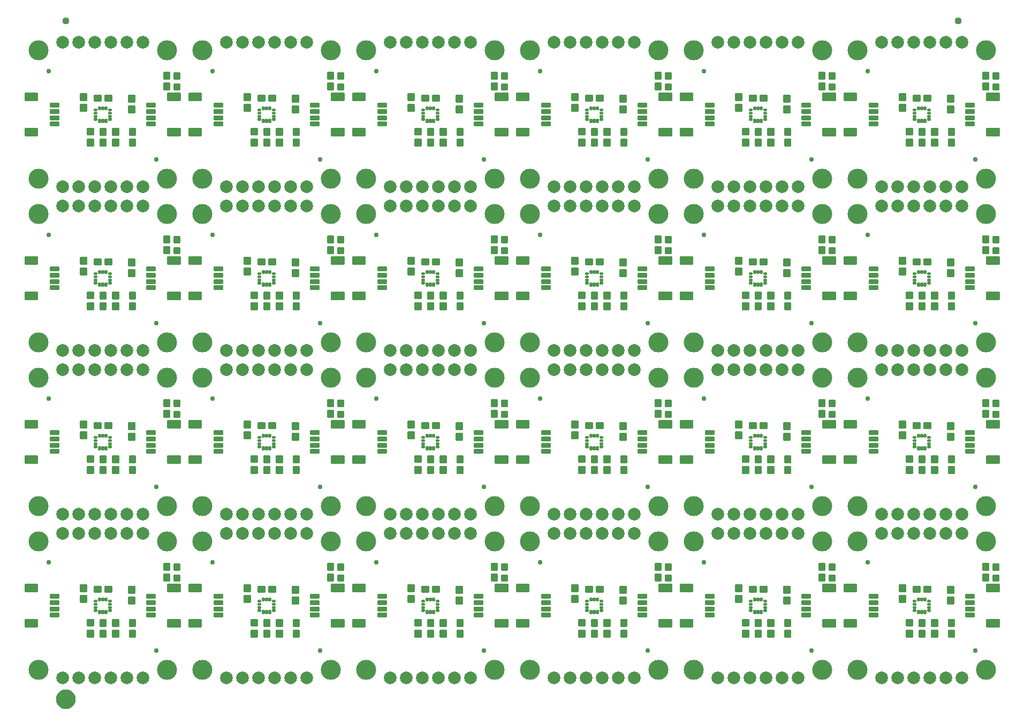
<source format=gts>
G04 EAGLE Gerber RS-274X export*
G75*
%MOMM*%
%FSLAX34Y34*%
%LPD*%
%INSoldermask Top*%
%IPPOS*%
%AMOC8*
5,1,8,0,0,1.08239X$1,22.5*%
G01*
%ADD10C,0.225400*%
%ADD11C,3.175000*%
%ADD12C,0.762000*%
%ADD13C,2.006600*%
%ADD14C,0.225588*%
%ADD15C,0.225369*%
%ADD16C,0.428259*%
%ADD17C,0.230578*%
%ADD18C,1.127000*%
%ADD19C,1.270000*%
%ADD20C,1.627000*%


D10*
X101155Y142558D02*
X101155Y132542D01*
X92139Y132542D01*
X92139Y142558D01*
X101155Y142558D01*
X101155Y134683D02*
X92139Y134683D01*
X92139Y136824D02*
X101155Y136824D01*
X101155Y138965D02*
X92139Y138965D01*
X92139Y141106D02*
X101155Y141106D01*
X101155Y149542D02*
X101155Y159558D01*
X101155Y149542D02*
X92139Y149542D01*
X92139Y159558D01*
X101155Y159558D01*
X101155Y151683D02*
X92139Y151683D01*
X92139Y153824D02*
X101155Y153824D01*
X101155Y155965D02*
X92139Y155965D01*
X92139Y158106D02*
X101155Y158106D01*
X130873Y157670D02*
X140889Y157670D01*
X140889Y148654D01*
X130873Y148654D01*
X130873Y157670D01*
X130873Y150795D02*
X140889Y150795D01*
X140889Y152936D02*
X130873Y152936D01*
X130873Y155077D02*
X140889Y155077D01*
X140889Y157218D02*
X130873Y157218D01*
X123889Y157670D02*
X113873Y157670D01*
X123889Y157670D02*
X123889Y148654D01*
X113873Y148654D01*
X113873Y157670D01*
X113873Y150795D02*
X123889Y150795D01*
X123889Y152936D02*
X113873Y152936D01*
X113873Y155077D02*
X123889Y155077D01*
X123889Y157218D02*
X113873Y157218D01*
D11*
X25400Y228600D03*
X25400Y25400D03*
X228600Y25400D03*
D10*
X122937Y94932D02*
X122937Y104948D01*
X131953Y104948D01*
X131953Y94932D01*
X122937Y94932D01*
X122937Y97073D02*
X131953Y97073D01*
X131953Y99214D02*
X122937Y99214D01*
X122937Y101355D02*
X131953Y101355D01*
X131953Y103496D02*
X122937Y103496D01*
X122937Y87948D02*
X122937Y77932D01*
X122937Y87948D02*
X131953Y87948D01*
X131953Y77932D01*
X122937Y77932D01*
X122937Y80073D02*
X131953Y80073D01*
X131953Y82214D02*
X122937Y82214D01*
X122937Y84355D02*
X131953Y84355D01*
X131953Y86496D02*
X122937Y86496D01*
X142876Y94932D02*
X142876Y104948D01*
X151892Y104948D01*
X151892Y94932D01*
X142876Y94932D01*
X142876Y97073D02*
X151892Y97073D01*
X151892Y99214D02*
X142876Y99214D01*
X142876Y101355D02*
X151892Y101355D01*
X151892Y103496D02*
X142876Y103496D01*
X142876Y87948D02*
X142876Y77932D01*
X142876Y87948D02*
X151892Y87948D01*
X151892Y77932D01*
X142876Y77932D01*
X142876Y80073D02*
X151892Y80073D01*
X151892Y82214D02*
X142876Y82214D01*
X142876Y84355D02*
X151892Y84355D01*
X151892Y86496D02*
X142876Y86496D01*
D12*
X41910Y195580D03*
X212344Y55880D03*
D10*
X102934Y95059D02*
X102934Y105075D01*
X111950Y105075D01*
X111950Y95059D01*
X102934Y95059D01*
X102934Y97200D02*
X111950Y97200D01*
X111950Y99341D02*
X102934Y99341D01*
X102934Y101482D02*
X111950Y101482D01*
X111950Y103623D02*
X102934Y103623D01*
X102934Y88075D02*
X102934Y78059D01*
X102934Y88075D02*
X111950Y88075D01*
X111950Y78059D01*
X102934Y78059D01*
X102934Y80200D02*
X111950Y80200D01*
X111950Y82341D02*
X102934Y82341D01*
X102934Y84482D02*
X111950Y84482D01*
X111950Y86623D02*
X102934Y86623D01*
D13*
X190500Y12700D03*
X165100Y12700D03*
X139700Y12700D03*
X114300Y12700D03*
X88900Y12700D03*
X63500Y12700D03*
X63500Y241300D03*
X88900Y241300D03*
X114300Y241300D03*
X139700Y241300D03*
X165100Y241300D03*
X190500Y241300D03*
D14*
X249203Y104507D02*
X249203Y93493D01*
X230189Y93493D01*
X230189Y104507D01*
X249203Y104507D01*
X249203Y95636D02*
X230189Y95636D01*
X230189Y97779D02*
X249203Y97779D01*
X249203Y99922D02*
X230189Y99922D01*
X230189Y102065D02*
X249203Y102065D01*
X249203Y104208D02*
X230189Y104208D01*
X249203Y149493D02*
X249203Y160507D01*
X249203Y149493D02*
X230189Y149493D01*
X230189Y160507D01*
X249203Y160507D01*
X249203Y151636D02*
X230189Y151636D01*
X230189Y153779D02*
X249203Y153779D01*
X249203Y155922D02*
X230189Y155922D01*
X230189Y158065D02*
X249203Y158065D01*
X249203Y160208D02*
X230189Y160208D01*
D15*
X209204Y114508D02*
X209204Y109492D01*
X196688Y109492D01*
X196688Y114508D01*
X209204Y114508D01*
X209204Y111633D02*
X196688Y111633D01*
X196688Y113774D02*
X209204Y113774D01*
X209204Y119492D02*
X209204Y124508D01*
X209204Y119492D02*
X196688Y119492D01*
X196688Y124508D01*
X209204Y124508D01*
X209204Y121633D02*
X196688Y121633D01*
X196688Y123774D02*
X209204Y123774D01*
X209204Y129492D02*
X209204Y134508D01*
X209204Y129492D02*
X196688Y129492D01*
X196688Y134508D01*
X209204Y134508D01*
X209204Y131633D02*
X196688Y131633D01*
X196688Y133774D02*
X209204Y133774D01*
X209204Y139492D02*
X209204Y144508D01*
X209204Y139492D02*
X196688Y139492D01*
X196688Y144508D01*
X209204Y144508D01*
X209204Y141633D02*
X196688Y141633D01*
X196688Y143774D02*
X209204Y143774D01*
D14*
X4543Y149493D02*
X4543Y160507D01*
X23557Y160507D01*
X23557Y149493D01*
X4543Y149493D01*
X4543Y151636D02*
X23557Y151636D01*
X23557Y153779D02*
X4543Y153779D01*
X4543Y155922D02*
X23557Y155922D01*
X23557Y158065D02*
X4543Y158065D01*
X4543Y160208D02*
X23557Y160208D01*
X4543Y104507D02*
X4543Y93493D01*
X4543Y104507D02*
X23557Y104507D01*
X23557Y93493D01*
X4543Y93493D01*
X4543Y95636D02*
X23557Y95636D01*
X23557Y97779D02*
X4543Y97779D01*
X4543Y99922D02*
X23557Y99922D01*
X23557Y102065D02*
X4543Y102065D01*
X4543Y104208D02*
X23557Y104208D01*
D15*
X44542Y139492D02*
X44542Y144508D01*
X57058Y144508D01*
X57058Y139492D01*
X44542Y139492D01*
X44542Y141633D02*
X57058Y141633D01*
X57058Y143774D02*
X44542Y143774D01*
X44542Y134508D02*
X44542Y129492D01*
X44542Y134508D02*
X57058Y134508D01*
X57058Y129492D01*
X44542Y129492D01*
X44542Y131633D02*
X57058Y131633D01*
X57058Y133774D02*
X44542Y133774D01*
X44542Y124508D02*
X44542Y119492D01*
X44542Y124508D02*
X57058Y124508D01*
X57058Y119492D01*
X44542Y119492D01*
X44542Y121633D02*
X57058Y121633D01*
X57058Y123774D02*
X44542Y123774D01*
X44542Y114508D02*
X44542Y109492D01*
X44542Y114508D02*
X57058Y114508D01*
X57058Y109492D01*
X44542Y109492D01*
X44542Y111633D02*
X57058Y111633D01*
X57058Y113774D02*
X44542Y113774D01*
D16*
X240600Y184600D02*
X247588Y184600D01*
X240600Y184600D02*
X240600Y191588D01*
X247588Y191588D01*
X247588Y184600D01*
X247588Y188669D02*
X240600Y188669D01*
X240600Y167060D02*
X247588Y167060D01*
X240600Y167060D02*
X240600Y174048D01*
X247588Y174048D01*
X247588Y167060D01*
X247588Y171129D02*
X240600Y171129D01*
D10*
X232600Y166324D02*
X232600Y176340D01*
X232600Y166324D02*
X223584Y166324D01*
X223584Y176340D01*
X232600Y176340D01*
X232600Y168465D02*
X223584Y168465D01*
X223584Y170606D02*
X232600Y170606D01*
X232600Y172747D02*
X223584Y172747D01*
X223584Y174888D02*
X232600Y174888D01*
X232600Y183324D02*
X232600Y193340D01*
X232600Y183324D02*
X223584Y183324D01*
X223584Y193340D01*
X232600Y193340D01*
X232600Y185465D02*
X223584Y185465D01*
X223584Y187606D02*
X232600Y187606D01*
X232600Y189747D02*
X223584Y189747D01*
X223584Y191888D02*
X232600Y191888D01*
D11*
X228600Y228600D03*
D10*
X177228Y140272D02*
X177228Y130256D01*
X168212Y130256D01*
X168212Y140272D01*
X177228Y140272D01*
X177228Y132397D02*
X168212Y132397D01*
X168212Y134538D02*
X177228Y134538D01*
X177228Y136679D02*
X168212Y136679D01*
X168212Y138820D02*
X177228Y138820D01*
X177228Y147256D02*
X177228Y157272D01*
X177228Y147256D02*
X168212Y147256D01*
X168212Y157272D01*
X177228Y157272D01*
X177228Y149397D02*
X168212Y149397D01*
X168212Y151538D02*
X177228Y151538D01*
X177228Y153679D02*
X168212Y153679D01*
X168212Y155820D02*
X177228Y155820D01*
D17*
X140507Y120482D02*
X136743Y120482D01*
X140507Y120482D02*
X140507Y118518D01*
X136743Y118518D01*
X136743Y120482D01*
X136743Y125482D02*
X140507Y125482D01*
X140507Y123518D01*
X136743Y123518D01*
X136743Y125482D01*
X136743Y130482D02*
X140507Y130482D01*
X140507Y128518D01*
X136743Y128518D01*
X136743Y130482D01*
X136743Y135482D02*
X140507Y135482D01*
X140507Y133518D01*
X136743Y133518D01*
X136743Y135482D01*
X117257Y133518D02*
X113493Y133518D01*
X113493Y135482D01*
X117257Y135482D01*
X117257Y133518D01*
X117257Y128518D02*
X113493Y128518D01*
X113493Y130482D01*
X117257Y130482D01*
X117257Y128518D01*
X117257Y123518D02*
X113493Y123518D01*
X113493Y125482D01*
X117257Y125482D01*
X117257Y123518D01*
X117257Y118518D02*
X113493Y118518D01*
X113493Y120482D01*
X117257Y120482D01*
X117257Y118518D01*
X131018Y138882D02*
X132982Y138882D01*
X132982Y135118D01*
X131018Y135118D01*
X131018Y138882D01*
X131018Y137309D02*
X132982Y137309D01*
X127982Y138882D02*
X126018Y138882D01*
X127982Y138882D02*
X127982Y135118D01*
X126018Y135118D01*
X126018Y138882D01*
X126018Y137309D02*
X127982Y137309D01*
X122982Y138882D02*
X121018Y138882D01*
X122982Y138882D02*
X122982Y135118D01*
X121018Y135118D01*
X121018Y138882D01*
X121018Y137309D02*
X122982Y137309D01*
X122982Y115118D02*
X121018Y115118D01*
X121018Y118882D01*
X122982Y118882D01*
X122982Y115118D01*
X122982Y117309D02*
X121018Y117309D01*
X126018Y115118D02*
X127982Y115118D01*
X126018Y115118D02*
X126018Y118882D01*
X127982Y118882D01*
X127982Y115118D01*
X127982Y117309D02*
X126018Y117309D01*
X131018Y115118D02*
X132982Y115118D01*
X131018Y115118D02*
X131018Y118882D01*
X132982Y118882D01*
X132982Y115118D01*
X132982Y117309D02*
X131018Y117309D01*
D10*
X178498Y87948D02*
X178498Y77932D01*
X169482Y77932D01*
X169482Y87948D01*
X178498Y87948D01*
X178498Y80073D02*
X169482Y80073D01*
X169482Y82214D02*
X178498Y82214D01*
X178498Y84355D02*
X169482Y84355D01*
X169482Y86496D02*
X178498Y86496D01*
X178498Y94932D02*
X178498Y104948D01*
X178498Y94932D02*
X169482Y94932D01*
X169482Y104948D01*
X178498Y104948D01*
X178498Y97073D02*
X169482Y97073D01*
X169482Y99214D02*
X178498Y99214D01*
X178498Y101355D02*
X169482Y101355D01*
X169482Y103496D02*
X178498Y103496D01*
X360235Y132542D02*
X360235Y142558D01*
X360235Y132542D02*
X351219Y132542D01*
X351219Y142558D01*
X360235Y142558D01*
X360235Y134683D02*
X351219Y134683D01*
X351219Y136824D02*
X360235Y136824D01*
X360235Y138965D02*
X351219Y138965D01*
X351219Y141106D02*
X360235Y141106D01*
X360235Y149542D02*
X360235Y159558D01*
X360235Y149542D02*
X351219Y149542D01*
X351219Y159558D01*
X360235Y159558D01*
X360235Y151683D02*
X351219Y151683D01*
X351219Y153824D02*
X360235Y153824D01*
X360235Y155965D02*
X351219Y155965D01*
X351219Y158106D02*
X360235Y158106D01*
X389953Y157670D02*
X399969Y157670D01*
X399969Y148654D01*
X389953Y148654D01*
X389953Y157670D01*
X389953Y150795D02*
X399969Y150795D01*
X399969Y152936D02*
X389953Y152936D01*
X389953Y155077D02*
X399969Y155077D01*
X399969Y157218D02*
X389953Y157218D01*
X382969Y157670D02*
X372953Y157670D01*
X382969Y157670D02*
X382969Y148654D01*
X372953Y148654D01*
X372953Y157670D01*
X372953Y150795D02*
X382969Y150795D01*
X382969Y152936D02*
X372953Y152936D01*
X372953Y155077D02*
X382969Y155077D01*
X382969Y157218D02*
X372953Y157218D01*
D11*
X284480Y228600D03*
X284480Y25400D03*
X487680Y25400D03*
D10*
X382017Y94932D02*
X382017Y104948D01*
X391033Y104948D01*
X391033Y94932D01*
X382017Y94932D01*
X382017Y97073D02*
X391033Y97073D01*
X391033Y99214D02*
X382017Y99214D01*
X382017Y101355D02*
X391033Y101355D01*
X391033Y103496D02*
X382017Y103496D01*
X382017Y87948D02*
X382017Y77932D01*
X382017Y87948D02*
X391033Y87948D01*
X391033Y77932D01*
X382017Y77932D01*
X382017Y80073D02*
X391033Y80073D01*
X391033Y82214D02*
X382017Y82214D01*
X382017Y84355D02*
X391033Y84355D01*
X391033Y86496D02*
X382017Y86496D01*
X401956Y94932D02*
X401956Y104948D01*
X410972Y104948D01*
X410972Y94932D01*
X401956Y94932D01*
X401956Y97073D02*
X410972Y97073D01*
X410972Y99214D02*
X401956Y99214D01*
X401956Y101355D02*
X410972Y101355D01*
X410972Y103496D02*
X401956Y103496D01*
X401956Y87948D02*
X401956Y77932D01*
X401956Y87948D02*
X410972Y87948D01*
X410972Y77932D01*
X401956Y77932D01*
X401956Y80073D02*
X410972Y80073D01*
X410972Y82214D02*
X401956Y82214D01*
X401956Y84355D02*
X410972Y84355D01*
X410972Y86496D02*
X401956Y86496D01*
D12*
X300990Y195580D03*
X471424Y55880D03*
D10*
X362014Y95059D02*
X362014Y105075D01*
X371030Y105075D01*
X371030Y95059D01*
X362014Y95059D01*
X362014Y97200D02*
X371030Y97200D01*
X371030Y99341D02*
X362014Y99341D01*
X362014Y101482D02*
X371030Y101482D01*
X371030Y103623D02*
X362014Y103623D01*
X362014Y88075D02*
X362014Y78059D01*
X362014Y88075D02*
X371030Y88075D01*
X371030Y78059D01*
X362014Y78059D01*
X362014Y80200D02*
X371030Y80200D01*
X371030Y82341D02*
X362014Y82341D01*
X362014Y84482D02*
X371030Y84482D01*
X371030Y86623D02*
X362014Y86623D01*
D13*
X449580Y12700D03*
X424180Y12700D03*
X398780Y12700D03*
X373380Y12700D03*
X347980Y12700D03*
X322580Y12700D03*
X322580Y241300D03*
X347980Y241300D03*
X373380Y241300D03*
X398780Y241300D03*
X424180Y241300D03*
X449580Y241300D03*
D14*
X508283Y104507D02*
X508283Y93493D01*
X489269Y93493D01*
X489269Y104507D01*
X508283Y104507D01*
X508283Y95636D02*
X489269Y95636D01*
X489269Y97779D02*
X508283Y97779D01*
X508283Y99922D02*
X489269Y99922D01*
X489269Y102065D02*
X508283Y102065D01*
X508283Y104208D02*
X489269Y104208D01*
X508283Y149493D02*
X508283Y160507D01*
X508283Y149493D02*
X489269Y149493D01*
X489269Y160507D01*
X508283Y160507D01*
X508283Y151636D02*
X489269Y151636D01*
X489269Y153779D02*
X508283Y153779D01*
X508283Y155922D02*
X489269Y155922D01*
X489269Y158065D02*
X508283Y158065D01*
X508283Y160208D02*
X489269Y160208D01*
D15*
X468284Y114508D02*
X468284Y109492D01*
X455768Y109492D01*
X455768Y114508D01*
X468284Y114508D01*
X468284Y111633D02*
X455768Y111633D01*
X455768Y113774D02*
X468284Y113774D01*
X468284Y119492D02*
X468284Y124508D01*
X468284Y119492D02*
X455768Y119492D01*
X455768Y124508D01*
X468284Y124508D01*
X468284Y121633D02*
X455768Y121633D01*
X455768Y123774D02*
X468284Y123774D01*
X468284Y129492D02*
X468284Y134508D01*
X468284Y129492D02*
X455768Y129492D01*
X455768Y134508D01*
X468284Y134508D01*
X468284Y131633D02*
X455768Y131633D01*
X455768Y133774D02*
X468284Y133774D01*
X468284Y139492D02*
X468284Y144508D01*
X468284Y139492D02*
X455768Y139492D01*
X455768Y144508D01*
X468284Y144508D01*
X468284Y141633D02*
X455768Y141633D01*
X455768Y143774D02*
X468284Y143774D01*
D14*
X263623Y149493D02*
X263623Y160507D01*
X282637Y160507D01*
X282637Y149493D01*
X263623Y149493D01*
X263623Y151636D02*
X282637Y151636D01*
X282637Y153779D02*
X263623Y153779D01*
X263623Y155922D02*
X282637Y155922D01*
X282637Y158065D02*
X263623Y158065D01*
X263623Y160208D02*
X282637Y160208D01*
X263623Y104507D02*
X263623Y93493D01*
X263623Y104507D02*
X282637Y104507D01*
X282637Y93493D01*
X263623Y93493D01*
X263623Y95636D02*
X282637Y95636D01*
X282637Y97779D02*
X263623Y97779D01*
X263623Y99922D02*
X282637Y99922D01*
X282637Y102065D02*
X263623Y102065D01*
X263623Y104208D02*
X282637Y104208D01*
D15*
X303622Y139492D02*
X303622Y144508D01*
X316138Y144508D01*
X316138Y139492D01*
X303622Y139492D01*
X303622Y141633D02*
X316138Y141633D01*
X316138Y143774D02*
X303622Y143774D01*
X303622Y134508D02*
X303622Y129492D01*
X303622Y134508D02*
X316138Y134508D01*
X316138Y129492D01*
X303622Y129492D01*
X303622Y131633D02*
X316138Y131633D01*
X316138Y133774D02*
X303622Y133774D01*
X303622Y124508D02*
X303622Y119492D01*
X303622Y124508D02*
X316138Y124508D01*
X316138Y119492D01*
X303622Y119492D01*
X303622Y121633D02*
X316138Y121633D01*
X316138Y123774D02*
X303622Y123774D01*
X303622Y114508D02*
X303622Y109492D01*
X303622Y114508D02*
X316138Y114508D01*
X316138Y109492D01*
X303622Y109492D01*
X303622Y111633D02*
X316138Y111633D01*
X316138Y113774D02*
X303622Y113774D01*
D16*
X499680Y184600D02*
X506668Y184600D01*
X499680Y184600D02*
X499680Y191588D01*
X506668Y191588D01*
X506668Y184600D01*
X506668Y188669D02*
X499680Y188669D01*
X499680Y167060D02*
X506668Y167060D01*
X499680Y167060D02*
X499680Y174048D01*
X506668Y174048D01*
X506668Y167060D01*
X506668Y171129D02*
X499680Y171129D01*
D10*
X491680Y166324D02*
X491680Y176340D01*
X491680Y166324D02*
X482664Y166324D01*
X482664Y176340D01*
X491680Y176340D01*
X491680Y168465D02*
X482664Y168465D01*
X482664Y170606D02*
X491680Y170606D01*
X491680Y172747D02*
X482664Y172747D01*
X482664Y174888D02*
X491680Y174888D01*
X491680Y183324D02*
X491680Y193340D01*
X491680Y183324D02*
X482664Y183324D01*
X482664Y193340D01*
X491680Y193340D01*
X491680Y185465D02*
X482664Y185465D01*
X482664Y187606D02*
X491680Y187606D01*
X491680Y189747D02*
X482664Y189747D01*
X482664Y191888D02*
X491680Y191888D01*
D11*
X487680Y228600D03*
D10*
X436308Y140272D02*
X436308Y130256D01*
X427292Y130256D01*
X427292Y140272D01*
X436308Y140272D01*
X436308Y132397D02*
X427292Y132397D01*
X427292Y134538D02*
X436308Y134538D01*
X436308Y136679D02*
X427292Y136679D01*
X427292Y138820D02*
X436308Y138820D01*
X436308Y147256D02*
X436308Y157272D01*
X436308Y147256D02*
X427292Y147256D01*
X427292Y157272D01*
X436308Y157272D01*
X436308Y149397D02*
X427292Y149397D01*
X427292Y151538D02*
X436308Y151538D01*
X436308Y153679D02*
X427292Y153679D01*
X427292Y155820D02*
X436308Y155820D01*
D17*
X399587Y120482D02*
X395823Y120482D01*
X399587Y120482D02*
X399587Y118518D01*
X395823Y118518D01*
X395823Y120482D01*
X395823Y125482D02*
X399587Y125482D01*
X399587Y123518D01*
X395823Y123518D01*
X395823Y125482D01*
X395823Y130482D02*
X399587Y130482D01*
X399587Y128518D01*
X395823Y128518D01*
X395823Y130482D01*
X395823Y135482D02*
X399587Y135482D01*
X399587Y133518D01*
X395823Y133518D01*
X395823Y135482D01*
X376337Y133518D02*
X372573Y133518D01*
X372573Y135482D01*
X376337Y135482D01*
X376337Y133518D01*
X376337Y128518D02*
X372573Y128518D01*
X372573Y130482D01*
X376337Y130482D01*
X376337Y128518D01*
X376337Y123518D02*
X372573Y123518D01*
X372573Y125482D01*
X376337Y125482D01*
X376337Y123518D01*
X376337Y118518D02*
X372573Y118518D01*
X372573Y120482D01*
X376337Y120482D01*
X376337Y118518D01*
X390098Y138882D02*
X392062Y138882D01*
X392062Y135118D01*
X390098Y135118D01*
X390098Y138882D01*
X390098Y137309D02*
X392062Y137309D01*
X387062Y138882D02*
X385098Y138882D01*
X387062Y138882D02*
X387062Y135118D01*
X385098Y135118D01*
X385098Y138882D01*
X385098Y137309D02*
X387062Y137309D01*
X382062Y138882D02*
X380098Y138882D01*
X382062Y138882D02*
X382062Y135118D01*
X380098Y135118D01*
X380098Y138882D01*
X380098Y137309D02*
X382062Y137309D01*
X382062Y115118D02*
X380098Y115118D01*
X380098Y118882D01*
X382062Y118882D01*
X382062Y115118D01*
X382062Y117309D02*
X380098Y117309D01*
X385098Y115118D02*
X387062Y115118D01*
X385098Y115118D02*
X385098Y118882D01*
X387062Y118882D01*
X387062Y115118D01*
X387062Y117309D02*
X385098Y117309D01*
X390098Y115118D02*
X392062Y115118D01*
X390098Y115118D02*
X390098Y118882D01*
X392062Y118882D01*
X392062Y115118D01*
X392062Y117309D02*
X390098Y117309D01*
D10*
X437578Y87948D02*
X437578Y77932D01*
X428562Y77932D01*
X428562Y87948D01*
X437578Y87948D01*
X437578Y80073D02*
X428562Y80073D01*
X428562Y82214D02*
X437578Y82214D01*
X437578Y84355D02*
X428562Y84355D01*
X428562Y86496D02*
X437578Y86496D01*
X437578Y94932D02*
X437578Y104948D01*
X437578Y94932D02*
X428562Y94932D01*
X428562Y104948D01*
X437578Y104948D01*
X437578Y97073D02*
X428562Y97073D01*
X428562Y99214D02*
X437578Y99214D01*
X437578Y101355D02*
X428562Y101355D01*
X428562Y103496D02*
X437578Y103496D01*
X619315Y132542D02*
X619315Y142558D01*
X619315Y132542D02*
X610299Y132542D01*
X610299Y142558D01*
X619315Y142558D01*
X619315Y134683D02*
X610299Y134683D01*
X610299Y136824D02*
X619315Y136824D01*
X619315Y138965D02*
X610299Y138965D01*
X610299Y141106D02*
X619315Y141106D01*
X619315Y149542D02*
X619315Y159558D01*
X619315Y149542D02*
X610299Y149542D01*
X610299Y159558D01*
X619315Y159558D01*
X619315Y151683D02*
X610299Y151683D01*
X610299Y153824D02*
X619315Y153824D01*
X619315Y155965D02*
X610299Y155965D01*
X610299Y158106D02*
X619315Y158106D01*
X649033Y157670D02*
X659049Y157670D01*
X659049Y148654D01*
X649033Y148654D01*
X649033Y157670D01*
X649033Y150795D02*
X659049Y150795D01*
X659049Y152936D02*
X649033Y152936D01*
X649033Y155077D02*
X659049Y155077D01*
X659049Y157218D02*
X649033Y157218D01*
X642049Y157670D02*
X632033Y157670D01*
X642049Y157670D02*
X642049Y148654D01*
X632033Y148654D01*
X632033Y157670D01*
X632033Y150795D02*
X642049Y150795D01*
X642049Y152936D02*
X632033Y152936D01*
X632033Y155077D02*
X642049Y155077D01*
X642049Y157218D02*
X632033Y157218D01*
D11*
X543560Y228600D03*
X543560Y25400D03*
X746760Y25400D03*
D10*
X641097Y94932D02*
X641097Y104948D01*
X650113Y104948D01*
X650113Y94932D01*
X641097Y94932D01*
X641097Y97073D02*
X650113Y97073D01*
X650113Y99214D02*
X641097Y99214D01*
X641097Y101355D02*
X650113Y101355D01*
X650113Y103496D02*
X641097Y103496D01*
X641097Y87948D02*
X641097Y77932D01*
X641097Y87948D02*
X650113Y87948D01*
X650113Y77932D01*
X641097Y77932D01*
X641097Y80073D02*
X650113Y80073D01*
X650113Y82214D02*
X641097Y82214D01*
X641097Y84355D02*
X650113Y84355D01*
X650113Y86496D02*
X641097Y86496D01*
X661036Y94932D02*
X661036Y104948D01*
X670052Y104948D01*
X670052Y94932D01*
X661036Y94932D01*
X661036Y97073D02*
X670052Y97073D01*
X670052Y99214D02*
X661036Y99214D01*
X661036Y101355D02*
X670052Y101355D01*
X670052Y103496D02*
X661036Y103496D01*
X661036Y87948D02*
X661036Y77932D01*
X661036Y87948D02*
X670052Y87948D01*
X670052Y77932D01*
X661036Y77932D01*
X661036Y80073D02*
X670052Y80073D01*
X670052Y82214D02*
X661036Y82214D01*
X661036Y84355D02*
X670052Y84355D01*
X670052Y86496D02*
X661036Y86496D01*
D12*
X560070Y195580D03*
X730504Y55880D03*
D10*
X621094Y95059D02*
X621094Y105075D01*
X630110Y105075D01*
X630110Y95059D01*
X621094Y95059D01*
X621094Y97200D02*
X630110Y97200D01*
X630110Y99341D02*
X621094Y99341D01*
X621094Y101482D02*
X630110Y101482D01*
X630110Y103623D02*
X621094Y103623D01*
X621094Y88075D02*
X621094Y78059D01*
X621094Y88075D02*
X630110Y88075D01*
X630110Y78059D01*
X621094Y78059D01*
X621094Y80200D02*
X630110Y80200D01*
X630110Y82341D02*
X621094Y82341D01*
X621094Y84482D02*
X630110Y84482D01*
X630110Y86623D02*
X621094Y86623D01*
D13*
X708660Y12700D03*
X683260Y12700D03*
X657860Y12700D03*
X632460Y12700D03*
X607060Y12700D03*
X581660Y12700D03*
X581660Y241300D03*
X607060Y241300D03*
X632460Y241300D03*
X657860Y241300D03*
X683260Y241300D03*
X708660Y241300D03*
D14*
X767363Y104507D02*
X767363Y93493D01*
X748349Y93493D01*
X748349Y104507D01*
X767363Y104507D01*
X767363Y95636D02*
X748349Y95636D01*
X748349Y97779D02*
X767363Y97779D01*
X767363Y99922D02*
X748349Y99922D01*
X748349Y102065D02*
X767363Y102065D01*
X767363Y104208D02*
X748349Y104208D01*
X767363Y149493D02*
X767363Y160507D01*
X767363Y149493D02*
X748349Y149493D01*
X748349Y160507D01*
X767363Y160507D01*
X767363Y151636D02*
X748349Y151636D01*
X748349Y153779D02*
X767363Y153779D01*
X767363Y155922D02*
X748349Y155922D01*
X748349Y158065D02*
X767363Y158065D01*
X767363Y160208D02*
X748349Y160208D01*
D15*
X727364Y114508D02*
X727364Y109492D01*
X714848Y109492D01*
X714848Y114508D01*
X727364Y114508D01*
X727364Y111633D02*
X714848Y111633D01*
X714848Y113774D02*
X727364Y113774D01*
X727364Y119492D02*
X727364Y124508D01*
X727364Y119492D02*
X714848Y119492D01*
X714848Y124508D01*
X727364Y124508D01*
X727364Y121633D02*
X714848Y121633D01*
X714848Y123774D02*
X727364Y123774D01*
X727364Y129492D02*
X727364Y134508D01*
X727364Y129492D02*
X714848Y129492D01*
X714848Y134508D01*
X727364Y134508D01*
X727364Y131633D02*
X714848Y131633D01*
X714848Y133774D02*
X727364Y133774D01*
X727364Y139492D02*
X727364Y144508D01*
X727364Y139492D02*
X714848Y139492D01*
X714848Y144508D01*
X727364Y144508D01*
X727364Y141633D02*
X714848Y141633D01*
X714848Y143774D02*
X727364Y143774D01*
D14*
X522703Y149493D02*
X522703Y160507D01*
X541717Y160507D01*
X541717Y149493D01*
X522703Y149493D01*
X522703Y151636D02*
X541717Y151636D01*
X541717Y153779D02*
X522703Y153779D01*
X522703Y155922D02*
X541717Y155922D01*
X541717Y158065D02*
X522703Y158065D01*
X522703Y160208D02*
X541717Y160208D01*
X522703Y104507D02*
X522703Y93493D01*
X522703Y104507D02*
X541717Y104507D01*
X541717Y93493D01*
X522703Y93493D01*
X522703Y95636D02*
X541717Y95636D01*
X541717Y97779D02*
X522703Y97779D01*
X522703Y99922D02*
X541717Y99922D01*
X541717Y102065D02*
X522703Y102065D01*
X522703Y104208D02*
X541717Y104208D01*
D15*
X562702Y139492D02*
X562702Y144508D01*
X575218Y144508D01*
X575218Y139492D01*
X562702Y139492D01*
X562702Y141633D02*
X575218Y141633D01*
X575218Y143774D02*
X562702Y143774D01*
X562702Y134508D02*
X562702Y129492D01*
X562702Y134508D02*
X575218Y134508D01*
X575218Y129492D01*
X562702Y129492D01*
X562702Y131633D02*
X575218Y131633D01*
X575218Y133774D02*
X562702Y133774D01*
X562702Y124508D02*
X562702Y119492D01*
X562702Y124508D02*
X575218Y124508D01*
X575218Y119492D01*
X562702Y119492D01*
X562702Y121633D02*
X575218Y121633D01*
X575218Y123774D02*
X562702Y123774D01*
X562702Y114508D02*
X562702Y109492D01*
X562702Y114508D02*
X575218Y114508D01*
X575218Y109492D01*
X562702Y109492D01*
X562702Y111633D02*
X575218Y111633D01*
X575218Y113774D02*
X562702Y113774D01*
D16*
X758760Y184600D02*
X765748Y184600D01*
X758760Y184600D02*
X758760Y191588D01*
X765748Y191588D01*
X765748Y184600D01*
X765748Y188669D02*
X758760Y188669D01*
X758760Y167060D02*
X765748Y167060D01*
X758760Y167060D02*
X758760Y174048D01*
X765748Y174048D01*
X765748Y167060D01*
X765748Y171129D02*
X758760Y171129D01*
D10*
X750760Y166324D02*
X750760Y176340D01*
X750760Y166324D02*
X741744Y166324D01*
X741744Y176340D01*
X750760Y176340D01*
X750760Y168465D02*
X741744Y168465D01*
X741744Y170606D02*
X750760Y170606D01*
X750760Y172747D02*
X741744Y172747D01*
X741744Y174888D02*
X750760Y174888D01*
X750760Y183324D02*
X750760Y193340D01*
X750760Y183324D02*
X741744Y183324D01*
X741744Y193340D01*
X750760Y193340D01*
X750760Y185465D02*
X741744Y185465D01*
X741744Y187606D02*
X750760Y187606D01*
X750760Y189747D02*
X741744Y189747D01*
X741744Y191888D02*
X750760Y191888D01*
D11*
X746760Y228600D03*
D10*
X695388Y140272D02*
X695388Y130256D01*
X686372Y130256D01*
X686372Y140272D01*
X695388Y140272D01*
X695388Y132397D02*
X686372Y132397D01*
X686372Y134538D02*
X695388Y134538D01*
X695388Y136679D02*
X686372Y136679D01*
X686372Y138820D02*
X695388Y138820D01*
X695388Y147256D02*
X695388Y157272D01*
X695388Y147256D02*
X686372Y147256D01*
X686372Y157272D01*
X695388Y157272D01*
X695388Y149397D02*
X686372Y149397D01*
X686372Y151538D02*
X695388Y151538D01*
X695388Y153679D02*
X686372Y153679D01*
X686372Y155820D02*
X695388Y155820D01*
D17*
X658667Y120482D02*
X654903Y120482D01*
X658667Y120482D02*
X658667Y118518D01*
X654903Y118518D01*
X654903Y120482D01*
X654903Y125482D02*
X658667Y125482D01*
X658667Y123518D01*
X654903Y123518D01*
X654903Y125482D01*
X654903Y130482D02*
X658667Y130482D01*
X658667Y128518D01*
X654903Y128518D01*
X654903Y130482D01*
X654903Y135482D02*
X658667Y135482D01*
X658667Y133518D01*
X654903Y133518D01*
X654903Y135482D01*
X635417Y133518D02*
X631653Y133518D01*
X631653Y135482D01*
X635417Y135482D01*
X635417Y133518D01*
X635417Y128518D02*
X631653Y128518D01*
X631653Y130482D01*
X635417Y130482D01*
X635417Y128518D01*
X635417Y123518D02*
X631653Y123518D01*
X631653Y125482D01*
X635417Y125482D01*
X635417Y123518D01*
X635417Y118518D02*
X631653Y118518D01*
X631653Y120482D01*
X635417Y120482D01*
X635417Y118518D01*
X649178Y138882D02*
X651142Y138882D01*
X651142Y135118D01*
X649178Y135118D01*
X649178Y138882D01*
X649178Y137309D02*
X651142Y137309D01*
X646142Y138882D02*
X644178Y138882D01*
X646142Y138882D02*
X646142Y135118D01*
X644178Y135118D01*
X644178Y138882D01*
X644178Y137309D02*
X646142Y137309D01*
X641142Y138882D02*
X639178Y138882D01*
X641142Y138882D02*
X641142Y135118D01*
X639178Y135118D01*
X639178Y138882D01*
X639178Y137309D02*
X641142Y137309D01*
X641142Y115118D02*
X639178Y115118D01*
X639178Y118882D01*
X641142Y118882D01*
X641142Y115118D01*
X641142Y117309D02*
X639178Y117309D01*
X644178Y115118D02*
X646142Y115118D01*
X644178Y115118D02*
X644178Y118882D01*
X646142Y118882D01*
X646142Y115118D01*
X646142Y117309D02*
X644178Y117309D01*
X649178Y115118D02*
X651142Y115118D01*
X649178Y115118D02*
X649178Y118882D01*
X651142Y118882D01*
X651142Y115118D01*
X651142Y117309D02*
X649178Y117309D01*
D10*
X696658Y87948D02*
X696658Y77932D01*
X687642Y77932D01*
X687642Y87948D01*
X696658Y87948D01*
X696658Y80073D02*
X687642Y80073D01*
X687642Y82214D02*
X696658Y82214D01*
X696658Y84355D02*
X687642Y84355D01*
X687642Y86496D02*
X696658Y86496D01*
X696658Y94932D02*
X696658Y104948D01*
X696658Y94932D02*
X687642Y94932D01*
X687642Y104948D01*
X696658Y104948D01*
X696658Y97073D02*
X687642Y97073D01*
X687642Y99214D02*
X696658Y99214D01*
X696658Y101355D02*
X687642Y101355D01*
X687642Y103496D02*
X696658Y103496D01*
X878395Y132542D02*
X878395Y142558D01*
X878395Y132542D02*
X869379Y132542D01*
X869379Y142558D01*
X878395Y142558D01*
X878395Y134683D02*
X869379Y134683D01*
X869379Y136824D02*
X878395Y136824D01*
X878395Y138965D02*
X869379Y138965D01*
X869379Y141106D02*
X878395Y141106D01*
X878395Y149542D02*
X878395Y159558D01*
X878395Y149542D02*
X869379Y149542D01*
X869379Y159558D01*
X878395Y159558D01*
X878395Y151683D02*
X869379Y151683D01*
X869379Y153824D02*
X878395Y153824D01*
X878395Y155965D02*
X869379Y155965D01*
X869379Y158106D02*
X878395Y158106D01*
X908113Y157670D02*
X918129Y157670D01*
X918129Y148654D01*
X908113Y148654D01*
X908113Y157670D01*
X908113Y150795D02*
X918129Y150795D01*
X918129Y152936D02*
X908113Y152936D01*
X908113Y155077D02*
X918129Y155077D01*
X918129Y157218D02*
X908113Y157218D01*
X901129Y157670D02*
X891113Y157670D01*
X901129Y157670D02*
X901129Y148654D01*
X891113Y148654D01*
X891113Y157670D01*
X891113Y150795D02*
X901129Y150795D01*
X901129Y152936D02*
X891113Y152936D01*
X891113Y155077D02*
X901129Y155077D01*
X901129Y157218D02*
X891113Y157218D01*
D11*
X802640Y228600D03*
X802640Y25400D03*
X1005840Y25400D03*
D10*
X900177Y94932D02*
X900177Y104948D01*
X909193Y104948D01*
X909193Y94932D01*
X900177Y94932D01*
X900177Y97073D02*
X909193Y97073D01*
X909193Y99214D02*
X900177Y99214D01*
X900177Y101355D02*
X909193Y101355D01*
X909193Y103496D02*
X900177Y103496D01*
X900177Y87948D02*
X900177Y77932D01*
X900177Y87948D02*
X909193Y87948D01*
X909193Y77932D01*
X900177Y77932D01*
X900177Y80073D02*
X909193Y80073D01*
X909193Y82214D02*
X900177Y82214D01*
X900177Y84355D02*
X909193Y84355D01*
X909193Y86496D02*
X900177Y86496D01*
X920116Y94932D02*
X920116Y104948D01*
X929132Y104948D01*
X929132Y94932D01*
X920116Y94932D01*
X920116Y97073D02*
X929132Y97073D01*
X929132Y99214D02*
X920116Y99214D01*
X920116Y101355D02*
X929132Y101355D01*
X929132Y103496D02*
X920116Y103496D01*
X920116Y87948D02*
X920116Y77932D01*
X920116Y87948D02*
X929132Y87948D01*
X929132Y77932D01*
X920116Y77932D01*
X920116Y80073D02*
X929132Y80073D01*
X929132Y82214D02*
X920116Y82214D01*
X920116Y84355D02*
X929132Y84355D01*
X929132Y86496D02*
X920116Y86496D01*
D12*
X819150Y195580D03*
X989584Y55880D03*
D10*
X880174Y95059D02*
X880174Y105075D01*
X889190Y105075D01*
X889190Y95059D01*
X880174Y95059D01*
X880174Y97200D02*
X889190Y97200D01*
X889190Y99341D02*
X880174Y99341D01*
X880174Y101482D02*
X889190Y101482D01*
X889190Y103623D02*
X880174Y103623D01*
X880174Y88075D02*
X880174Y78059D01*
X880174Y88075D02*
X889190Y88075D01*
X889190Y78059D01*
X880174Y78059D01*
X880174Y80200D02*
X889190Y80200D01*
X889190Y82341D02*
X880174Y82341D01*
X880174Y84482D02*
X889190Y84482D01*
X889190Y86623D02*
X880174Y86623D01*
D13*
X967740Y12700D03*
X942340Y12700D03*
X916940Y12700D03*
X891540Y12700D03*
X866140Y12700D03*
X840740Y12700D03*
X840740Y241300D03*
X866140Y241300D03*
X891540Y241300D03*
X916940Y241300D03*
X942340Y241300D03*
X967740Y241300D03*
D14*
X1026443Y104507D02*
X1026443Y93493D01*
X1007429Y93493D01*
X1007429Y104507D01*
X1026443Y104507D01*
X1026443Y95636D02*
X1007429Y95636D01*
X1007429Y97779D02*
X1026443Y97779D01*
X1026443Y99922D02*
X1007429Y99922D01*
X1007429Y102065D02*
X1026443Y102065D01*
X1026443Y104208D02*
X1007429Y104208D01*
X1026443Y149493D02*
X1026443Y160507D01*
X1026443Y149493D02*
X1007429Y149493D01*
X1007429Y160507D01*
X1026443Y160507D01*
X1026443Y151636D02*
X1007429Y151636D01*
X1007429Y153779D02*
X1026443Y153779D01*
X1026443Y155922D02*
X1007429Y155922D01*
X1007429Y158065D02*
X1026443Y158065D01*
X1026443Y160208D02*
X1007429Y160208D01*
D15*
X986444Y114508D02*
X986444Y109492D01*
X973928Y109492D01*
X973928Y114508D01*
X986444Y114508D01*
X986444Y111633D02*
X973928Y111633D01*
X973928Y113774D02*
X986444Y113774D01*
X986444Y119492D02*
X986444Y124508D01*
X986444Y119492D02*
X973928Y119492D01*
X973928Y124508D01*
X986444Y124508D01*
X986444Y121633D02*
X973928Y121633D01*
X973928Y123774D02*
X986444Y123774D01*
X986444Y129492D02*
X986444Y134508D01*
X986444Y129492D02*
X973928Y129492D01*
X973928Y134508D01*
X986444Y134508D01*
X986444Y131633D02*
X973928Y131633D01*
X973928Y133774D02*
X986444Y133774D01*
X986444Y139492D02*
X986444Y144508D01*
X986444Y139492D02*
X973928Y139492D01*
X973928Y144508D01*
X986444Y144508D01*
X986444Y141633D02*
X973928Y141633D01*
X973928Y143774D02*
X986444Y143774D01*
D14*
X781783Y149493D02*
X781783Y160507D01*
X800797Y160507D01*
X800797Y149493D01*
X781783Y149493D01*
X781783Y151636D02*
X800797Y151636D01*
X800797Y153779D02*
X781783Y153779D01*
X781783Y155922D02*
X800797Y155922D01*
X800797Y158065D02*
X781783Y158065D01*
X781783Y160208D02*
X800797Y160208D01*
X781783Y104507D02*
X781783Y93493D01*
X781783Y104507D02*
X800797Y104507D01*
X800797Y93493D01*
X781783Y93493D01*
X781783Y95636D02*
X800797Y95636D01*
X800797Y97779D02*
X781783Y97779D01*
X781783Y99922D02*
X800797Y99922D01*
X800797Y102065D02*
X781783Y102065D01*
X781783Y104208D02*
X800797Y104208D01*
D15*
X821782Y139492D02*
X821782Y144508D01*
X834298Y144508D01*
X834298Y139492D01*
X821782Y139492D01*
X821782Y141633D02*
X834298Y141633D01*
X834298Y143774D02*
X821782Y143774D01*
X821782Y134508D02*
X821782Y129492D01*
X821782Y134508D02*
X834298Y134508D01*
X834298Y129492D01*
X821782Y129492D01*
X821782Y131633D02*
X834298Y131633D01*
X834298Y133774D02*
X821782Y133774D01*
X821782Y124508D02*
X821782Y119492D01*
X821782Y124508D02*
X834298Y124508D01*
X834298Y119492D01*
X821782Y119492D01*
X821782Y121633D02*
X834298Y121633D01*
X834298Y123774D02*
X821782Y123774D01*
X821782Y114508D02*
X821782Y109492D01*
X821782Y114508D02*
X834298Y114508D01*
X834298Y109492D01*
X821782Y109492D01*
X821782Y111633D02*
X834298Y111633D01*
X834298Y113774D02*
X821782Y113774D01*
D16*
X1017840Y184600D02*
X1024828Y184600D01*
X1017840Y184600D02*
X1017840Y191588D01*
X1024828Y191588D01*
X1024828Y184600D01*
X1024828Y188669D02*
X1017840Y188669D01*
X1017840Y167060D02*
X1024828Y167060D01*
X1017840Y167060D02*
X1017840Y174048D01*
X1024828Y174048D01*
X1024828Y167060D01*
X1024828Y171129D02*
X1017840Y171129D01*
D10*
X1009840Y166324D02*
X1009840Y176340D01*
X1009840Y166324D02*
X1000824Y166324D01*
X1000824Y176340D01*
X1009840Y176340D01*
X1009840Y168465D02*
X1000824Y168465D01*
X1000824Y170606D02*
X1009840Y170606D01*
X1009840Y172747D02*
X1000824Y172747D01*
X1000824Y174888D02*
X1009840Y174888D01*
X1009840Y183324D02*
X1009840Y193340D01*
X1009840Y183324D02*
X1000824Y183324D01*
X1000824Y193340D01*
X1009840Y193340D01*
X1009840Y185465D02*
X1000824Y185465D01*
X1000824Y187606D02*
X1009840Y187606D01*
X1009840Y189747D02*
X1000824Y189747D01*
X1000824Y191888D02*
X1009840Y191888D01*
D11*
X1005840Y228600D03*
D10*
X954468Y140272D02*
X954468Y130256D01*
X945452Y130256D01*
X945452Y140272D01*
X954468Y140272D01*
X954468Y132397D02*
X945452Y132397D01*
X945452Y134538D02*
X954468Y134538D01*
X954468Y136679D02*
X945452Y136679D01*
X945452Y138820D02*
X954468Y138820D01*
X954468Y147256D02*
X954468Y157272D01*
X954468Y147256D02*
X945452Y147256D01*
X945452Y157272D01*
X954468Y157272D01*
X954468Y149397D02*
X945452Y149397D01*
X945452Y151538D02*
X954468Y151538D01*
X954468Y153679D02*
X945452Y153679D01*
X945452Y155820D02*
X954468Y155820D01*
D17*
X917747Y120482D02*
X913983Y120482D01*
X917747Y120482D02*
X917747Y118518D01*
X913983Y118518D01*
X913983Y120482D01*
X913983Y125482D02*
X917747Y125482D01*
X917747Y123518D01*
X913983Y123518D01*
X913983Y125482D01*
X913983Y130482D02*
X917747Y130482D01*
X917747Y128518D01*
X913983Y128518D01*
X913983Y130482D01*
X913983Y135482D02*
X917747Y135482D01*
X917747Y133518D01*
X913983Y133518D01*
X913983Y135482D01*
X894497Y133518D02*
X890733Y133518D01*
X890733Y135482D01*
X894497Y135482D01*
X894497Y133518D01*
X894497Y128518D02*
X890733Y128518D01*
X890733Y130482D01*
X894497Y130482D01*
X894497Y128518D01*
X894497Y123518D02*
X890733Y123518D01*
X890733Y125482D01*
X894497Y125482D01*
X894497Y123518D01*
X894497Y118518D02*
X890733Y118518D01*
X890733Y120482D01*
X894497Y120482D01*
X894497Y118518D01*
X908258Y138882D02*
X910222Y138882D01*
X910222Y135118D01*
X908258Y135118D01*
X908258Y138882D01*
X908258Y137309D02*
X910222Y137309D01*
X905222Y138882D02*
X903258Y138882D01*
X905222Y138882D02*
X905222Y135118D01*
X903258Y135118D01*
X903258Y138882D01*
X903258Y137309D02*
X905222Y137309D01*
X900222Y138882D02*
X898258Y138882D01*
X900222Y138882D02*
X900222Y135118D01*
X898258Y135118D01*
X898258Y138882D01*
X898258Y137309D02*
X900222Y137309D01*
X900222Y115118D02*
X898258Y115118D01*
X898258Y118882D01*
X900222Y118882D01*
X900222Y115118D01*
X900222Y117309D02*
X898258Y117309D01*
X903258Y115118D02*
X905222Y115118D01*
X903258Y115118D02*
X903258Y118882D01*
X905222Y118882D01*
X905222Y115118D01*
X905222Y117309D02*
X903258Y117309D01*
X908258Y115118D02*
X910222Y115118D01*
X908258Y115118D02*
X908258Y118882D01*
X910222Y118882D01*
X910222Y115118D01*
X910222Y117309D02*
X908258Y117309D01*
D10*
X955738Y87948D02*
X955738Y77932D01*
X946722Y77932D01*
X946722Y87948D01*
X955738Y87948D01*
X955738Y80073D02*
X946722Y80073D01*
X946722Y82214D02*
X955738Y82214D01*
X955738Y84355D02*
X946722Y84355D01*
X946722Y86496D02*
X955738Y86496D01*
X955738Y94932D02*
X955738Y104948D01*
X955738Y94932D02*
X946722Y94932D01*
X946722Y104948D01*
X955738Y104948D01*
X955738Y97073D02*
X946722Y97073D01*
X946722Y99214D02*
X955738Y99214D01*
X955738Y101355D02*
X946722Y101355D01*
X946722Y103496D02*
X955738Y103496D01*
X1137475Y132542D02*
X1137475Y142558D01*
X1137475Y132542D02*
X1128459Y132542D01*
X1128459Y142558D01*
X1137475Y142558D01*
X1137475Y134683D02*
X1128459Y134683D01*
X1128459Y136824D02*
X1137475Y136824D01*
X1137475Y138965D02*
X1128459Y138965D01*
X1128459Y141106D02*
X1137475Y141106D01*
X1137475Y149542D02*
X1137475Y159558D01*
X1137475Y149542D02*
X1128459Y149542D01*
X1128459Y159558D01*
X1137475Y159558D01*
X1137475Y151683D02*
X1128459Y151683D01*
X1128459Y153824D02*
X1137475Y153824D01*
X1137475Y155965D02*
X1128459Y155965D01*
X1128459Y158106D02*
X1137475Y158106D01*
X1167193Y157670D02*
X1177209Y157670D01*
X1177209Y148654D01*
X1167193Y148654D01*
X1167193Y157670D01*
X1167193Y150795D02*
X1177209Y150795D01*
X1177209Y152936D02*
X1167193Y152936D01*
X1167193Y155077D02*
X1177209Y155077D01*
X1177209Y157218D02*
X1167193Y157218D01*
X1160209Y157670D02*
X1150193Y157670D01*
X1160209Y157670D02*
X1160209Y148654D01*
X1150193Y148654D01*
X1150193Y157670D01*
X1150193Y150795D02*
X1160209Y150795D01*
X1160209Y152936D02*
X1150193Y152936D01*
X1150193Y155077D02*
X1160209Y155077D01*
X1160209Y157218D02*
X1150193Y157218D01*
D11*
X1061720Y228600D03*
X1061720Y25400D03*
X1264920Y25400D03*
D10*
X1159257Y94932D02*
X1159257Y104948D01*
X1168273Y104948D01*
X1168273Y94932D01*
X1159257Y94932D01*
X1159257Y97073D02*
X1168273Y97073D01*
X1168273Y99214D02*
X1159257Y99214D01*
X1159257Y101355D02*
X1168273Y101355D01*
X1168273Y103496D02*
X1159257Y103496D01*
X1159257Y87948D02*
X1159257Y77932D01*
X1159257Y87948D02*
X1168273Y87948D01*
X1168273Y77932D01*
X1159257Y77932D01*
X1159257Y80073D02*
X1168273Y80073D01*
X1168273Y82214D02*
X1159257Y82214D01*
X1159257Y84355D02*
X1168273Y84355D01*
X1168273Y86496D02*
X1159257Y86496D01*
X1179196Y94932D02*
X1179196Y104948D01*
X1188212Y104948D01*
X1188212Y94932D01*
X1179196Y94932D01*
X1179196Y97073D02*
X1188212Y97073D01*
X1188212Y99214D02*
X1179196Y99214D01*
X1179196Y101355D02*
X1188212Y101355D01*
X1188212Y103496D02*
X1179196Y103496D01*
X1179196Y87948D02*
X1179196Y77932D01*
X1179196Y87948D02*
X1188212Y87948D01*
X1188212Y77932D01*
X1179196Y77932D01*
X1179196Y80073D02*
X1188212Y80073D01*
X1188212Y82214D02*
X1179196Y82214D01*
X1179196Y84355D02*
X1188212Y84355D01*
X1188212Y86496D02*
X1179196Y86496D01*
D12*
X1078230Y195580D03*
X1248664Y55880D03*
D10*
X1139254Y95059D02*
X1139254Y105075D01*
X1148270Y105075D01*
X1148270Y95059D01*
X1139254Y95059D01*
X1139254Y97200D02*
X1148270Y97200D01*
X1148270Y99341D02*
X1139254Y99341D01*
X1139254Y101482D02*
X1148270Y101482D01*
X1148270Y103623D02*
X1139254Y103623D01*
X1139254Y88075D02*
X1139254Y78059D01*
X1139254Y88075D02*
X1148270Y88075D01*
X1148270Y78059D01*
X1139254Y78059D01*
X1139254Y80200D02*
X1148270Y80200D01*
X1148270Y82341D02*
X1139254Y82341D01*
X1139254Y84482D02*
X1148270Y84482D01*
X1148270Y86623D02*
X1139254Y86623D01*
D13*
X1226820Y12700D03*
X1201420Y12700D03*
X1176020Y12700D03*
X1150620Y12700D03*
X1125220Y12700D03*
X1099820Y12700D03*
X1099820Y241300D03*
X1125220Y241300D03*
X1150620Y241300D03*
X1176020Y241300D03*
X1201420Y241300D03*
X1226820Y241300D03*
D14*
X1285523Y104507D02*
X1285523Y93493D01*
X1266509Y93493D01*
X1266509Y104507D01*
X1285523Y104507D01*
X1285523Y95636D02*
X1266509Y95636D01*
X1266509Y97779D02*
X1285523Y97779D01*
X1285523Y99922D02*
X1266509Y99922D01*
X1266509Y102065D02*
X1285523Y102065D01*
X1285523Y104208D02*
X1266509Y104208D01*
X1285523Y149493D02*
X1285523Y160507D01*
X1285523Y149493D02*
X1266509Y149493D01*
X1266509Y160507D01*
X1285523Y160507D01*
X1285523Y151636D02*
X1266509Y151636D01*
X1266509Y153779D02*
X1285523Y153779D01*
X1285523Y155922D02*
X1266509Y155922D01*
X1266509Y158065D02*
X1285523Y158065D01*
X1285523Y160208D02*
X1266509Y160208D01*
D15*
X1245524Y114508D02*
X1245524Y109492D01*
X1233008Y109492D01*
X1233008Y114508D01*
X1245524Y114508D01*
X1245524Y111633D02*
X1233008Y111633D01*
X1233008Y113774D02*
X1245524Y113774D01*
X1245524Y119492D02*
X1245524Y124508D01*
X1245524Y119492D02*
X1233008Y119492D01*
X1233008Y124508D01*
X1245524Y124508D01*
X1245524Y121633D02*
X1233008Y121633D01*
X1233008Y123774D02*
X1245524Y123774D01*
X1245524Y129492D02*
X1245524Y134508D01*
X1245524Y129492D02*
X1233008Y129492D01*
X1233008Y134508D01*
X1245524Y134508D01*
X1245524Y131633D02*
X1233008Y131633D01*
X1233008Y133774D02*
X1245524Y133774D01*
X1245524Y139492D02*
X1245524Y144508D01*
X1245524Y139492D02*
X1233008Y139492D01*
X1233008Y144508D01*
X1245524Y144508D01*
X1245524Y141633D02*
X1233008Y141633D01*
X1233008Y143774D02*
X1245524Y143774D01*
D14*
X1040863Y149493D02*
X1040863Y160507D01*
X1059877Y160507D01*
X1059877Y149493D01*
X1040863Y149493D01*
X1040863Y151636D02*
X1059877Y151636D01*
X1059877Y153779D02*
X1040863Y153779D01*
X1040863Y155922D02*
X1059877Y155922D01*
X1059877Y158065D02*
X1040863Y158065D01*
X1040863Y160208D02*
X1059877Y160208D01*
X1040863Y104507D02*
X1040863Y93493D01*
X1040863Y104507D02*
X1059877Y104507D01*
X1059877Y93493D01*
X1040863Y93493D01*
X1040863Y95636D02*
X1059877Y95636D01*
X1059877Y97779D02*
X1040863Y97779D01*
X1040863Y99922D02*
X1059877Y99922D01*
X1059877Y102065D02*
X1040863Y102065D01*
X1040863Y104208D02*
X1059877Y104208D01*
D15*
X1080862Y139492D02*
X1080862Y144508D01*
X1093378Y144508D01*
X1093378Y139492D01*
X1080862Y139492D01*
X1080862Y141633D02*
X1093378Y141633D01*
X1093378Y143774D02*
X1080862Y143774D01*
X1080862Y134508D02*
X1080862Y129492D01*
X1080862Y134508D02*
X1093378Y134508D01*
X1093378Y129492D01*
X1080862Y129492D01*
X1080862Y131633D02*
X1093378Y131633D01*
X1093378Y133774D02*
X1080862Y133774D01*
X1080862Y124508D02*
X1080862Y119492D01*
X1080862Y124508D02*
X1093378Y124508D01*
X1093378Y119492D01*
X1080862Y119492D01*
X1080862Y121633D02*
X1093378Y121633D01*
X1093378Y123774D02*
X1080862Y123774D01*
X1080862Y114508D02*
X1080862Y109492D01*
X1080862Y114508D02*
X1093378Y114508D01*
X1093378Y109492D01*
X1080862Y109492D01*
X1080862Y111633D02*
X1093378Y111633D01*
X1093378Y113774D02*
X1080862Y113774D01*
D16*
X1276920Y184600D02*
X1283908Y184600D01*
X1276920Y184600D02*
X1276920Y191588D01*
X1283908Y191588D01*
X1283908Y184600D01*
X1283908Y188669D02*
X1276920Y188669D01*
X1276920Y167060D02*
X1283908Y167060D01*
X1276920Y167060D02*
X1276920Y174048D01*
X1283908Y174048D01*
X1283908Y167060D01*
X1283908Y171129D02*
X1276920Y171129D01*
D10*
X1268920Y166324D02*
X1268920Y176340D01*
X1268920Y166324D02*
X1259904Y166324D01*
X1259904Y176340D01*
X1268920Y176340D01*
X1268920Y168465D02*
X1259904Y168465D01*
X1259904Y170606D02*
X1268920Y170606D01*
X1268920Y172747D02*
X1259904Y172747D01*
X1259904Y174888D02*
X1268920Y174888D01*
X1268920Y183324D02*
X1268920Y193340D01*
X1268920Y183324D02*
X1259904Y183324D01*
X1259904Y193340D01*
X1268920Y193340D01*
X1268920Y185465D02*
X1259904Y185465D01*
X1259904Y187606D02*
X1268920Y187606D01*
X1268920Y189747D02*
X1259904Y189747D01*
X1259904Y191888D02*
X1268920Y191888D01*
D11*
X1264920Y228600D03*
D10*
X1213548Y140272D02*
X1213548Y130256D01*
X1204532Y130256D01*
X1204532Y140272D01*
X1213548Y140272D01*
X1213548Y132397D02*
X1204532Y132397D01*
X1204532Y134538D02*
X1213548Y134538D01*
X1213548Y136679D02*
X1204532Y136679D01*
X1204532Y138820D02*
X1213548Y138820D01*
X1213548Y147256D02*
X1213548Y157272D01*
X1213548Y147256D02*
X1204532Y147256D01*
X1204532Y157272D01*
X1213548Y157272D01*
X1213548Y149397D02*
X1204532Y149397D01*
X1204532Y151538D02*
X1213548Y151538D01*
X1213548Y153679D02*
X1204532Y153679D01*
X1204532Y155820D02*
X1213548Y155820D01*
D17*
X1176827Y120482D02*
X1173063Y120482D01*
X1176827Y120482D02*
X1176827Y118518D01*
X1173063Y118518D01*
X1173063Y120482D01*
X1173063Y125482D02*
X1176827Y125482D01*
X1176827Y123518D01*
X1173063Y123518D01*
X1173063Y125482D01*
X1173063Y130482D02*
X1176827Y130482D01*
X1176827Y128518D01*
X1173063Y128518D01*
X1173063Y130482D01*
X1173063Y135482D02*
X1176827Y135482D01*
X1176827Y133518D01*
X1173063Y133518D01*
X1173063Y135482D01*
X1153577Y133518D02*
X1149813Y133518D01*
X1149813Y135482D01*
X1153577Y135482D01*
X1153577Y133518D01*
X1153577Y128518D02*
X1149813Y128518D01*
X1149813Y130482D01*
X1153577Y130482D01*
X1153577Y128518D01*
X1153577Y123518D02*
X1149813Y123518D01*
X1149813Y125482D01*
X1153577Y125482D01*
X1153577Y123518D01*
X1153577Y118518D02*
X1149813Y118518D01*
X1149813Y120482D01*
X1153577Y120482D01*
X1153577Y118518D01*
X1167338Y138882D02*
X1169302Y138882D01*
X1169302Y135118D01*
X1167338Y135118D01*
X1167338Y138882D01*
X1167338Y137309D02*
X1169302Y137309D01*
X1164302Y138882D02*
X1162338Y138882D01*
X1164302Y138882D02*
X1164302Y135118D01*
X1162338Y135118D01*
X1162338Y138882D01*
X1162338Y137309D02*
X1164302Y137309D01*
X1159302Y138882D02*
X1157338Y138882D01*
X1159302Y138882D02*
X1159302Y135118D01*
X1157338Y135118D01*
X1157338Y138882D01*
X1157338Y137309D02*
X1159302Y137309D01*
X1159302Y115118D02*
X1157338Y115118D01*
X1157338Y118882D01*
X1159302Y118882D01*
X1159302Y115118D01*
X1159302Y117309D02*
X1157338Y117309D01*
X1162338Y115118D02*
X1164302Y115118D01*
X1162338Y115118D02*
X1162338Y118882D01*
X1164302Y118882D01*
X1164302Y115118D01*
X1164302Y117309D02*
X1162338Y117309D01*
X1167338Y115118D02*
X1169302Y115118D01*
X1167338Y115118D02*
X1167338Y118882D01*
X1169302Y118882D01*
X1169302Y115118D01*
X1169302Y117309D02*
X1167338Y117309D01*
D10*
X1214818Y87948D02*
X1214818Y77932D01*
X1205802Y77932D01*
X1205802Y87948D01*
X1214818Y87948D01*
X1214818Y80073D02*
X1205802Y80073D01*
X1205802Y82214D02*
X1214818Y82214D01*
X1214818Y84355D02*
X1205802Y84355D01*
X1205802Y86496D02*
X1214818Y86496D01*
X1214818Y94932D02*
X1214818Y104948D01*
X1214818Y94932D02*
X1205802Y94932D01*
X1205802Y104948D01*
X1214818Y104948D01*
X1214818Y97073D02*
X1205802Y97073D01*
X1205802Y99214D02*
X1214818Y99214D01*
X1214818Y101355D02*
X1205802Y101355D01*
X1205802Y103496D02*
X1214818Y103496D01*
X1396555Y132542D02*
X1396555Y142558D01*
X1396555Y132542D02*
X1387539Y132542D01*
X1387539Y142558D01*
X1396555Y142558D01*
X1396555Y134683D02*
X1387539Y134683D01*
X1387539Y136824D02*
X1396555Y136824D01*
X1396555Y138965D02*
X1387539Y138965D01*
X1387539Y141106D02*
X1396555Y141106D01*
X1396555Y149542D02*
X1396555Y159558D01*
X1396555Y149542D02*
X1387539Y149542D01*
X1387539Y159558D01*
X1396555Y159558D01*
X1396555Y151683D02*
X1387539Y151683D01*
X1387539Y153824D02*
X1396555Y153824D01*
X1396555Y155965D02*
X1387539Y155965D01*
X1387539Y158106D02*
X1396555Y158106D01*
X1426273Y157670D02*
X1436289Y157670D01*
X1436289Y148654D01*
X1426273Y148654D01*
X1426273Y157670D01*
X1426273Y150795D02*
X1436289Y150795D01*
X1436289Y152936D02*
X1426273Y152936D01*
X1426273Y155077D02*
X1436289Y155077D01*
X1436289Y157218D02*
X1426273Y157218D01*
X1419289Y157670D02*
X1409273Y157670D01*
X1419289Y157670D02*
X1419289Y148654D01*
X1409273Y148654D01*
X1409273Y157670D01*
X1409273Y150795D02*
X1419289Y150795D01*
X1419289Y152936D02*
X1409273Y152936D01*
X1409273Y155077D02*
X1419289Y155077D01*
X1419289Y157218D02*
X1409273Y157218D01*
D11*
X1320800Y228600D03*
X1320800Y25400D03*
X1524000Y25400D03*
D10*
X1418337Y94932D02*
X1418337Y104948D01*
X1427353Y104948D01*
X1427353Y94932D01*
X1418337Y94932D01*
X1418337Y97073D02*
X1427353Y97073D01*
X1427353Y99214D02*
X1418337Y99214D01*
X1418337Y101355D02*
X1427353Y101355D01*
X1427353Y103496D02*
X1418337Y103496D01*
X1418337Y87948D02*
X1418337Y77932D01*
X1418337Y87948D02*
X1427353Y87948D01*
X1427353Y77932D01*
X1418337Y77932D01*
X1418337Y80073D02*
X1427353Y80073D01*
X1427353Y82214D02*
X1418337Y82214D01*
X1418337Y84355D02*
X1427353Y84355D01*
X1427353Y86496D02*
X1418337Y86496D01*
X1438276Y94932D02*
X1438276Y104948D01*
X1447292Y104948D01*
X1447292Y94932D01*
X1438276Y94932D01*
X1438276Y97073D02*
X1447292Y97073D01*
X1447292Y99214D02*
X1438276Y99214D01*
X1438276Y101355D02*
X1447292Y101355D01*
X1447292Y103496D02*
X1438276Y103496D01*
X1438276Y87948D02*
X1438276Y77932D01*
X1438276Y87948D02*
X1447292Y87948D01*
X1447292Y77932D01*
X1438276Y77932D01*
X1438276Y80073D02*
X1447292Y80073D01*
X1447292Y82214D02*
X1438276Y82214D01*
X1438276Y84355D02*
X1447292Y84355D01*
X1447292Y86496D02*
X1438276Y86496D01*
D12*
X1337310Y195580D03*
X1507744Y55880D03*
D10*
X1398334Y95059D02*
X1398334Y105075D01*
X1407350Y105075D01*
X1407350Y95059D01*
X1398334Y95059D01*
X1398334Y97200D02*
X1407350Y97200D01*
X1407350Y99341D02*
X1398334Y99341D01*
X1398334Y101482D02*
X1407350Y101482D01*
X1407350Y103623D02*
X1398334Y103623D01*
X1398334Y88075D02*
X1398334Y78059D01*
X1398334Y88075D02*
X1407350Y88075D01*
X1407350Y78059D01*
X1398334Y78059D01*
X1398334Y80200D02*
X1407350Y80200D01*
X1407350Y82341D02*
X1398334Y82341D01*
X1398334Y84482D02*
X1407350Y84482D01*
X1407350Y86623D02*
X1398334Y86623D01*
D13*
X1485900Y12700D03*
X1460500Y12700D03*
X1435100Y12700D03*
X1409700Y12700D03*
X1384300Y12700D03*
X1358900Y12700D03*
X1358900Y241300D03*
X1384300Y241300D03*
X1409700Y241300D03*
X1435100Y241300D03*
X1460500Y241300D03*
X1485900Y241300D03*
D14*
X1544603Y104507D02*
X1544603Y93493D01*
X1525589Y93493D01*
X1525589Y104507D01*
X1544603Y104507D01*
X1544603Y95636D02*
X1525589Y95636D01*
X1525589Y97779D02*
X1544603Y97779D01*
X1544603Y99922D02*
X1525589Y99922D01*
X1525589Y102065D02*
X1544603Y102065D01*
X1544603Y104208D02*
X1525589Y104208D01*
X1544603Y149493D02*
X1544603Y160507D01*
X1544603Y149493D02*
X1525589Y149493D01*
X1525589Y160507D01*
X1544603Y160507D01*
X1544603Y151636D02*
X1525589Y151636D01*
X1525589Y153779D02*
X1544603Y153779D01*
X1544603Y155922D02*
X1525589Y155922D01*
X1525589Y158065D02*
X1544603Y158065D01*
X1544603Y160208D02*
X1525589Y160208D01*
D15*
X1504604Y114508D02*
X1504604Y109492D01*
X1492088Y109492D01*
X1492088Y114508D01*
X1504604Y114508D01*
X1504604Y111633D02*
X1492088Y111633D01*
X1492088Y113774D02*
X1504604Y113774D01*
X1504604Y119492D02*
X1504604Y124508D01*
X1504604Y119492D02*
X1492088Y119492D01*
X1492088Y124508D01*
X1504604Y124508D01*
X1504604Y121633D02*
X1492088Y121633D01*
X1492088Y123774D02*
X1504604Y123774D01*
X1504604Y129492D02*
X1504604Y134508D01*
X1504604Y129492D02*
X1492088Y129492D01*
X1492088Y134508D01*
X1504604Y134508D01*
X1504604Y131633D02*
X1492088Y131633D01*
X1492088Y133774D02*
X1504604Y133774D01*
X1504604Y139492D02*
X1504604Y144508D01*
X1504604Y139492D02*
X1492088Y139492D01*
X1492088Y144508D01*
X1504604Y144508D01*
X1504604Y141633D02*
X1492088Y141633D01*
X1492088Y143774D02*
X1504604Y143774D01*
D14*
X1299943Y149493D02*
X1299943Y160507D01*
X1318957Y160507D01*
X1318957Y149493D01*
X1299943Y149493D01*
X1299943Y151636D02*
X1318957Y151636D01*
X1318957Y153779D02*
X1299943Y153779D01*
X1299943Y155922D02*
X1318957Y155922D01*
X1318957Y158065D02*
X1299943Y158065D01*
X1299943Y160208D02*
X1318957Y160208D01*
X1299943Y104507D02*
X1299943Y93493D01*
X1299943Y104507D02*
X1318957Y104507D01*
X1318957Y93493D01*
X1299943Y93493D01*
X1299943Y95636D02*
X1318957Y95636D01*
X1318957Y97779D02*
X1299943Y97779D01*
X1299943Y99922D02*
X1318957Y99922D01*
X1318957Y102065D02*
X1299943Y102065D01*
X1299943Y104208D02*
X1318957Y104208D01*
D15*
X1339942Y139492D02*
X1339942Y144508D01*
X1352458Y144508D01*
X1352458Y139492D01*
X1339942Y139492D01*
X1339942Y141633D02*
X1352458Y141633D01*
X1352458Y143774D02*
X1339942Y143774D01*
X1339942Y134508D02*
X1339942Y129492D01*
X1339942Y134508D02*
X1352458Y134508D01*
X1352458Y129492D01*
X1339942Y129492D01*
X1339942Y131633D02*
X1352458Y131633D01*
X1352458Y133774D02*
X1339942Y133774D01*
X1339942Y124508D02*
X1339942Y119492D01*
X1339942Y124508D02*
X1352458Y124508D01*
X1352458Y119492D01*
X1339942Y119492D01*
X1339942Y121633D02*
X1352458Y121633D01*
X1352458Y123774D02*
X1339942Y123774D01*
X1339942Y114508D02*
X1339942Y109492D01*
X1339942Y114508D02*
X1352458Y114508D01*
X1352458Y109492D01*
X1339942Y109492D01*
X1339942Y111633D02*
X1352458Y111633D01*
X1352458Y113774D02*
X1339942Y113774D01*
D16*
X1536000Y184600D02*
X1542988Y184600D01*
X1536000Y184600D02*
X1536000Y191588D01*
X1542988Y191588D01*
X1542988Y184600D01*
X1542988Y188669D02*
X1536000Y188669D01*
X1536000Y167060D02*
X1542988Y167060D01*
X1536000Y167060D02*
X1536000Y174048D01*
X1542988Y174048D01*
X1542988Y167060D01*
X1542988Y171129D02*
X1536000Y171129D01*
D10*
X1528000Y166324D02*
X1528000Y176340D01*
X1528000Y166324D02*
X1518984Y166324D01*
X1518984Y176340D01*
X1528000Y176340D01*
X1528000Y168465D02*
X1518984Y168465D01*
X1518984Y170606D02*
X1528000Y170606D01*
X1528000Y172747D02*
X1518984Y172747D01*
X1518984Y174888D02*
X1528000Y174888D01*
X1528000Y183324D02*
X1528000Y193340D01*
X1528000Y183324D02*
X1518984Y183324D01*
X1518984Y193340D01*
X1528000Y193340D01*
X1528000Y185465D02*
X1518984Y185465D01*
X1518984Y187606D02*
X1528000Y187606D01*
X1528000Y189747D02*
X1518984Y189747D01*
X1518984Y191888D02*
X1528000Y191888D01*
D11*
X1524000Y228600D03*
D10*
X1472628Y140272D02*
X1472628Y130256D01*
X1463612Y130256D01*
X1463612Y140272D01*
X1472628Y140272D01*
X1472628Y132397D02*
X1463612Y132397D01*
X1463612Y134538D02*
X1472628Y134538D01*
X1472628Y136679D02*
X1463612Y136679D01*
X1463612Y138820D02*
X1472628Y138820D01*
X1472628Y147256D02*
X1472628Y157272D01*
X1472628Y147256D02*
X1463612Y147256D01*
X1463612Y157272D01*
X1472628Y157272D01*
X1472628Y149397D02*
X1463612Y149397D01*
X1463612Y151538D02*
X1472628Y151538D01*
X1472628Y153679D02*
X1463612Y153679D01*
X1463612Y155820D02*
X1472628Y155820D01*
D17*
X1435907Y120482D02*
X1432143Y120482D01*
X1435907Y120482D02*
X1435907Y118518D01*
X1432143Y118518D01*
X1432143Y120482D01*
X1432143Y125482D02*
X1435907Y125482D01*
X1435907Y123518D01*
X1432143Y123518D01*
X1432143Y125482D01*
X1432143Y130482D02*
X1435907Y130482D01*
X1435907Y128518D01*
X1432143Y128518D01*
X1432143Y130482D01*
X1432143Y135482D02*
X1435907Y135482D01*
X1435907Y133518D01*
X1432143Y133518D01*
X1432143Y135482D01*
X1412657Y133518D02*
X1408893Y133518D01*
X1408893Y135482D01*
X1412657Y135482D01*
X1412657Y133518D01*
X1412657Y128518D02*
X1408893Y128518D01*
X1408893Y130482D01*
X1412657Y130482D01*
X1412657Y128518D01*
X1412657Y123518D02*
X1408893Y123518D01*
X1408893Y125482D01*
X1412657Y125482D01*
X1412657Y123518D01*
X1412657Y118518D02*
X1408893Y118518D01*
X1408893Y120482D01*
X1412657Y120482D01*
X1412657Y118518D01*
X1426418Y138882D02*
X1428382Y138882D01*
X1428382Y135118D01*
X1426418Y135118D01*
X1426418Y138882D01*
X1426418Y137309D02*
X1428382Y137309D01*
X1423382Y138882D02*
X1421418Y138882D01*
X1423382Y138882D02*
X1423382Y135118D01*
X1421418Y135118D01*
X1421418Y138882D01*
X1421418Y137309D02*
X1423382Y137309D01*
X1418382Y138882D02*
X1416418Y138882D01*
X1418382Y138882D02*
X1418382Y135118D01*
X1416418Y135118D01*
X1416418Y138882D01*
X1416418Y137309D02*
X1418382Y137309D01*
X1418382Y115118D02*
X1416418Y115118D01*
X1416418Y118882D01*
X1418382Y118882D01*
X1418382Y115118D01*
X1418382Y117309D02*
X1416418Y117309D01*
X1421418Y115118D02*
X1423382Y115118D01*
X1421418Y115118D02*
X1421418Y118882D01*
X1423382Y118882D01*
X1423382Y115118D01*
X1423382Y117309D02*
X1421418Y117309D01*
X1426418Y115118D02*
X1428382Y115118D01*
X1426418Y115118D02*
X1426418Y118882D01*
X1428382Y118882D01*
X1428382Y115118D01*
X1428382Y117309D02*
X1426418Y117309D01*
D10*
X1473898Y87948D02*
X1473898Y77932D01*
X1464882Y77932D01*
X1464882Y87948D01*
X1473898Y87948D01*
X1473898Y80073D02*
X1464882Y80073D01*
X1464882Y82214D02*
X1473898Y82214D01*
X1473898Y84355D02*
X1464882Y84355D01*
X1464882Y86496D02*
X1473898Y86496D01*
X1473898Y94932D02*
X1473898Y104948D01*
X1473898Y94932D02*
X1464882Y94932D01*
X1464882Y104948D01*
X1473898Y104948D01*
X1473898Y97073D02*
X1464882Y97073D01*
X1464882Y99214D02*
X1473898Y99214D01*
X1473898Y101355D02*
X1464882Y101355D01*
X1464882Y103496D02*
X1473898Y103496D01*
X101155Y391622D02*
X101155Y401638D01*
X101155Y391622D02*
X92139Y391622D01*
X92139Y401638D01*
X101155Y401638D01*
X101155Y393763D02*
X92139Y393763D01*
X92139Y395904D02*
X101155Y395904D01*
X101155Y398045D02*
X92139Y398045D01*
X92139Y400186D02*
X101155Y400186D01*
X101155Y408622D02*
X101155Y418638D01*
X101155Y408622D02*
X92139Y408622D01*
X92139Y418638D01*
X101155Y418638D01*
X101155Y410763D02*
X92139Y410763D01*
X92139Y412904D02*
X101155Y412904D01*
X101155Y415045D02*
X92139Y415045D01*
X92139Y417186D02*
X101155Y417186D01*
X130873Y416750D02*
X140889Y416750D01*
X140889Y407734D01*
X130873Y407734D01*
X130873Y416750D01*
X130873Y409875D02*
X140889Y409875D01*
X140889Y412016D02*
X130873Y412016D01*
X130873Y414157D02*
X140889Y414157D01*
X140889Y416298D02*
X130873Y416298D01*
X123889Y416750D02*
X113873Y416750D01*
X123889Y416750D02*
X123889Y407734D01*
X113873Y407734D01*
X113873Y416750D01*
X113873Y409875D02*
X123889Y409875D01*
X123889Y412016D02*
X113873Y412016D01*
X113873Y414157D02*
X123889Y414157D01*
X123889Y416298D02*
X113873Y416298D01*
D11*
X25400Y487680D03*
X25400Y284480D03*
X228600Y284480D03*
D10*
X122937Y354012D02*
X122937Y364028D01*
X131953Y364028D01*
X131953Y354012D01*
X122937Y354012D01*
X122937Y356153D02*
X131953Y356153D01*
X131953Y358294D02*
X122937Y358294D01*
X122937Y360435D02*
X131953Y360435D01*
X131953Y362576D02*
X122937Y362576D01*
X122937Y347028D02*
X122937Y337012D01*
X122937Y347028D02*
X131953Y347028D01*
X131953Y337012D01*
X122937Y337012D01*
X122937Y339153D02*
X131953Y339153D01*
X131953Y341294D02*
X122937Y341294D01*
X122937Y343435D02*
X131953Y343435D01*
X131953Y345576D02*
X122937Y345576D01*
X142876Y354012D02*
X142876Y364028D01*
X151892Y364028D01*
X151892Y354012D01*
X142876Y354012D01*
X142876Y356153D02*
X151892Y356153D01*
X151892Y358294D02*
X142876Y358294D01*
X142876Y360435D02*
X151892Y360435D01*
X151892Y362576D02*
X142876Y362576D01*
X142876Y347028D02*
X142876Y337012D01*
X142876Y347028D02*
X151892Y347028D01*
X151892Y337012D01*
X142876Y337012D01*
X142876Y339153D02*
X151892Y339153D01*
X151892Y341294D02*
X142876Y341294D01*
X142876Y343435D02*
X151892Y343435D01*
X151892Y345576D02*
X142876Y345576D01*
D12*
X41910Y454660D03*
X212344Y314960D03*
D10*
X102934Y354139D02*
X102934Y364155D01*
X111950Y364155D01*
X111950Y354139D01*
X102934Y354139D01*
X102934Y356280D02*
X111950Y356280D01*
X111950Y358421D02*
X102934Y358421D01*
X102934Y360562D02*
X111950Y360562D01*
X111950Y362703D02*
X102934Y362703D01*
X102934Y347155D02*
X102934Y337139D01*
X102934Y347155D02*
X111950Y347155D01*
X111950Y337139D01*
X102934Y337139D01*
X102934Y339280D02*
X111950Y339280D01*
X111950Y341421D02*
X102934Y341421D01*
X102934Y343562D02*
X111950Y343562D01*
X111950Y345703D02*
X102934Y345703D01*
D13*
X190500Y271780D03*
X165100Y271780D03*
X139700Y271780D03*
X114300Y271780D03*
X88900Y271780D03*
X63500Y271780D03*
X63500Y500380D03*
X88900Y500380D03*
X114300Y500380D03*
X139700Y500380D03*
X165100Y500380D03*
X190500Y500380D03*
D14*
X249203Y363587D02*
X249203Y352573D01*
X230189Y352573D01*
X230189Y363587D01*
X249203Y363587D01*
X249203Y354716D02*
X230189Y354716D01*
X230189Y356859D02*
X249203Y356859D01*
X249203Y359002D02*
X230189Y359002D01*
X230189Y361145D02*
X249203Y361145D01*
X249203Y363288D02*
X230189Y363288D01*
X249203Y408573D02*
X249203Y419587D01*
X249203Y408573D02*
X230189Y408573D01*
X230189Y419587D01*
X249203Y419587D01*
X249203Y410716D02*
X230189Y410716D01*
X230189Y412859D02*
X249203Y412859D01*
X249203Y415002D02*
X230189Y415002D01*
X230189Y417145D02*
X249203Y417145D01*
X249203Y419288D02*
X230189Y419288D01*
D15*
X209204Y373588D02*
X209204Y368572D01*
X196688Y368572D01*
X196688Y373588D01*
X209204Y373588D01*
X209204Y370713D02*
X196688Y370713D01*
X196688Y372854D02*
X209204Y372854D01*
X209204Y378572D02*
X209204Y383588D01*
X209204Y378572D02*
X196688Y378572D01*
X196688Y383588D01*
X209204Y383588D01*
X209204Y380713D02*
X196688Y380713D01*
X196688Y382854D02*
X209204Y382854D01*
X209204Y388572D02*
X209204Y393588D01*
X209204Y388572D02*
X196688Y388572D01*
X196688Y393588D01*
X209204Y393588D01*
X209204Y390713D02*
X196688Y390713D01*
X196688Y392854D02*
X209204Y392854D01*
X209204Y398572D02*
X209204Y403588D01*
X209204Y398572D02*
X196688Y398572D01*
X196688Y403588D01*
X209204Y403588D01*
X209204Y400713D02*
X196688Y400713D01*
X196688Y402854D02*
X209204Y402854D01*
D14*
X4543Y408573D02*
X4543Y419587D01*
X23557Y419587D01*
X23557Y408573D01*
X4543Y408573D01*
X4543Y410716D02*
X23557Y410716D01*
X23557Y412859D02*
X4543Y412859D01*
X4543Y415002D02*
X23557Y415002D01*
X23557Y417145D02*
X4543Y417145D01*
X4543Y419288D02*
X23557Y419288D01*
X4543Y363587D02*
X4543Y352573D01*
X4543Y363587D02*
X23557Y363587D01*
X23557Y352573D01*
X4543Y352573D01*
X4543Y354716D02*
X23557Y354716D01*
X23557Y356859D02*
X4543Y356859D01*
X4543Y359002D02*
X23557Y359002D01*
X23557Y361145D02*
X4543Y361145D01*
X4543Y363288D02*
X23557Y363288D01*
D15*
X44542Y398572D02*
X44542Y403588D01*
X57058Y403588D01*
X57058Y398572D01*
X44542Y398572D01*
X44542Y400713D02*
X57058Y400713D01*
X57058Y402854D02*
X44542Y402854D01*
X44542Y393588D02*
X44542Y388572D01*
X44542Y393588D02*
X57058Y393588D01*
X57058Y388572D01*
X44542Y388572D01*
X44542Y390713D02*
X57058Y390713D01*
X57058Y392854D02*
X44542Y392854D01*
X44542Y383588D02*
X44542Y378572D01*
X44542Y383588D02*
X57058Y383588D01*
X57058Y378572D01*
X44542Y378572D01*
X44542Y380713D02*
X57058Y380713D01*
X57058Y382854D02*
X44542Y382854D01*
X44542Y373588D02*
X44542Y368572D01*
X44542Y373588D02*
X57058Y373588D01*
X57058Y368572D01*
X44542Y368572D01*
X44542Y370713D02*
X57058Y370713D01*
X57058Y372854D02*
X44542Y372854D01*
D16*
X240600Y443680D02*
X247588Y443680D01*
X240600Y443680D02*
X240600Y450668D01*
X247588Y450668D01*
X247588Y443680D01*
X247588Y447749D02*
X240600Y447749D01*
X240600Y426140D02*
X247588Y426140D01*
X240600Y426140D02*
X240600Y433128D01*
X247588Y433128D01*
X247588Y426140D01*
X247588Y430209D02*
X240600Y430209D01*
D10*
X232600Y425404D02*
X232600Y435420D01*
X232600Y425404D02*
X223584Y425404D01*
X223584Y435420D01*
X232600Y435420D01*
X232600Y427545D02*
X223584Y427545D01*
X223584Y429686D02*
X232600Y429686D01*
X232600Y431827D02*
X223584Y431827D01*
X223584Y433968D02*
X232600Y433968D01*
X232600Y442404D02*
X232600Y452420D01*
X232600Y442404D02*
X223584Y442404D01*
X223584Y452420D01*
X232600Y452420D01*
X232600Y444545D02*
X223584Y444545D01*
X223584Y446686D02*
X232600Y446686D01*
X232600Y448827D02*
X223584Y448827D01*
X223584Y450968D02*
X232600Y450968D01*
D11*
X228600Y487680D03*
D10*
X177228Y399352D02*
X177228Y389336D01*
X168212Y389336D01*
X168212Y399352D01*
X177228Y399352D01*
X177228Y391477D02*
X168212Y391477D01*
X168212Y393618D02*
X177228Y393618D01*
X177228Y395759D02*
X168212Y395759D01*
X168212Y397900D02*
X177228Y397900D01*
X177228Y406336D02*
X177228Y416352D01*
X177228Y406336D02*
X168212Y406336D01*
X168212Y416352D01*
X177228Y416352D01*
X177228Y408477D02*
X168212Y408477D01*
X168212Y410618D02*
X177228Y410618D01*
X177228Y412759D02*
X168212Y412759D01*
X168212Y414900D02*
X177228Y414900D01*
D17*
X140507Y379562D02*
X136743Y379562D01*
X140507Y379562D02*
X140507Y377598D01*
X136743Y377598D01*
X136743Y379562D01*
X136743Y384562D02*
X140507Y384562D01*
X140507Y382598D01*
X136743Y382598D01*
X136743Y384562D01*
X136743Y389562D02*
X140507Y389562D01*
X140507Y387598D01*
X136743Y387598D01*
X136743Y389562D01*
X136743Y394562D02*
X140507Y394562D01*
X140507Y392598D01*
X136743Y392598D01*
X136743Y394562D01*
X117257Y392598D02*
X113493Y392598D01*
X113493Y394562D01*
X117257Y394562D01*
X117257Y392598D01*
X117257Y387598D02*
X113493Y387598D01*
X113493Y389562D01*
X117257Y389562D01*
X117257Y387598D01*
X117257Y382598D02*
X113493Y382598D01*
X113493Y384562D01*
X117257Y384562D01*
X117257Y382598D01*
X117257Y377598D02*
X113493Y377598D01*
X113493Y379562D01*
X117257Y379562D01*
X117257Y377598D01*
X131018Y397962D02*
X132982Y397962D01*
X132982Y394198D01*
X131018Y394198D01*
X131018Y397962D01*
X131018Y396389D02*
X132982Y396389D01*
X127982Y397962D02*
X126018Y397962D01*
X127982Y397962D02*
X127982Y394198D01*
X126018Y394198D01*
X126018Y397962D01*
X126018Y396389D02*
X127982Y396389D01*
X122982Y397962D02*
X121018Y397962D01*
X122982Y397962D02*
X122982Y394198D01*
X121018Y394198D01*
X121018Y397962D01*
X121018Y396389D02*
X122982Y396389D01*
X122982Y374198D02*
X121018Y374198D01*
X121018Y377962D01*
X122982Y377962D01*
X122982Y374198D01*
X122982Y376389D02*
X121018Y376389D01*
X126018Y374198D02*
X127982Y374198D01*
X126018Y374198D02*
X126018Y377962D01*
X127982Y377962D01*
X127982Y374198D01*
X127982Y376389D02*
X126018Y376389D01*
X131018Y374198D02*
X132982Y374198D01*
X131018Y374198D02*
X131018Y377962D01*
X132982Y377962D01*
X132982Y374198D01*
X132982Y376389D02*
X131018Y376389D01*
D10*
X178498Y347028D02*
X178498Y337012D01*
X169482Y337012D01*
X169482Y347028D01*
X178498Y347028D01*
X178498Y339153D02*
X169482Y339153D01*
X169482Y341294D02*
X178498Y341294D01*
X178498Y343435D02*
X169482Y343435D01*
X169482Y345576D02*
X178498Y345576D01*
X178498Y354012D02*
X178498Y364028D01*
X178498Y354012D02*
X169482Y354012D01*
X169482Y364028D01*
X178498Y364028D01*
X178498Y356153D02*
X169482Y356153D01*
X169482Y358294D02*
X178498Y358294D01*
X178498Y360435D02*
X169482Y360435D01*
X169482Y362576D02*
X178498Y362576D01*
X360235Y391622D02*
X360235Y401638D01*
X360235Y391622D02*
X351219Y391622D01*
X351219Y401638D01*
X360235Y401638D01*
X360235Y393763D02*
X351219Y393763D01*
X351219Y395904D02*
X360235Y395904D01*
X360235Y398045D02*
X351219Y398045D01*
X351219Y400186D02*
X360235Y400186D01*
X360235Y408622D02*
X360235Y418638D01*
X360235Y408622D02*
X351219Y408622D01*
X351219Y418638D01*
X360235Y418638D01*
X360235Y410763D02*
X351219Y410763D01*
X351219Y412904D02*
X360235Y412904D01*
X360235Y415045D02*
X351219Y415045D01*
X351219Y417186D02*
X360235Y417186D01*
X389953Y416750D02*
X399969Y416750D01*
X399969Y407734D01*
X389953Y407734D01*
X389953Y416750D01*
X389953Y409875D02*
X399969Y409875D01*
X399969Y412016D02*
X389953Y412016D01*
X389953Y414157D02*
X399969Y414157D01*
X399969Y416298D02*
X389953Y416298D01*
X382969Y416750D02*
X372953Y416750D01*
X382969Y416750D02*
X382969Y407734D01*
X372953Y407734D01*
X372953Y416750D01*
X372953Y409875D02*
X382969Y409875D01*
X382969Y412016D02*
X372953Y412016D01*
X372953Y414157D02*
X382969Y414157D01*
X382969Y416298D02*
X372953Y416298D01*
D11*
X284480Y487680D03*
X284480Y284480D03*
X487680Y284480D03*
D10*
X382017Y354012D02*
X382017Y364028D01*
X391033Y364028D01*
X391033Y354012D01*
X382017Y354012D01*
X382017Y356153D02*
X391033Y356153D01*
X391033Y358294D02*
X382017Y358294D01*
X382017Y360435D02*
X391033Y360435D01*
X391033Y362576D02*
X382017Y362576D01*
X382017Y347028D02*
X382017Y337012D01*
X382017Y347028D02*
X391033Y347028D01*
X391033Y337012D01*
X382017Y337012D01*
X382017Y339153D02*
X391033Y339153D01*
X391033Y341294D02*
X382017Y341294D01*
X382017Y343435D02*
X391033Y343435D01*
X391033Y345576D02*
X382017Y345576D01*
X401956Y354012D02*
X401956Y364028D01*
X410972Y364028D01*
X410972Y354012D01*
X401956Y354012D01*
X401956Y356153D02*
X410972Y356153D01*
X410972Y358294D02*
X401956Y358294D01*
X401956Y360435D02*
X410972Y360435D01*
X410972Y362576D02*
X401956Y362576D01*
X401956Y347028D02*
X401956Y337012D01*
X401956Y347028D02*
X410972Y347028D01*
X410972Y337012D01*
X401956Y337012D01*
X401956Y339153D02*
X410972Y339153D01*
X410972Y341294D02*
X401956Y341294D01*
X401956Y343435D02*
X410972Y343435D01*
X410972Y345576D02*
X401956Y345576D01*
D12*
X300990Y454660D03*
X471424Y314960D03*
D10*
X362014Y354139D02*
X362014Y364155D01*
X371030Y364155D01*
X371030Y354139D01*
X362014Y354139D01*
X362014Y356280D02*
X371030Y356280D01*
X371030Y358421D02*
X362014Y358421D01*
X362014Y360562D02*
X371030Y360562D01*
X371030Y362703D02*
X362014Y362703D01*
X362014Y347155D02*
X362014Y337139D01*
X362014Y347155D02*
X371030Y347155D01*
X371030Y337139D01*
X362014Y337139D01*
X362014Y339280D02*
X371030Y339280D01*
X371030Y341421D02*
X362014Y341421D01*
X362014Y343562D02*
X371030Y343562D01*
X371030Y345703D02*
X362014Y345703D01*
D13*
X449580Y271780D03*
X424180Y271780D03*
X398780Y271780D03*
X373380Y271780D03*
X347980Y271780D03*
X322580Y271780D03*
X322580Y500380D03*
X347980Y500380D03*
X373380Y500380D03*
X398780Y500380D03*
X424180Y500380D03*
X449580Y500380D03*
D14*
X508283Y363587D02*
X508283Y352573D01*
X489269Y352573D01*
X489269Y363587D01*
X508283Y363587D01*
X508283Y354716D02*
X489269Y354716D01*
X489269Y356859D02*
X508283Y356859D01*
X508283Y359002D02*
X489269Y359002D01*
X489269Y361145D02*
X508283Y361145D01*
X508283Y363288D02*
X489269Y363288D01*
X508283Y408573D02*
X508283Y419587D01*
X508283Y408573D02*
X489269Y408573D01*
X489269Y419587D01*
X508283Y419587D01*
X508283Y410716D02*
X489269Y410716D01*
X489269Y412859D02*
X508283Y412859D01*
X508283Y415002D02*
X489269Y415002D01*
X489269Y417145D02*
X508283Y417145D01*
X508283Y419288D02*
X489269Y419288D01*
D15*
X468284Y373588D02*
X468284Y368572D01*
X455768Y368572D01*
X455768Y373588D01*
X468284Y373588D01*
X468284Y370713D02*
X455768Y370713D01*
X455768Y372854D02*
X468284Y372854D01*
X468284Y378572D02*
X468284Y383588D01*
X468284Y378572D02*
X455768Y378572D01*
X455768Y383588D01*
X468284Y383588D01*
X468284Y380713D02*
X455768Y380713D01*
X455768Y382854D02*
X468284Y382854D01*
X468284Y388572D02*
X468284Y393588D01*
X468284Y388572D02*
X455768Y388572D01*
X455768Y393588D01*
X468284Y393588D01*
X468284Y390713D02*
X455768Y390713D01*
X455768Y392854D02*
X468284Y392854D01*
X468284Y398572D02*
X468284Y403588D01*
X468284Y398572D02*
X455768Y398572D01*
X455768Y403588D01*
X468284Y403588D01*
X468284Y400713D02*
X455768Y400713D01*
X455768Y402854D02*
X468284Y402854D01*
D14*
X263623Y408573D02*
X263623Y419587D01*
X282637Y419587D01*
X282637Y408573D01*
X263623Y408573D01*
X263623Y410716D02*
X282637Y410716D01*
X282637Y412859D02*
X263623Y412859D01*
X263623Y415002D02*
X282637Y415002D01*
X282637Y417145D02*
X263623Y417145D01*
X263623Y419288D02*
X282637Y419288D01*
X263623Y363587D02*
X263623Y352573D01*
X263623Y363587D02*
X282637Y363587D01*
X282637Y352573D01*
X263623Y352573D01*
X263623Y354716D02*
X282637Y354716D01*
X282637Y356859D02*
X263623Y356859D01*
X263623Y359002D02*
X282637Y359002D01*
X282637Y361145D02*
X263623Y361145D01*
X263623Y363288D02*
X282637Y363288D01*
D15*
X303622Y398572D02*
X303622Y403588D01*
X316138Y403588D01*
X316138Y398572D01*
X303622Y398572D01*
X303622Y400713D02*
X316138Y400713D01*
X316138Y402854D02*
X303622Y402854D01*
X303622Y393588D02*
X303622Y388572D01*
X303622Y393588D02*
X316138Y393588D01*
X316138Y388572D01*
X303622Y388572D01*
X303622Y390713D02*
X316138Y390713D01*
X316138Y392854D02*
X303622Y392854D01*
X303622Y383588D02*
X303622Y378572D01*
X303622Y383588D02*
X316138Y383588D01*
X316138Y378572D01*
X303622Y378572D01*
X303622Y380713D02*
X316138Y380713D01*
X316138Y382854D02*
X303622Y382854D01*
X303622Y373588D02*
X303622Y368572D01*
X303622Y373588D02*
X316138Y373588D01*
X316138Y368572D01*
X303622Y368572D01*
X303622Y370713D02*
X316138Y370713D01*
X316138Y372854D02*
X303622Y372854D01*
D16*
X499680Y443680D02*
X506668Y443680D01*
X499680Y443680D02*
X499680Y450668D01*
X506668Y450668D01*
X506668Y443680D01*
X506668Y447749D02*
X499680Y447749D01*
X499680Y426140D02*
X506668Y426140D01*
X499680Y426140D02*
X499680Y433128D01*
X506668Y433128D01*
X506668Y426140D01*
X506668Y430209D02*
X499680Y430209D01*
D10*
X491680Y425404D02*
X491680Y435420D01*
X491680Y425404D02*
X482664Y425404D01*
X482664Y435420D01*
X491680Y435420D01*
X491680Y427545D02*
X482664Y427545D01*
X482664Y429686D02*
X491680Y429686D01*
X491680Y431827D02*
X482664Y431827D01*
X482664Y433968D02*
X491680Y433968D01*
X491680Y442404D02*
X491680Y452420D01*
X491680Y442404D02*
X482664Y442404D01*
X482664Y452420D01*
X491680Y452420D01*
X491680Y444545D02*
X482664Y444545D01*
X482664Y446686D02*
X491680Y446686D01*
X491680Y448827D02*
X482664Y448827D01*
X482664Y450968D02*
X491680Y450968D01*
D11*
X487680Y487680D03*
D10*
X436308Y399352D02*
X436308Y389336D01*
X427292Y389336D01*
X427292Y399352D01*
X436308Y399352D01*
X436308Y391477D02*
X427292Y391477D01*
X427292Y393618D02*
X436308Y393618D01*
X436308Y395759D02*
X427292Y395759D01*
X427292Y397900D02*
X436308Y397900D01*
X436308Y406336D02*
X436308Y416352D01*
X436308Y406336D02*
X427292Y406336D01*
X427292Y416352D01*
X436308Y416352D01*
X436308Y408477D02*
X427292Y408477D01*
X427292Y410618D02*
X436308Y410618D01*
X436308Y412759D02*
X427292Y412759D01*
X427292Y414900D02*
X436308Y414900D01*
D17*
X399587Y379562D02*
X395823Y379562D01*
X399587Y379562D02*
X399587Y377598D01*
X395823Y377598D01*
X395823Y379562D01*
X395823Y384562D02*
X399587Y384562D01*
X399587Y382598D01*
X395823Y382598D01*
X395823Y384562D01*
X395823Y389562D02*
X399587Y389562D01*
X399587Y387598D01*
X395823Y387598D01*
X395823Y389562D01*
X395823Y394562D02*
X399587Y394562D01*
X399587Y392598D01*
X395823Y392598D01*
X395823Y394562D01*
X376337Y392598D02*
X372573Y392598D01*
X372573Y394562D01*
X376337Y394562D01*
X376337Y392598D01*
X376337Y387598D02*
X372573Y387598D01*
X372573Y389562D01*
X376337Y389562D01*
X376337Y387598D01*
X376337Y382598D02*
X372573Y382598D01*
X372573Y384562D01*
X376337Y384562D01*
X376337Y382598D01*
X376337Y377598D02*
X372573Y377598D01*
X372573Y379562D01*
X376337Y379562D01*
X376337Y377598D01*
X390098Y397962D02*
X392062Y397962D01*
X392062Y394198D01*
X390098Y394198D01*
X390098Y397962D01*
X390098Y396389D02*
X392062Y396389D01*
X387062Y397962D02*
X385098Y397962D01*
X387062Y397962D02*
X387062Y394198D01*
X385098Y394198D01*
X385098Y397962D01*
X385098Y396389D02*
X387062Y396389D01*
X382062Y397962D02*
X380098Y397962D01*
X382062Y397962D02*
X382062Y394198D01*
X380098Y394198D01*
X380098Y397962D01*
X380098Y396389D02*
X382062Y396389D01*
X382062Y374198D02*
X380098Y374198D01*
X380098Y377962D01*
X382062Y377962D01*
X382062Y374198D01*
X382062Y376389D02*
X380098Y376389D01*
X385098Y374198D02*
X387062Y374198D01*
X385098Y374198D02*
X385098Y377962D01*
X387062Y377962D01*
X387062Y374198D01*
X387062Y376389D02*
X385098Y376389D01*
X390098Y374198D02*
X392062Y374198D01*
X390098Y374198D02*
X390098Y377962D01*
X392062Y377962D01*
X392062Y374198D01*
X392062Y376389D02*
X390098Y376389D01*
D10*
X437578Y347028D02*
X437578Y337012D01*
X428562Y337012D01*
X428562Y347028D01*
X437578Y347028D01*
X437578Y339153D02*
X428562Y339153D01*
X428562Y341294D02*
X437578Y341294D01*
X437578Y343435D02*
X428562Y343435D01*
X428562Y345576D02*
X437578Y345576D01*
X437578Y354012D02*
X437578Y364028D01*
X437578Y354012D02*
X428562Y354012D01*
X428562Y364028D01*
X437578Y364028D01*
X437578Y356153D02*
X428562Y356153D01*
X428562Y358294D02*
X437578Y358294D01*
X437578Y360435D02*
X428562Y360435D01*
X428562Y362576D02*
X437578Y362576D01*
X619315Y391622D02*
X619315Y401638D01*
X619315Y391622D02*
X610299Y391622D01*
X610299Y401638D01*
X619315Y401638D01*
X619315Y393763D02*
X610299Y393763D01*
X610299Y395904D02*
X619315Y395904D01*
X619315Y398045D02*
X610299Y398045D01*
X610299Y400186D02*
X619315Y400186D01*
X619315Y408622D02*
X619315Y418638D01*
X619315Y408622D02*
X610299Y408622D01*
X610299Y418638D01*
X619315Y418638D01*
X619315Y410763D02*
X610299Y410763D01*
X610299Y412904D02*
X619315Y412904D01*
X619315Y415045D02*
X610299Y415045D01*
X610299Y417186D02*
X619315Y417186D01*
X649033Y416750D02*
X659049Y416750D01*
X659049Y407734D01*
X649033Y407734D01*
X649033Y416750D01*
X649033Y409875D02*
X659049Y409875D01*
X659049Y412016D02*
X649033Y412016D01*
X649033Y414157D02*
X659049Y414157D01*
X659049Y416298D02*
X649033Y416298D01*
X642049Y416750D02*
X632033Y416750D01*
X642049Y416750D02*
X642049Y407734D01*
X632033Y407734D01*
X632033Y416750D01*
X632033Y409875D02*
X642049Y409875D01*
X642049Y412016D02*
X632033Y412016D01*
X632033Y414157D02*
X642049Y414157D01*
X642049Y416298D02*
X632033Y416298D01*
D11*
X543560Y487680D03*
X543560Y284480D03*
X746760Y284480D03*
D10*
X641097Y354012D02*
X641097Y364028D01*
X650113Y364028D01*
X650113Y354012D01*
X641097Y354012D01*
X641097Y356153D02*
X650113Y356153D01*
X650113Y358294D02*
X641097Y358294D01*
X641097Y360435D02*
X650113Y360435D01*
X650113Y362576D02*
X641097Y362576D01*
X641097Y347028D02*
X641097Y337012D01*
X641097Y347028D02*
X650113Y347028D01*
X650113Y337012D01*
X641097Y337012D01*
X641097Y339153D02*
X650113Y339153D01*
X650113Y341294D02*
X641097Y341294D01*
X641097Y343435D02*
X650113Y343435D01*
X650113Y345576D02*
X641097Y345576D01*
X661036Y354012D02*
X661036Y364028D01*
X670052Y364028D01*
X670052Y354012D01*
X661036Y354012D01*
X661036Y356153D02*
X670052Y356153D01*
X670052Y358294D02*
X661036Y358294D01*
X661036Y360435D02*
X670052Y360435D01*
X670052Y362576D02*
X661036Y362576D01*
X661036Y347028D02*
X661036Y337012D01*
X661036Y347028D02*
X670052Y347028D01*
X670052Y337012D01*
X661036Y337012D01*
X661036Y339153D02*
X670052Y339153D01*
X670052Y341294D02*
X661036Y341294D01*
X661036Y343435D02*
X670052Y343435D01*
X670052Y345576D02*
X661036Y345576D01*
D12*
X560070Y454660D03*
X730504Y314960D03*
D10*
X621094Y354139D02*
X621094Y364155D01*
X630110Y364155D01*
X630110Y354139D01*
X621094Y354139D01*
X621094Y356280D02*
X630110Y356280D01*
X630110Y358421D02*
X621094Y358421D01*
X621094Y360562D02*
X630110Y360562D01*
X630110Y362703D02*
X621094Y362703D01*
X621094Y347155D02*
X621094Y337139D01*
X621094Y347155D02*
X630110Y347155D01*
X630110Y337139D01*
X621094Y337139D01*
X621094Y339280D02*
X630110Y339280D01*
X630110Y341421D02*
X621094Y341421D01*
X621094Y343562D02*
X630110Y343562D01*
X630110Y345703D02*
X621094Y345703D01*
D13*
X708660Y271780D03*
X683260Y271780D03*
X657860Y271780D03*
X632460Y271780D03*
X607060Y271780D03*
X581660Y271780D03*
X581660Y500380D03*
X607060Y500380D03*
X632460Y500380D03*
X657860Y500380D03*
X683260Y500380D03*
X708660Y500380D03*
D14*
X767363Y363587D02*
X767363Y352573D01*
X748349Y352573D01*
X748349Y363587D01*
X767363Y363587D01*
X767363Y354716D02*
X748349Y354716D01*
X748349Y356859D02*
X767363Y356859D01*
X767363Y359002D02*
X748349Y359002D01*
X748349Y361145D02*
X767363Y361145D01*
X767363Y363288D02*
X748349Y363288D01*
X767363Y408573D02*
X767363Y419587D01*
X767363Y408573D02*
X748349Y408573D01*
X748349Y419587D01*
X767363Y419587D01*
X767363Y410716D02*
X748349Y410716D01*
X748349Y412859D02*
X767363Y412859D01*
X767363Y415002D02*
X748349Y415002D01*
X748349Y417145D02*
X767363Y417145D01*
X767363Y419288D02*
X748349Y419288D01*
D15*
X727364Y373588D02*
X727364Y368572D01*
X714848Y368572D01*
X714848Y373588D01*
X727364Y373588D01*
X727364Y370713D02*
X714848Y370713D01*
X714848Y372854D02*
X727364Y372854D01*
X727364Y378572D02*
X727364Y383588D01*
X727364Y378572D02*
X714848Y378572D01*
X714848Y383588D01*
X727364Y383588D01*
X727364Y380713D02*
X714848Y380713D01*
X714848Y382854D02*
X727364Y382854D01*
X727364Y388572D02*
X727364Y393588D01*
X727364Y388572D02*
X714848Y388572D01*
X714848Y393588D01*
X727364Y393588D01*
X727364Y390713D02*
X714848Y390713D01*
X714848Y392854D02*
X727364Y392854D01*
X727364Y398572D02*
X727364Y403588D01*
X727364Y398572D02*
X714848Y398572D01*
X714848Y403588D01*
X727364Y403588D01*
X727364Y400713D02*
X714848Y400713D01*
X714848Y402854D02*
X727364Y402854D01*
D14*
X522703Y408573D02*
X522703Y419587D01*
X541717Y419587D01*
X541717Y408573D01*
X522703Y408573D01*
X522703Y410716D02*
X541717Y410716D01*
X541717Y412859D02*
X522703Y412859D01*
X522703Y415002D02*
X541717Y415002D01*
X541717Y417145D02*
X522703Y417145D01*
X522703Y419288D02*
X541717Y419288D01*
X522703Y363587D02*
X522703Y352573D01*
X522703Y363587D02*
X541717Y363587D01*
X541717Y352573D01*
X522703Y352573D01*
X522703Y354716D02*
X541717Y354716D01*
X541717Y356859D02*
X522703Y356859D01*
X522703Y359002D02*
X541717Y359002D01*
X541717Y361145D02*
X522703Y361145D01*
X522703Y363288D02*
X541717Y363288D01*
D15*
X562702Y398572D02*
X562702Y403588D01*
X575218Y403588D01*
X575218Y398572D01*
X562702Y398572D01*
X562702Y400713D02*
X575218Y400713D01*
X575218Y402854D02*
X562702Y402854D01*
X562702Y393588D02*
X562702Y388572D01*
X562702Y393588D02*
X575218Y393588D01*
X575218Y388572D01*
X562702Y388572D01*
X562702Y390713D02*
X575218Y390713D01*
X575218Y392854D02*
X562702Y392854D01*
X562702Y383588D02*
X562702Y378572D01*
X562702Y383588D02*
X575218Y383588D01*
X575218Y378572D01*
X562702Y378572D01*
X562702Y380713D02*
X575218Y380713D01*
X575218Y382854D02*
X562702Y382854D01*
X562702Y373588D02*
X562702Y368572D01*
X562702Y373588D02*
X575218Y373588D01*
X575218Y368572D01*
X562702Y368572D01*
X562702Y370713D02*
X575218Y370713D01*
X575218Y372854D02*
X562702Y372854D01*
D16*
X758760Y443680D02*
X765748Y443680D01*
X758760Y443680D02*
X758760Y450668D01*
X765748Y450668D01*
X765748Y443680D01*
X765748Y447749D02*
X758760Y447749D01*
X758760Y426140D02*
X765748Y426140D01*
X758760Y426140D02*
X758760Y433128D01*
X765748Y433128D01*
X765748Y426140D01*
X765748Y430209D02*
X758760Y430209D01*
D10*
X750760Y425404D02*
X750760Y435420D01*
X750760Y425404D02*
X741744Y425404D01*
X741744Y435420D01*
X750760Y435420D01*
X750760Y427545D02*
X741744Y427545D01*
X741744Y429686D02*
X750760Y429686D01*
X750760Y431827D02*
X741744Y431827D01*
X741744Y433968D02*
X750760Y433968D01*
X750760Y442404D02*
X750760Y452420D01*
X750760Y442404D02*
X741744Y442404D01*
X741744Y452420D01*
X750760Y452420D01*
X750760Y444545D02*
X741744Y444545D01*
X741744Y446686D02*
X750760Y446686D01*
X750760Y448827D02*
X741744Y448827D01*
X741744Y450968D02*
X750760Y450968D01*
D11*
X746760Y487680D03*
D10*
X695388Y399352D02*
X695388Y389336D01*
X686372Y389336D01*
X686372Y399352D01*
X695388Y399352D01*
X695388Y391477D02*
X686372Y391477D01*
X686372Y393618D02*
X695388Y393618D01*
X695388Y395759D02*
X686372Y395759D01*
X686372Y397900D02*
X695388Y397900D01*
X695388Y406336D02*
X695388Y416352D01*
X695388Y406336D02*
X686372Y406336D01*
X686372Y416352D01*
X695388Y416352D01*
X695388Y408477D02*
X686372Y408477D01*
X686372Y410618D02*
X695388Y410618D01*
X695388Y412759D02*
X686372Y412759D01*
X686372Y414900D02*
X695388Y414900D01*
D17*
X658667Y379562D02*
X654903Y379562D01*
X658667Y379562D02*
X658667Y377598D01*
X654903Y377598D01*
X654903Y379562D01*
X654903Y384562D02*
X658667Y384562D01*
X658667Y382598D01*
X654903Y382598D01*
X654903Y384562D01*
X654903Y389562D02*
X658667Y389562D01*
X658667Y387598D01*
X654903Y387598D01*
X654903Y389562D01*
X654903Y394562D02*
X658667Y394562D01*
X658667Y392598D01*
X654903Y392598D01*
X654903Y394562D01*
X635417Y392598D02*
X631653Y392598D01*
X631653Y394562D01*
X635417Y394562D01*
X635417Y392598D01*
X635417Y387598D02*
X631653Y387598D01*
X631653Y389562D01*
X635417Y389562D01*
X635417Y387598D01*
X635417Y382598D02*
X631653Y382598D01*
X631653Y384562D01*
X635417Y384562D01*
X635417Y382598D01*
X635417Y377598D02*
X631653Y377598D01*
X631653Y379562D01*
X635417Y379562D01*
X635417Y377598D01*
X649178Y397962D02*
X651142Y397962D01*
X651142Y394198D01*
X649178Y394198D01*
X649178Y397962D01*
X649178Y396389D02*
X651142Y396389D01*
X646142Y397962D02*
X644178Y397962D01*
X646142Y397962D02*
X646142Y394198D01*
X644178Y394198D01*
X644178Y397962D01*
X644178Y396389D02*
X646142Y396389D01*
X641142Y397962D02*
X639178Y397962D01*
X641142Y397962D02*
X641142Y394198D01*
X639178Y394198D01*
X639178Y397962D01*
X639178Y396389D02*
X641142Y396389D01*
X641142Y374198D02*
X639178Y374198D01*
X639178Y377962D01*
X641142Y377962D01*
X641142Y374198D01*
X641142Y376389D02*
X639178Y376389D01*
X644178Y374198D02*
X646142Y374198D01*
X644178Y374198D02*
X644178Y377962D01*
X646142Y377962D01*
X646142Y374198D01*
X646142Y376389D02*
X644178Y376389D01*
X649178Y374198D02*
X651142Y374198D01*
X649178Y374198D02*
X649178Y377962D01*
X651142Y377962D01*
X651142Y374198D01*
X651142Y376389D02*
X649178Y376389D01*
D10*
X696658Y347028D02*
X696658Y337012D01*
X687642Y337012D01*
X687642Y347028D01*
X696658Y347028D01*
X696658Y339153D02*
X687642Y339153D01*
X687642Y341294D02*
X696658Y341294D01*
X696658Y343435D02*
X687642Y343435D01*
X687642Y345576D02*
X696658Y345576D01*
X696658Y354012D02*
X696658Y364028D01*
X696658Y354012D02*
X687642Y354012D01*
X687642Y364028D01*
X696658Y364028D01*
X696658Y356153D02*
X687642Y356153D01*
X687642Y358294D02*
X696658Y358294D01*
X696658Y360435D02*
X687642Y360435D01*
X687642Y362576D02*
X696658Y362576D01*
X878395Y391622D02*
X878395Y401638D01*
X878395Y391622D02*
X869379Y391622D01*
X869379Y401638D01*
X878395Y401638D01*
X878395Y393763D02*
X869379Y393763D01*
X869379Y395904D02*
X878395Y395904D01*
X878395Y398045D02*
X869379Y398045D01*
X869379Y400186D02*
X878395Y400186D01*
X878395Y408622D02*
X878395Y418638D01*
X878395Y408622D02*
X869379Y408622D01*
X869379Y418638D01*
X878395Y418638D01*
X878395Y410763D02*
X869379Y410763D01*
X869379Y412904D02*
X878395Y412904D01*
X878395Y415045D02*
X869379Y415045D01*
X869379Y417186D02*
X878395Y417186D01*
X908113Y416750D02*
X918129Y416750D01*
X918129Y407734D01*
X908113Y407734D01*
X908113Y416750D01*
X908113Y409875D02*
X918129Y409875D01*
X918129Y412016D02*
X908113Y412016D01*
X908113Y414157D02*
X918129Y414157D01*
X918129Y416298D02*
X908113Y416298D01*
X901129Y416750D02*
X891113Y416750D01*
X901129Y416750D02*
X901129Y407734D01*
X891113Y407734D01*
X891113Y416750D01*
X891113Y409875D02*
X901129Y409875D01*
X901129Y412016D02*
X891113Y412016D01*
X891113Y414157D02*
X901129Y414157D01*
X901129Y416298D02*
X891113Y416298D01*
D11*
X802640Y487680D03*
X802640Y284480D03*
X1005840Y284480D03*
D10*
X900177Y354012D02*
X900177Y364028D01*
X909193Y364028D01*
X909193Y354012D01*
X900177Y354012D01*
X900177Y356153D02*
X909193Y356153D01*
X909193Y358294D02*
X900177Y358294D01*
X900177Y360435D02*
X909193Y360435D01*
X909193Y362576D02*
X900177Y362576D01*
X900177Y347028D02*
X900177Y337012D01*
X900177Y347028D02*
X909193Y347028D01*
X909193Y337012D01*
X900177Y337012D01*
X900177Y339153D02*
X909193Y339153D01*
X909193Y341294D02*
X900177Y341294D01*
X900177Y343435D02*
X909193Y343435D01*
X909193Y345576D02*
X900177Y345576D01*
X920116Y354012D02*
X920116Y364028D01*
X929132Y364028D01*
X929132Y354012D01*
X920116Y354012D01*
X920116Y356153D02*
X929132Y356153D01*
X929132Y358294D02*
X920116Y358294D01*
X920116Y360435D02*
X929132Y360435D01*
X929132Y362576D02*
X920116Y362576D01*
X920116Y347028D02*
X920116Y337012D01*
X920116Y347028D02*
X929132Y347028D01*
X929132Y337012D01*
X920116Y337012D01*
X920116Y339153D02*
X929132Y339153D01*
X929132Y341294D02*
X920116Y341294D01*
X920116Y343435D02*
X929132Y343435D01*
X929132Y345576D02*
X920116Y345576D01*
D12*
X819150Y454660D03*
X989584Y314960D03*
D10*
X880174Y354139D02*
X880174Y364155D01*
X889190Y364155D01*
X889190Y354139D01*
X880174Y354139D01*
X880174Y356280D02*
X889190Y356280D01*
X889190Y358421D02*
X880174Y358421D01*
X880174Y360562D02*
X889190Y360562D01*
X889190Y362703D02*
X880174Y362703D01*
X880174Y347155D02*
X880174Y337139D01*
X880174Y347155D02*
X889190Y347155D01*
X889190Y337139D01*
X880174Y337139D01*
X880174Y339280D02*
X889190Y339280D01*
X889190Y341421D02*
X880174Y341421D01*
X880174Y343562D02*
X889190Y343562D01*
X889190Y345703D02*
X880174Y345703D01*
D13*
X967740Y271780D03*
X942340Y271780D03*
X916940Y271780D03*
X891540Y271780D03*
X866140Y271780D03*
X840740Y271780D03*
X840740Y500380D03*
X866140Y500380D03*
X891540Y500380D03*
X916940Y500380D03*
X942340Y500380D03*
X967740Y500380D03*
D14*
X1026443Y363587D02*
X1026443Y352573D01*
X1007429Y352573D01*
X1007429Y363587D01*
X1026443Y363587D01*
X1026443Y354716D02*
X1007429Y354716D01*
X1007429Y356859D02*
X1026443Y356859D01*
X1026443Y359002D02*
X1007429Y359002D01*
X1007429Y361145D02*
X1026443Y361145D01*
X1026443Y363288D02*
X1007429Y363288D01*
X1026443Y408573D02*
X1026443Y419587D01*
X1026443Y408573D02*
X1007429Y408573D01*
X1007429Y419587D01*
X1026443Y419587D01*
X1026443Y410716D02*
X1007429Y410716D01*
X1007429Y412859D02*
X1026443Y412859D01*
X1026443Y415002D02*
X1007429Y415002D01*
X1007429Y417145D02*
X1026443Y417145D01*
X1026443Y419288D02*
X1007429Y419288D01*
D15*
X986444Y373588D02*
X986444Y368572D01*
X973928Y368572D01*
X973928Y373588D01*
X986444Y373588D01*
X986444Y370713D02*
X973928Y370713D01*
X973928Y372854D02*
X986444Y372854D01*
X986444Y378572D02*
X986444Y383588D01*
X986444Y378572D02*
X973928Y378572D01*
X973928Y383588D01*
X986444Y383588D01*
X986444Y380713D02*
X973928Y380713D01*
X973928Y382854D02*
X986444Y382854D01*
X986444Y388572D02*
X986444Y393588D01*
X986444Y388572D02*
X973928Y388572D01*
X973928Y393588D01*
X986444Y393588D01*
X986444Y390713D02*
X973928Y390713D01*
X973928Y392854D02*
X986444Y392854D01*
X986444Y398572D02*
X986444Y403588D01*
X986444Y398572D02*
X973928Y398572D01*
X973928Y403588D01*
X986444Y403588D01*
X986444Y400713D02*
X973928Y400713D01*
X973928Y402854D02*
X986444Y402854D01*
D14*
X781783Y408573D02*
X781783Y419587D01*
X800797Y419587D01*
X800797Y408573D01*
X781783Y408573D01*
X781783Y410716D02*
X800797Y410716D01*
X800797Y412859D02*
X781783Y412859D01*
X781783Y415002D02*
X800797Y415002D01*
X800797Y417145D02*
X781783Y417145D01*
X781783Y419288D02*
X800797Y419288D01*
X781783Y363587D02*
X781783Y352573D01*
X781783Y363587D02*
X800797Y363587D01*
X800797Y352573D01*
X781783Y352573D01*
X781783Y354716D02*
X800797Y354716D01*
X800797Y356859D02*
X781783Y356859D01*
X781783Y359002D02*
X800797Y359002D01*
X800797Y361145D02*
X781783Y361145D01*
X781783Y363288D02*
X800797Y363288D01*
D15*
X821782Y398572D02*
X821782Y403588D01*
X834298Y403588D01*
X834298Y398572D01*
X821782Y398572D01*
X821782Y400713D02*
X834298Y400713D01*
X834298Y402854D02*
X821782Y402854D01*
X821782Y393588D02*
X821782Y388572D01*
X821782Y393588D02*
X834298Y393588D01*
X834298Y388572D01*
X821782Y388572D01*
X821782Y390713D02*
X834298Y390713D01*
X834298Y392854D02*
X821782Y392854D01*
X821782Y383588D02*
X821782Y378572D01*
X821782Y383588D02*
X834298Y383588D01*
X834298Y378572D01*
X821782Y378572D01*
X821782Y380713D02*
X834298Y380713D01*
X834298Y382854D02*
X821782Y382854D01*
X821782Y373588D02*
X821782Y368572D01*
X821782Y373588D02*
X834298Y373588D01*
X834298Y368572D01*
X821782Y368572D01*
X821782Y370713D02*
X834298Y370713D01*
X834298Y372854D02*
X821782Y372854D01*
D16*
X1017840Y443680D02*
X1024828Y443680D01*
X1017840Y443680D02*
X1017840Y450668D01*
X1024828Y450668D01*
X1024828Y443680D01*
X1024828Y447749D02*
X1017840Y447749D01*
X1017840Y426140D02*
X1024828Y426140D01*
X1017840Y426140D02*
X1017840Y433128D01*
X1024828Y433128D01*
X1024828Y426140D01*
X1024828Y430209D02*
X1017840Y430209D01*
D10*
X1009840Y425404D02*
X1009840Y435420D01*
X1009840Y425404D02*
X1000824Y425404D01*
X1000824Y435420D01*
X1009840Y435420D01*
X1009840Y427545D02*
X1000824Y427545D01*
X1000824Y429686D02*
X1009840Y429686D01*
X1009840Y431827D02*
X1000824Y431827D01*
X1000824Y433968D02*
X1009840Y433968D01*
X1009840Y442404D02*
X1009840Y452420D01*
X1009840Y442404D02*
X1000824Y442404D01*
X1000824Y452420D01*
X1009840Y452420D01*
X1009840Y444545D02*
X1000824Y444545D01*
X1000824Y446686D02*
X1009840Y446686D01*
X1009840Y448827D02*
X1000824Y448827D01*
X1000824Y450968D02*
X1009840Y450968D01*
D11*
X1005840Y487680D03*
D10*
X954468Y399352D02*
X954468Y389336D01*
X945452Y389336D01*
X945452Y399352D01*
X954468Y399352D01*
X954468Y391477D02*
X945452Y391477D01*
X945452Y393618D02*
X954468Y393618D01*
X954468Y395759D02*
X945452Y395759D01*
X945452Y397900D02*
X954468Y397900D01*
X954468Y406336D02*
X954468Y416352D01*
X954468Y406336D02*
X945452Y406336D01*
X945452Y416352D01*
X954468Y416352D01*
X954468Y408477D02*
X945452Y408477D01*
X945452Y410618D02*
X954468Y410618D01*
X954468Y412759D02*
X945452Y412759D01*
X945452Y414900D02*
X954468Y414900D01*
D17*
X917747Y379562D02*
X913983Y379562D01*
X917747Y379562D02*
X917747Y377598D01*
X913983Y377598D01*
X913983Y379562D01*
X913983Y384562D02*
X917747Y384562D01*
X917747Y382598D01*
X913983Y382598D01*
X913983Y384562D01*
X913983Y389562D02*
X917747Y389562D01*
X917747Y387598D01*
X913983Y387598D01*
X913983Y389562D01*
X913983Y394562D02*
X917747Y394562D01*
X917747Y392598D01*
X913983Y392598D01*
X913983Y394562D01*
X894497Y392598D02*
X890733Y392598D01*
X890733Y394562D01*
X894497Y394562D01*
X894497Y392598D01*
X894497Y387598D02*
X890733Y387598D01*
X890733Y389562D01*
X894497Y389562D01*
X894497Y387598D01*
X894497Y382598D02*
X890733Y382598D01*
X890733Y384562D01*
X894497Y384562D01*
X894497Y382598D01*
X894497Y377598D02*
X890733Y377598D01*
X890733Y379562D01*
X894497Y379562D01*
X894497Y377598D01*
X908258Y397962D02*
X910222Y397962D01*
X910222Y394198D01*
X908258Y394198D01*
X908258Y397962D01*
X908258Y396389D02*
X910222Y396389D01*
X905222Y397962D02*
X903258Y397962D01*
X905222Y397962D02*
X905222Y394198D01*
X903258Y394198D01*
X903258Y397962D01*
X903258Y396389D02*
X905222Y396389D01*
X900222Y397962D02*
X898258Y397962D01*
X900222Y397962D02*
X900222Y394198D01*
X898258Y394198D01*
X898258Y397962D01*
X898258Y396389D02*
X900222Y396389D01*
X900222Y374198D02*
X898258Y374198D01*
X898258Y377962D01*
X900222Y377962D01*
X900222Y374198D01*
X900222Y376389D02*
X898258Y376389D01*
X903258Y374198D02*
X905222Y374198D01*
X903258Y374198D02*
X903258Y377962D01*
X905222Y377962D01*
X905222Y374198D01*
X905222Y376389D02*
X903258Y376389D01*
X908258Y374198D02*
X910222Y374198D01*
X908258Y374198D02*
X908258Y377962D01*
X910222Y377962D01*
X910222Y374198D01*
X910222Y376389D02*
X908258Y376389D01*
D10*
X955738Y347028D02*
X955738Y337012D01*
X946722Y337012D01*
X946722Y347028D01*
X955738Y347028D01*
X955738Y339153D02*
X946722Y339153D01*
X946722Y341294D02*
X955738Y341294D01*
X955738Y343435D02*
X946722Y343435D01*
X946722Y345576D02*
X955738Y345576D01*
X955738Y354012D02*
X955738Y364028D01*
X955738Y354012D02*
X946722Y354012D01*
X946722Y364028D01*
X955738Y364028D01*
X955738Y356153D02*
X946722Y356153D01*
X946722Y358294D02*
X955738Y358294D01*
X955738Y360435D02*
X946722Y360435D01*
X946722Y362576D02*
X955738Y362576D01*
X1137475Y391622D02*
X1137475Y401638D01*
X1137475Y391622D02*
X1128459Y391622D01*
X1128459Y401638D01*
X1137475Y401638D01*
X1137475Y393763D02*
X1128459Y393763D01*
X1128459Y395904D02*
X1137475Y395904D01*
X1137475Y398045D02*
X1128459Y398045D01*
X1128459Y400186D02*
X1137475Y400186D01*
X1137475Y408622D02*
X1137475Y418638D01*
X1137475Y408622D02*
X1128459Y408622D01*
X1128459Y418638D01*
X1137475Y418638D01*
X1137475Y410763D02*
X1128459Y410763D01*
X1128459Y412904D02*
X1137475Y412904D01*
X1137475Y415045D02*
X1128459Y415045D01*
X1128459Y417186D02*
X1137475Y417186D01*
X1167193Y416750D02*
X1177209Y416750D01*
X1177209Y407734D01*
X1167193Y407734D01*
X1167193Y416750D01*
X1167193Y409875D02*
X1177209Y409875D01*
X1177209Y412016D02*
X1167193Y412016D01*
X1167193Y414157D02*
X1177209Y414157D01*
X1177209Y416298D02*
X1167193Y416298D01*
X1160209Y416750D02*
X1150193Y416750D01*
X1160209Y416750D02*
X1160209Y407734D01*
X1150193Y407734D01*
X1150193Y416750D01*
X1150193Y409875D02*
X1160209Y409875D01*
X1160209Y412016D02*
X1150193Y412016D01*
X1150193Y414157D02*
X1160209Y414157D01*
X1160209Y416298D02*
X1150193Y416298D01*
D11*
X1061720Y487680D03*
X1061720Y284480D03*
X1264920Y284480D03*
D10*
X1159257Y354012D02*
X1159257Y364028D01*
X1168273Y364028D01*
X1168273Y354012D01*
X1159257Y354012D01*
X1159257Y356153D02*
X1168273Y356153D01*
X1168273Y358294D02*
X1159257Y358294D01*
X1159257Y360435D02*
X1168273Y360435D01*
X1168273Y362576D02*
X1159257Y362576D01*
X1159257Y347028D02*
X1159257Y337012D01*
X1159257Y347028D02*
X1168273Y347028D01*
X1168273Y337012D01*
X1159257Y337012D01*
X1159257Y339153D02*
X1168273Y339153D01*
X1168273Y341294D02*
X1159257Y341294D01*
X1159257Y343435D02*
X1168273Y343435D01*
X1168273Y345576D02*
X1159257Y345576D01*
X1179196Y354012D02*
X1179196Y364028D01*
X1188212Y364028D01*
X1188212Y354012D01*
X1179196Y354012D01*
X1179196Y356153D02*
X1188212Y356153D01*
X1188212Y358294D02*
X1179196Y358294D01*
X1179196Y360435D02*
X1188212Y360435D01*
X1188212Y362576D02*
X1179196Y362576D01*
X1179196Y347028D02*
X1179196Y337012D01*
X1179196Y347028D02*
X1188212Y347028D01*
X1188212Y337012D01*
X1179196Y337012D01*
X1179196Y339153D02*
X1188212Y339153D01*
X1188212Y341294D02*
X1179196Y341294D01*
X1179196Y343435D02*
X1188212Y343435D01*
X1188212Y345576D02*
X1179196Y345576D01*
D12*
X1078230Y454660D03*
X1248664Y314960D03*
D10*
X1139254Y354139D02*
X1139254Y364155D01*
X1148270Y364155D01*
X1148270Y354139D01*
X1139254Y354139D01*
X1139254Y356280D02*
X1148270Y356280D01*
X1148270Y358421D02*
X1139254Y358421D01*
X1139254Y360562D02*
X1148270Y360562D01*
X1148270Y362703D02*
X1139254Y362703D01*
X1139254Y347155D02*
X1139254Y337139D01*
X1139254Y347155D02*
X1148270Y347155D01*
X1148270Y337139D01*
X1139254Y337139D01*
X1139254Y339280D02*
X1148270Y339280D01*
X1148270Y341421D02*
X1139254Y341421D01*
X1139254Y343562D02*
X1148270Y343562D01*
X1148270Y345703D02*
X1139254Y345703D01*
D13*
X1226820Y271780D03*
X1201420Y271780D03*
X1176020Y271780D03*
X1150620Y271780D03*
X1125220Y271780D03*
X1099820Y271780D03*
X1099820Y500380D03*
X1125220Y500380D03*
X1150620Y500380D03*
X1176020Y500380D03*
X1201420Y500380D03*
X1226820Y500380D03*
D14*
X1285523Y363587D02*
X1285523Y352573D01*
X1266509Y352573D01*
X1266509Y363587D01*
X1285523Y363587D01*
X1285523Y354716D02*
X1266509Y354716D01*
X1266509Y356859D02*
X1285523Y356859D01*
X1285523Y359002D02*
X1266509Y359002D01*
X1266509Y361145D02*
X1285523Y361145D01*
X1285523Y363288D02*
X1266509Y363288D01*
X1285523Y408573D02*
X1285523Y419587D01*
X1285523Y408573D02*
X1266509Y408573D01*
X1266509Y419587D01*
X1285523Y419587D01*
X1285523Y410716D02*
X1266509Y410716D01*
X1266509Y412859D02*
X1285523Y412859D01*
X1285523Y415002D02*
X1266509Y415002D01*
X1266509Y417145D02*
X1285523Y417145D01*
X1285523Y419288D02*
X1266509Y419288D01*
D15*
X1245524Y373588D02*
X1245524Y368572D01*
X1233008Y368572D01*
X1233008Y373588D01*
X1245524Y373588D01*
X1245524Y370713D02*
X1233008Y370713D01*
X1233008Y372854D02*
X1245524Y372854D01*
X1245524Y378572D02*
X1245524Y383588D01*
X1245524Y378572D02*
X1233008Y378572D01*
X1233008Y383588D01*
X1245524Y383588D01*
X1245524Y380713D02*
X1233008Y380713D01*
X1233008Y382854D02*
X1245524Y382854D01*
X1245524Y388572D02*
X1245524Y393588D01*
X1245524Y388572D02*
X1233008Y388572D01*
X1233008Y393588D01*
X1245524Y393588D01*
X1245524Y390713D02*
X1233008Y390713D01*
X1233008Y392854D02*
X1245524Y392854D01*
X1245524Y398572D02*
X1245524Y403588D01*
X1245524Y398572D02*
X1233008Y398572D01*
X1233008Y403588D01*
X1245524Y403588D01*
X1245524Y400713D02*
X1233008Y400713D01*
X1233008Y402854D02*
X1245524Y402854D01*
D14*
X1040863Y408573D02*
X1040863Y419587D01*
X1059877Y419587D01*
X1059877Y408573D01*
X1040863Y408573D01*
X1040863Y410716D02*
X1059877Y410716D01*
X1059877Y412859D02*
X1040863Y412859D01*
X1040863Y415002D02*
X1059877Y415002D01*
X1059877Y417145D02*
X1040863Y417145D01*
X1040863Y419288D02*
X1059877Y419288D01*
X1040863Y363587D02*
X1040863Y352573D01*
X1040863Y363587D02*
X1059877Y363587D01*
X1059877Y352573D01*
X1040863Y352573D01*
X1040863Y354716D02*
X1059877Y354716D01*
X1059877Y356859D02*
X1040863Y356859D01*
X1040863Y359002D02*
X1059877Y359002D01*
X1059877Y361145D02*
X1040863Y361145D01*
X1040863Y363288D02*
X1059877Y363288D01*
D15*
X1080862Y398572D02*
X1080862Y403588D01*
X1093378Y403588D01*
X1093378Y398572D01*
X1080862Y398572D01*
X1080862Y400713D02*
X1093378Y400713D01*
X1093378Y402854D02*
X1080862Y402854D01*
X1080862Y393588D02*
X1080862Y388572D01*
X1080862Y393588D02*
X1093378Y393588D01*
X1093378Y388572D01*
X1080862Y388572D01*
X1080862Y390713D02*
X1093378Y390713D01*
X1093378Y392854D02*
X1080862Y392854D01*
X1080862Y383588D02*
X1080862Y378572D01*
X1080862Y383588D02*
X1093378Y383588D01*
X1093378Y378572D01*
X1080862Y378572D01*
X1080862Y380713D02*
X1093378Y380713D01*
X1093378Y382854D02*
X1080862Y382854D01*
X1080862Y373588D02*
X1080862Y368572D01*
X1080862Y373588D02*
X1093378Y373588D01*
X1093378Y368572D01*
X1080862Y368572D01*
X1080862Y370713D02*
X1093378Y370713D01*
X1093378Y372854D02*
X1080862Y372854D01*
D16*
X1276920Y443680D02*
X1283908Y443680D01*
X1276920Y443680D02*
X1276920Y450668D01*
X1283908Y450668D01*
X1283908Y443680D01*
X1283908Y447749D02*
X1276920Y447749D01*
X1276920Y426140D02*
X1283908Y426140D01*
X1276920Y426140D02*
X1276920Y433128D01*
X1283908Y433128D01*
X1283908Y426140D01*
X1283908Y430209D02*
X1276920Y430209D01*
D10*
X1268920Y425404D02*
X1268920Y435420D01*
X1268920Y425404D02*
X1259904Y425404D01*
X1259904Y435420D01*
X1268920Y435420D01*
X1268920Y427545D02*
X1259904Y427545D01*
X1259904Y429686D02*
X1268920Y429686D01*
X1268920Y431827D02*
X1259904Y431827D01*
X1259904Y433968D02*
X1268920Y433968D01*
X1268920Y442404D02*
X1268920Y452420D01*
X1268920Y442404D02*
X1259904Y442404D01*
X1259904Y452420D01*
X1268920Y452420D01*
X1268920Y444545D02*
X1259904Y444545D01*
X1259904Y446686D02*
X1268920Y446686D01*
X1268920Y448827D02*
X1259904Y448827D01*
X1259904Y450968D02*
X1268920Y450968D01*
D11*
X1264920Y487680D03*
D10*
X1213548Y399352D02*
X1213548Y389336D01*
X1204532Y389336D01*
X1204532Y399352D01*
X1213548Y399352D01*
X1213548Y391477D02*
X1204532Y391477D01*
X1204532Y393618D02*
X1213548Y393618D01*
X1213548Y395759D02*
X1204532Y395759D01*
X1204532Y397900D02*
X1213548Y397900D01*
X1213548Y406336D02*
X1213548Y416352D01*
X1213548Y406336D02*
X1204532Y406336D01*
X1204532Y416352D01*
X1213548Y416352D01*
X1213548Y408477D02*
X1204532Y408477D01*
X1204532Y410618D02*
X1213548Y410618D01*
X1213548Y412759D02*
X1204532Y412759D01*
X1204532Y414900D02*
X1213548Y414900D01*
D17*
X1176827Y379562D02*
X1173063Y379562D01*
X1176827Y379562D02*
X1176827Y377598D01*
X1173063Y377598D01*
X1173063Y379562D01*
X1173063Y384562D02*
X1176827Y384562D01*
X1176827Y382598D01*
X1173063Y382598D01*
X1173063Y384562D01*
X1173063Y389562D02*
X1176827Y389562D01*
X1176827Y387598D01*
X1173063Y387598D01*
X1173063Y389562D01*
X1173063Y394562D02*
X1176827Y394562D01*
X1176827Y392598D01*
X1173063Y392598D01*
X1173063Y394562D01*
X1153577Y392598D02*
X1149813Y392598D01*
X1149813Y394562D01*
X1153577Y394562D01*
X1153577Y392598D01*
X1153577Y387598D02*
X1149813Y387598D01*
X1149813Y389562D01*
X1153577Y389562D01*
X1153577Y387598D01*
X1153577Y382598D02*
X1149813Y382598D01*
X1149813Y384562D01*
X1153577Y384562D01*
X1153577Y382598D01*
X1153577Y377598D02*
X1149813Y377598D01*
X1149813Y379562D01*
X1153577Y379562D01*
X1153577Y377598D01*
X1167338Y397962D02*
X1169302Y397962D01*
X1169302Y394198D01*
X1167338Y394198D01*
X1167338Y397962D01*
X1167338Y396389D02*
X1169302Y396389D01*
X1164302Y397962D02*
X1162338Y397962D01*
X1164302Y397962D02*
X1164302Y394198D01*
X1162338Y394198D01*
X1162338Y397962D01*
X1162338Y396389D02*
X1164302Y396389D01*
X1159302Y397962D02*
X1157338Y397962D01*
X1159302Y397962D02*
X1159302Y394198D01*
X1157338Y394198D01*
X1157338Y397962D01*
X1157338Y396389D02*
X1159302Y396389D01*
X1159302Y374198D02*
X1157338Y374198D01*
X1157338Y377962D01*
X1159302Y377962D01*
X1159302Y374198D01*
X1159302Y376389D02*
X1157338Y376389D01*
X1162338Y374198D02*
X1164302Y374198D01*
X1162338Y374198D02*
X1162338Y377962D01*
X1164302Y377962D01*
X1164302Y374198D01*
X1164302Y376389D02*
X1162338Y376389D01*
X1167338Y374198D02*
X1169302Y374198D01*
X1167338Y374198D02*
X1167338Y377962D01*
X1169302Y377962D01*
X1169302Y374198D01*
X1169302Y376389D02*
X1167338Y376389D01*
D10*
X1214818Y347028D02*
X1214818Y337012D01*
X1205802Y337012D01*
X1205802Y347028D01*
X1214818Y347028D01*
X1214818Y339153D02*
X1205802Y339153D01*
X1205802Y341294D02*
X1214818Y341294D01*
X1214818Y343435D02*
X1205802Y343435D01*
X1205802Y345576D02*
X1214818Y345576D01*
X1214818Y354012D02*
X1214818Y364028D01*
X1214818Y354012D02*
X1205802Y354012D01*
X1205802Y364028D01*
X1214818Y364028D01*
X1214818Y356153D02*
X1205802Y356153D01*
X1205802Y358294D02*
X1214818Y358294D01*
X1214818Y360435D02*
X1205802Y360435D01*
X1205802Y362576D02*
X1214818Y362576D01*
X1396555Y391622D02*
X1396555Y401638D01*
X1396555Y391622D02*
X1387539Y391622D01*
X1387539Y401638D01*
X1396555Y401638D01*
X1396555Y393763D02*
X1387539Y393763D01*
X1387539Y395904D02*
X1396555Y395904D01*
X1396555Y398045D02*
X1387539Y398045D01*
X1387539Y400186D02*
X1396555Y400186D01*
X1396555Y408622D02*
X1396555Y418638D01*
X1396555Y408622D02*
X1387539Y408622D01*
X1387539Y418638D01*
X1396555Y418638D01*
X1396555Y410763D02*
X1387539Y410763D01*
X1387539Y412904D02*
X1396555Y412904D01*
X1396555Y415045D02*
X1387539Y415045D01*
X1387539Y417186D02*
X1396555Y417186D01*
X1426273Y416750D02*
X1436289Y416750D01*
X1436289Y407734D01*
X1426273Y407734D01*
X1426273Y416750D01*
X1426273Y409875D02*
X1436289Y409875D01*
X1436289Y412016D02*
X1426273Y412016D01*
X1426273Y414157D02*
X1436289Y414157D01*
X1436289Y416298D02*
X1426273Y416298D01*
X1419289Y416750D02*
X1409273Y416750D01*
X1419289Y416750D02*
X1419289Y407734D01*
X1409273Y407734D01*
X1409273Y416750D01*
X1409273Y409875D02*
X1419289Y409875D01*
X1419289Y412016D02*
X1409273Y412016D01*
X1409273Y414157D02*
X1419289Y414157D01*
X1419289Y416298D02*
X1409273Y416298D01*
D11*
X1320800Y487680D03*
X1320800Y284480D03*
X1524000Y284480D03*
D10*
X1418337Y354012D02*
X1418337Y364028D01*
X1427353Y364028D01*
X1427353Y354012D01*
X1418337Y354012D01*
X1418337Y356153D02*
X1427353Y356153D01*
X1427353Y358294D02*
X1418337Y358294D01*
X1418337Y360435D02*
X1427353Y360435D01*
X1427353Y362576D02*
X1418337Y362576D01*
X1418337Y347028D02*
X1418337Y337012D01*
X1418337Y347028D02*
X1427353Y347028D01*
X1427353Y337012D01*
X1418337Y337012D01*
X1418337Y339153D02*
X1427353Y339153D01*
X1427353Y341294D02*
X1418337Y341294D01*
X1418337Y343435D02*
X1427353Y343435D01*
X1427353Y345576D02*
X1418337Y345576D01*
X1438276Y354012D02*
X1438276Y364028D01*
X1447292Y364028D01*
X1447292Y354012D01*
X1438276Y354012D01*
X1438276Y356153D02*
X1447292Y356153D01*
X1447292Y358294D02*
X1438276Y358294D01*
X1438276Y360435D02*
X1447292Y360435D01*
X1447292Y362576D02*
X1438276Y362576D01*
X1438276Y347028D02*
X1438276Y337012D01*
X1438276Y347028D02*
X1447292Y347028D01*
X1447292Y337012D01*
X1438276Y337012D01*
X1438276Y339153D02*
X1447292Y339153D01*
X1447292Y341294D02*
X1438276Y341294D01*
X1438276Y343435D02*
X1447292Y343435D01*
X1447292Y345576D02*
X1438276Y345576D01*
D12*
X1337310Y454660D03*
X1507744Y314960D03*
D10*
X1398334Y354139D02*
X1398334Y364155D01*
X1407350Y364155D01*
X1407350Y354139D01*
X1398334Y354139D01*
X1398334Y356280D02*
X1407350Y356280D01*
X1407350Y358421D02*
X1398334Y358421D01*
X1398334Y360562D02*
X1407350Y360562D01*
X1407350Y362703D02*
X1398334Y362703D01*
X1398334Y347155D02*
X1398334Y337139D01*
X1398334Y347155D02*
X1407350Y347155D01*
X1407350Y337139D01*
X1398334Y337139D01*
X1398334Y339280D02*
X1407350Y339280D01*
X1407350Y341421D02*
X1398334Y341421D01*
X1398334Y343562D02*
X1407350Y343562D01*
X1407350Y345703D02*
X1398334Y345703D01*
D13*
X1485900Y271780D03*
X1460500Y271780D03*
X1435100Y271780D03*
X1409700Y271780D03*
X1384300Y271780D03*
X1358900Y271780D03*
X1358900Y500380D03*
X1384300Y500380D03*
X1409700Y500380D03*
X1435100Y500380D03*
X1460500Y500380D03*
X1485900Y500380D03*
D14*
X1544603Y363587D02*
X1544603Y352573D01*
X1525589Y352573D01*
X1525589Y363587D01*
X1544603Y363587D01*
X1544603Y354716D02*
X1525589Y354716D01*
X1525589Y356859D02*
X1544603Y356859D01*
X1544603Y359002D02*
X1525589Y359002D01*
X1525589Y361145D02*
X1544603Y361145D01*
X1544603Y363288D02*
X1525589Y363288D01*
X1544603Y408573D02*
X1544603Y419587D01*
X1544603Y408573D02*
X1525589Y408573D01*
X1525589Y419587D01*
X1544603Y419587D01*
X1544603Y410716D02*
X1525589Y410716D01*
X1525589Y412859D02*
X1544603Y412859D01*
X1544603Y415002D02*
X1525589Y415002D01*
X1525589Y417145D02*
X1544603Y417145D01*
X1544603Y419288D02*
X1525589Y419288D01*
D15*
X1504604Y373588D02*
X1504604Y368572D01*
X1492088Y368572D01*
X1492088Y373588D01*
X1504604Y373588D01*
X1504604Y370713D02*
X1492088Y370713D01*
X1492088Y372854D02*
X1504604Y372854D01*
X1504604Y378572D02*
X1504604Y383588D01*
X1504604Y378572D02*
X1492088Y378572D01*
X1492088Y383588D01*
X1504604Y383588D01*
X1504604Y380713D02*
X1492088Y380713D01*
X1492088Y382854D02*
X1504604Y382854D01*
X1504604Y388572D02*
X1504604Y393588D01*
X1504604Y388572D02*
X1492088Y388572D01*
X1492088Y393588D01*
X1504604Y393588D01*
X1504604Y390713D02*
X1492088Y390713D01*
X1492088Y392854D02*
X1504604Y392854D01*
X1504604Y398572D02*
X1504604Y403588D01*
X1504604Y398572D02*
X1492088Y398572D01*
X1492088Y403588D01*
X1504604Y403588D01*
X1504604Y400713D02*
X1492088Y400713D01*
X1492088Y402854D02*
X1504604Y402854D01*
D14*
X1299943Y408573D02*
X1299943Y419587D01*
X1318957Y419587D01*
X1318957Y408573D01*
X1299943Y408573D01*
X1299943Y410716D02*
X1318957Y410716D01*
X1318957Y412859D02*
X1299943Y412859D01*
X1299943Y415002D02*
X1318957Y415002D01*
X1318957Y417145D02*
X1299943Y417145D01*
X1299943Y419288D02*
X1318957Y419288D01*
X1299943Y363587D02*
X1299943Y352573D01*
X1299943Y363587D02*
X1318957Y363587D01*
X1318957Y352573D01*
X1299943Y352573D01*
X1299943Y354716D02*
X1318957Y354716D01*
X1318957Y356859D02*
X1299943Y356859D01*
X1299943Y359002D02*
X1318957Y359002D01*
X1318957Y361145D02*
X1299943Y361145D01*
X1299943Y363288D02*
X1318957Y363288D01*
D15*
X1339942Y398572D02*
X1339942Y403588D01*
X1352458Y403588D01*
X1352458Y398572D01*
X1339942Y398572D01*
X1339942Y400713D02*
X1352458Y400713D01*
X1352458Y402854D02*
X1339942Y402854D01*
X1339942Y393588D02*
X1339942Y388572D01*
X1339942Y393588D02*
X1352458Y393588D01*
X1352458Y388572D01*
X1339942Y388572D01*
X1339942Y390713D02*
X1352458Y390713D01*
X1352458Y392854D02*
X1339942Y392854D01*
X1339942Y383588D02*
X1339942Y378572D01*
X1339942Y383588D02*
X1352458Y383588D01*
X1352458Y378572D01*
X1339942Y378572D01*
X1339942Y380713D02*
X1352458Y380713D01*
X1352458Y382854D02*
X1339942Y382854D01*
X1339942Y373588D02*
X1339942Y368572D01*
X1339942Y373588D02*
X1352458Y373588D01*
X1352458Y368572D01*
X1339942Y368572D01*
X1339942Y370713D02*
X1352458Y370713D01*
X1352458Y372854D02*
X1339942Y372854D01*
D16*
X1536000Y443680D02*
X1542988Y443680D01*
X1536000Y443680D02*
X1536000Y450668D01*
X1542988Y450668D01*
X1542988Y443680D01*
X1542988Y447749D02*
X1536000Y447749D01*
X1536000Y426140D02*
X1542988Y426140D01*
X1536000Y426140D02*
X1536000Y433128D01*
X1542988Y433128D01*
X1542988Y426140D01*
X1542988Y430209D02*
X1536000Y430209D01*
D10*
X1528000Y425404D02*
X1528000Y435420D01*
X1528000Y425404D02*
X1518984Y425404D01*
X1518984Y435420D01*
X1528000Y435420D01*
X1528000Y427545D02*
X1518984Y427545D01*
X1518984Y429686D02*
X1528000Y429686D01*
X1528000Y431827D02*
X1518984Y431827D01*
X1518984Y433968D02*
X1528000Y433968D01*
X1528000Y442404D02*
X1528000Y452420D01*
X1528000Y442404D02*
X1518984Y442404D01*
X1518984Y452420D01*
X1528000Y452420D01*
X1528000Y444545D02*
X1518984Y444545D01*
X1518984Y446686D02*
X1528000Y446686D01*
X1528000Y448827D02*
X1518984Y448827D01*
X1518984Y450968D02*
X1528000Y450968D01*
D11*
X1524000Y487680D03*
D10*
X1472628Y399352D02*
X1472628Y389336D01*
X1463612Y389336D01*
X1463612Y399352D01*
X1472628Y399352D01*
X1472628Y391477D02*
X1463612Y391477D01*
X1463612Y393618D02*
X1472628Y393618D01*
X1472628Y395759D02*
X1463612Y395759D01*
X1463612Y397900D02*
X1472628Y397900D01*
X1472628Y406336D02*
X1472628Y416352D01*
X1472628Y406336D02*
X1463612Y406336D01*
X1463612Y416352D01*
X1472628Y416352D01*
X1472628Y408477D02*
X1463612Y408477D01*
X1463612Y410618D02*
X1472628Y410618D01*
X1472628Y412759D02*
X1463612Y412759D01*
X1463612Y414900D02*
X1472628Y414900D01*
D17*
X1435907Y379562D02*
X1432143Y379562D01*
X1435907Y379562D02*
X1435907Y377598D01*
X1432143Y377598D01*
X1432143Y379562D01*
X1432143Y384562D02*
X1435907Y384562D01*
X1435907Y382598D01*
X1432143Y382598D01*
X1432143Y384562D01*
X1432143Y389562D02*
X1435907Y389562D01*
X1435907Y387598D01*
X1432143Y387598D01*
X1432143Y389562D01*
X1432143Y394562D02*
X1435907Y394562D01*
X1435907Y392598D01*
X1432143Y392598D01*
X1432143Y394562D01*
X1412657Y392598D02*
X1408893Y392598D01*
X1408893Y394562D01*
X1412657Y394562D01*
X1412657Y392598D01*
X1412657Y387598D02*
X1408893Y387598D01*
X1408893Y389562D01*
X1412657Y389562D01*
X1412657Y387598D01*
X1412657Y382598D02*
X1408893Y382598D01*
X1408893Y384562D01*
X1412657Y384562D01*
X1412657Y382598D01*
X1412657Y377598D02*
X1408893Y377598D01*
X1408893Y379562D01*
X1412657Y379562D01*
X1412657Y377598D01*
X1426418Y397962D02*
X1428382Y397962D01*
X1428382Y394198D01*
X1426418Y394198D01*
X1426418Y397962D01*
X1426418Y396389D02*
X1428382Y396389D01*
X1423382Y397962D02*
X1421418Y397962D01*
X1423382Y397962D02*
X1423382Y394198D01*
X1421418Y394198D01*
X1421418Y397962D01*
X1421418Y396389D02*
X1423382Y396389D01*
X1418382Y397962D02*
X1416418Y397962D01*
X1418382Y397962D02*
X1418382Y394198D01*
X1416418Y394198D01*
X1416418Y397962D01*
X1416418Y396389D02*
X1418382Y396389D01*
X1418382Y374198D02*
X1416418Y374198D01*
X1416418Y377962D01*
X1418382Y377962D01*
X1418382Y374198D01*
X1418382Y376389D02*
X1416418Y376389D01*
X1421418Y374198D02*
X1423382Y374198D01*
X1421418Y374198D02*
X1421418Y377962D01*
X1423382Y377962D01*
X1423382Y374198D01*
X1423382Y376389D02*
X1421418Y376389D01*
X1426418Y374198D02*
X1428382Y374198D01*
X1426418Y374198D02*
X1426418Y377962D01*
X1428382Y377962D01*
X1428382Y374198D01*
X1428382Y376389D02*
X1426418Y376389D01*
D10*
X1473898Y347028D02*
X1473898Y337012D01*
X1464882Y337012D01*
X1464882Y347028D01*
X1473898Y347028D01*
X1473898Y339153D02*
X1464882Y339153D01*
X1464882Y341294D02*
X1473898Y341294D01*
X1473898Y343435D02*
X1464882Y343435D01*
X1464882Y345576D02*
X1473898Y345576D01*
X1473898Y354012D02*
X1473898Y364028D01*
X1473898Y354012D02*
X1464882Y354012D01*
X1464882Y364028D01*
X1473898Y364028D01*
X1473898Y356153D02*
X1464882Y356153D01*
X1464882Y358294D02*
X1473898Y358294D01*
X1473898Y360435D02*
X1464882Y360435D01*
X1464882Y362576D02*
X1473898Y362576D01*
X101155Y650702D02*
X101155Y660718D01*
X101155Y650702D02*
X92139Y650702D01*
X92139Y660718D01*
X101155Y660718D01*
X101155Y652843D02*
X92139Y652843D01*
X92139Y654984D02*
X101155Y654984D01*
X101155Y657125D02*
X92139Y657125D01*
X92139Y659266D02*
X101155Y659266D01*
X101155Y667702D02*
X101155Y677718D01*
X101155Y667702D02*
X92139Y667702D01*
X92139Y677718D01*
X101155Y677718D01*
X101155Y669843D02*
X92139Y669843D01*
X92139Y671984D02*
X101155Y671984D01*
X101155Y674125D02*
X92139Y674125D01*
X92139Y676266D02*
X101155Y676266D01*
X130873Y675830D02*
X140889Y675830D01*
X140889Y666814D01*
X130873Y666814D01*
X130873Y675830D01*
X130873Y668955D02*
X140889Y668955D01*
X140889Y671096D02*
X130873Y671096D01*
X130873Y673237D02*
X140889Y673237D01*
X140889Y675378D02*
X130873Y675378D01*
X123889Y675830D02*
X113873Y675830D01*
X123889Y675830D02*
X123889Y666814D01*
X113873Y666814D01*
X113873Y675830D01*
X113873Y668955D02*
X123889Y668955D01*
X123889Y671096D02*
X113873Y671096D01*
X113873Y673237D02*
X123889Y673237D01*
X123889Y675378D02*
X113873Y675378D01*
D11*
X25400Y746760D03*
X25400Y543560D03*
X228600Y543560D03*
D10*
X122937Y613092D02*
X122937Y623108D01*
X131953Y623108D01*
X131953Y613092D01*
X122937Y613092D01*
X122937Y615233D02*
X131953Y615233D01*
X131953Y617374D02*
X122937Y617374D01*
X122937Y619515D02*
X131953Y619515D01*
X131953Y621656D02*
X122937Y621656D01*
X122937Y606108D02*
X122937Y596092D01*
X122937Y606108D02*
X131953Y606108D01*
X131953Y596092D01*
X122937Y596092D01*
X122937Y598233D02*
X131953Y598233D01*
X131953Y600374D02*
X122937Y600374D01*
X122937Y602515D02*
X131953Y602515D01*
X131953Y604656D02*
X122937Y604656D01*
X142876Y613092D02*
X142876Y623108D01*
X151892Y623108D01*
X151892Y613092D01*
X142876Y613092D01*
X142876Y615233D02*
X151892Y615233D01*
X151892Y617374D02*
X142876Y617374D01*
X142876Y619515D02*
X151892Y619515D01*
X151892Y621656D02*
X142876Y621656D01*
X142876Y606108D02*
X142876Y596092D01*
X142876Y606108D02*
X151892Y606108D01*
X151892Y596092D01*
X142876Y596092D01*
X142876Y598233D02*
X151892Y598233D01*
X151892Y600374D02*
X142876Y600374D01*
X142876Y602515D02*
X151892Y602515D01*
X151892Y604656D02*
X142876Y604656D01*
D12*
X41910Y713740D03*
X212344Y574040D03*
D10*
X102934Y613219D02*
X102934Y623235D01*
X111950Y623235D01*
X111950Y613219D01*
X102934Y613219D01*
X102934Y615360D02*
X111950Y615360D01*
X111950Y617501D02*
X102934Y617501D01*
X102934Y619642D02*
X111950Y619642D01*
X111950Y621783D02*
X102934Y621783D01*
X102934Y606235D02*
X102934Y596219D01*
X102934Y606235D02*
X111950Y606235D01*
X111950Y596219D01*
X102934Y596219D01*
X102934Y598360D02*
X111950Y598360D01*
X111950Y600501D02*
X102934Y600501D01*
X102934Y602642D02*
X111950Y602642D01*
X111950Y604783D02*
X102934Y604783D01*
D13*
X190500Y530860D03*
X165100Y530860D03*
X139700Y530860D03*
X114300Y530860D03*
X88900Y530860D03*
X63500Y530860D03*
X63500Y759460D03*
X88900Y759460D03*
X114300Y759460D03*
X139700Y759460D03*
X165100Y759460D03*
X190500Y759460D03*
D14*
X249203Y622667D02*
X249203Y611653D01*
X230189Y611653D01*
X230189Y622667D01*
X249203Y622667D01*
X249203Y613796D02*
X230189Y613796D01*
X230189Y615939D02*
X249203Y615939D01*
X249203Y618082D02*
X230189Y618082D01*
X230189Y620225D02*
X249203Y620225D01*
X249203Y622368D02*
X230189Y622368D01*
X249203Y667653D02*
X249203Y678667D01*
X249203Y667653D02*
X230189Y667653D01*
X230189Y678667D01*
X249203Y678667D01*
X249203Y669796D02*
X230189Y669796D01*
X230189Y671939D02*
X249203Y671939D01*
X249203Y674082D02*
X230189Y674082D01*
X230189Y676225D02*
X249203Y676225D01*
X249203Y678368D02*
X230189Y678368D01*
D15*
X209204Y632668D02*
X209204Y627652D01*
X196688Y627652D01*
X196688Y632668D01*
X209204Y632668D01*
X209204Y629793D02*
X196688Y629793D01*
X196688Y631934D02*
X209204Y631934D01*
X209204Y637652D02*
X209204Y642668D01*
X209204Y637652D02*
X196688Y637652D01*
X196688Y642668D01*
X209204Y642668D01*
X209204Y639793D02*
X196688Y639793D01*
X196688Y641934D02*
X209204Y641934D01*
X209204Y647652D02*
X209204Y652668D01*
X209204Y647652D02*
X196688Y647652D01*
X196688Y652668D01*
X209204Y652668D01*
X209204Y649793D02*
X196688Y649793D01*
X196688Y651934D02*
X209204Y651934D01*
X209204Y657652D02*
X209204Y662668D01*
X209204Y657652D02*
X196688Y657652D01*
X196688Y662668D01*
X209204Y662668D01*
X209204Y659793D02*
X196688Y659793D01*
X196688Y661934D02*
X209204Y661934D01*
D14*
X4543Y667653D02*
X4543Y678667D01*
X23557Y678667D01*
X23557Y667653D01*
X4543Y667653D01*
X4543Y669796D02*
X23557Y669796D01*
X23557Y671939D02*
X4543Y671939D01*
X4543Y674082D02*
X23557Y674082D01*
X23557Y676225D02*
X4543Y676225D01*
X4543Y678368D02*
X23557Y678368D01*
X4543Y622667D02*
X4543Y611653D01*
X4543Y622667D02*
X23557Y622667D01*
X23557Y611653D01*
X4543Y611653D01*
X4543Y613796D02*
X23557Y613796D01*
X23557Y615939D02*
X4543Y615939D01*
X4543Y618082D02*
X23557Y618082D01*
X23557Y620225D02*
X4543Y620225D01*
X4543Y622368D02*
X23557Y622368D01*
D15*
X44542Y657652D02*
X44542Y662668D01*
X57058Y662668D01*
X57058Y657652D01*
X44542Y657652D01*
X44542Y659793D02*
X57058Y659793D01*
X57058Y661934D02*
X44542Y661934D01*
X44542Y652668D02*
X44542Y647652D01*
X44542Y652668D02*
X57058Y652668D01*
X57058Y647652D01*
X44542Y647652D01*
X44542Y649793D02*
X57058Y649793D01*
X57058Y651934D02*
X44542Y651934D01*
X44542Y642668D02*
X44542Y637652D01*
X44542Y642668D02*
X57058Y642668D01*
X57058Y637652D01*
X44542Y637652D01*
X44542Y639793D02*
X57058Y639793D01*
X57058Y641934D02*
X44542Y641934D01*
X44542Y632668D02*
X44542Y627652D01*
X44542Y632668D02*
X57058Y632668D01*
X57058Y627652D01*
X44542Y627652D01*
X44542Y629793D02*
X57058Y629793D01*
X57058Y631934D02*
X44542Y631934D01*
D16*
X240600Y702760D02*
X247588Y702760D01*
X240600Y702760D02*
X240600Y709748D01*
X247588Y709748D01*
X247588Y702760D01*
X247588Y706829D02*
X240600Y706829D01*
X240600Y685220D02*
X247588Y685220D01*
X240600Y685220D02*
X240600Y692208D01*
X247588Y692208D01*
X247588Y685220D01*
X247588Y689289D02*
X240600Y689289D01*
D10*
X232600Y684484D02*
X232600Y694500D01*
X232600Y684484D02*
X223584Y684484D01*
X223584Y694500D01*
X232600Y694500D01*
X232600Y686625D02*
X223584Y686625D01*
X223584Y688766D02*
X232600Y688766D01*
X232600Y690907D02*
X223584Y690907D01*
X223584Y693048D02*
X232600Y693048D01*
X232600Y701484D02*
X232600Y711500D01*
X232600Y701484D02*
X223584Y701484D01*
X223584Y711500D01*
X232600Y711500D01*
X232600Y703625D02*
X223584Y703625D01*
X223584Y705766D02*
X232600Y705766D01*
X232600Y707907D02*
X223584Y707907D01*
X223584Y710048D02*
X232600Y710048D01*
D11*
X228600Y746760D03*
D10*
X177228Y658432D02*
X177228Y648416D01*
X168212Y648416D01*
X168212Y658432D01*
X177228Y658432D01*
X177228Y650557D02*
X168212Y650557D01*
X168212Y652698D02*
X177228Y652698D01*
X177228Y654839D02*
X168212Y654839D01*
X168212Y656980D02*
X177228Y656980D01*
X177228Y665416D02*
X177228Y675432D01*
X177228Y665416D02*
X168212Y665416D01*
X168212Y675432D01*
X177228Y675432D01*
X177228Y667557D02*
X168212Y667557D01*
X168212Y669698D02*
X177228Y669698D01*
X177228Y671839D02*
X168212Y671839D01*
X168212Y673980D02*
X177228Y673980D01*
D17*
X140507Y638642D02*
X136743Y638642D01*
X140507Y638642D02*
X140507Y636678D01*
X136743Y636678D01*
X136743Y638642D01*
X136743Y643642D02*
X140507Y643642D01*
X140507Y641678D01*
X136743Y641678D01*
X136743Y643642D01*
X136743Y648642D02*
X140507Y648642D01*
X140507Y646678D01*
X136743Y646678D01*
X136743Y648642D01*
X136743Y653642D02*
X140507Y653642D01*
X140507Y651678D01*
X136743Y651678D01*
X136743Y653642D01*
X117257Y651678D02*
X113493Y651678D01*
X113493Y653642D01*
X117257Y653642D01*
X117257Y651678D01*
X117257Y646678D02*
X113493Y646678D01*
X113493Y648642D01*
X117257Y648642D01*
X117257Y646678D01*
X117257Y641678D02*
X113493Y641678D01*
X113493Y643642D01*
X117257Y643642D01*
X117257Y641678D01*
X117257Y636678D02*
X113493Y636678D01*
X113493Y638642D01*
X117257Y638642D01*
X117257Y636678D01*
X131018Y657042D02*
X132982Y657042D01*
X132982Y653278D01*
X131018Y653278D01*
X131018Y657042D01*
X131018Y655469D02*
X132982Y655469D01*
X127982Y657042D02*
X126018Y657042D01*
X127982Y657042D02*
X127982Y653278D01*
X126018Y653278D01*
X126018Y657042D01*
X126018Y655469D02*
X127982Y655469D01*
X122982Y657042D02*
X121018Y657042D01*
X122982Y657042D02*
X122982Y653278D01*
X121018Y653278D01*
X121018Y657042D01*
X121018Y655469D02*
X122982Y655469D01*
X122982Y633278D02*
X121018Y633278D01*
X121018Y637042D01*
X122982Y637042D01*
X122982Y633278D01*
X122982Y635469D02*
X121018Y635469D01*
X126018Y633278D02*
X127982Y633278D01*
X126018Y633278D02*
X126018Y637042D01*
X127982Y637042D01*
X127982Y633278D01*
X127982Y635469D02*
X126018Y635469D01*
X131018Y633278D02*
X132982Y633278D01*
X131018Y633278D02*
X131018Y637042D01*
X132982Y637042D01*
X132982Y633278D01*
X132982Y635469D02*
X131018Y635469D01*
D10*
X178498Y606108D02*
X178498Y596092D01*
X169482Y596092D01*
X169482Y606108D01*
X178498Y606108D01*
X178498Y598233D02*
X169482Y598233D01*
X169482Y600374D02*
X178498Y600374D01*
X178498Y602515D02*
X169482Y602515D01*
X169482Y604656D02*
X178498Y604656D01*
X178498Y613092D02*
X178498Y623108D01*
X178498Y613092D02*
X169482Y613092D01*
X169482Y623108D01*
X178498Y623108D01*
X178498Y615233D02*
X169482Y615233D01*
X169482Y617374D02*
X178498Y617374D01*
X178498Y619515D02*
X169482Y619515D01*
X169482Y621656D02*
X178498Y621656D01*
X360235Y650702D02*
X360235Y660718D01*
X360235Y650702D02*
X351219Y650702D01*
X351219Y660718D01*
X360235Y660718D01*
X360235Y652843D02*
X351219Y652843D01*
X351219Y654984D02*
X360235Y654984D01*
X360235Y657125D02*
X351219Y657125D01*
X351219Y659266D02*
X360235Y659266D01*
X360235Y667702D02*
X360235Y677718D01*
X360235Y667702D02*
X351219Y667702D01*
X351219Y677718D01*
X360235Y677718D01*
X360235Y669843D02*
X351219Y669843D01*
X351219Y671984D02*
X360235Y671984D01*
X360235Y674125D02*
X351219Y674125D01*
X351219Y676266D02*
X360235Y676266D01*
X389953Y675830D02*
X399969Y675830D01*
X399969Y666814D01*
X389953Y666814D01*
X389953Y675830D01*
X389953Y668955D02*
X399969Y668955D01*
X399969Y671096D02*
X389953Y671096D01*
X389953Y673237D02*
X399969Y673237D01*
X399969Y675378D02*
X389953Y675378D01*
X382969Y675830D02*
X372953Y675830D01*
X382969Y675830D02*
X382969Y666814D01*
X372953Y666814D01*
X372953Y675830D01*
X372953Y668955D02*
X382969Y668955D01*
X382969Y671096D02*
X372953Y671096D01*
X372953Y673237D02*
X382969Y673237D01*
X382969Y675378D02*
X372953Y675378D01*
D11*
X284480Y746760D03*
X284480Y543560D03*
X487680Y543560D03*
D10*
X382017Y613092D02*
X382017Y623108D01*
X391033Y623108D01*
X391033Y613092D01*
X382017Y613092D01*
X382017Y615233D02*
X391033Y615233D01*
X391033Y617374D02*
X382017Y617374D01*
X382017Y619515D02*
X391033Y619515D01*
X391033Y621656D02*
X382017Y621656D01*
X382017Y606108D02*
X382017Y596092D01*
X382017Y606108D02*
X391033Y606108D01*
X391033Y596092D01*
X382017Y596092D01*
X382017Y598233D02*
X391033Y598233D01*
X391033Y600374D02*
X382017Y600374D01*
X382017Y602515D02*
X391033Y602515D01*
X391033Y604656D02*
X382017Y604656D01*
X401956Y613092D02*
X401956Y623108D01*
X410972Y623108D01*
X410972Y613092D01*
X401956Y613092D01*
X401956Y615233D02*
X410972Y615233D01*
X410972Y617374D02*
X401956Y617374D01*
X401956Y619515D02*
X410972Y619515D01*
X410972Y621656D02*
X401956Y621656D01*
X401956Y606108D02*
X401956Y596092D01*
X401956Y606108D02*
X410972Y606108D01*
X410972Y596092D01*
X401956Y596092D01*
X401956Y598233D02*
X410972Y598233D01*
X410972Y600374D02*
X401956Y600374D01*
X401956Y602515D02*
X410972Y602515D01*
X410972Y604656D02*
X401956Y604656D01*
D12*
X300990Y713740D03*
X471424Y574040D03*
D10*
X362014Y613219D02*
X362014Y623235D01*
X371030Y623235D01*
X371030Y613219D01*
X362014Y613219D01*
X362014Y615360D02*
X371030Y615360D01*
X371030Y617501D02*
X362014Y617501D01*
X362014Y619642D02*
X371030Y619642D01*
X371030Y621783D02*
X362014Y621783D01*
X362014Y606235D02*
X362014Y596219D01*
X362014Y606235D02*
X371030Y606235D01*
X371030Y596219D01*
X362014Y596219D01*
X362014Y598360D02*
X371030Y598360D01*
X371030Y600501D02*
X362014Y600501D01*
X362014Y602642D02*
X371030Y602642D01*
X371030Y604783D02*
X362014Y604783D01*
D13*
X449580Y530860D03*
X424180Y530860D03*
X398780Y530860D03*
X373380Y530860D03*
X347980Y530860D03*
X322580Y530860D03*
X322580Y759460D03*
X347980Y759460D03*
X373380Y759460D03*
X398780Y759460D03*
X424180Y759460D03*
X449580Y759460D03*
D14*
X508283Y622667D02*
X508283Y611653D01*
X489269Y611653D01*
X489269Y622667D01*
X508283Y622667D01*
X508283Y613796D02*
X489269Y613796D01*
X489269Y615939D02*
X508283Y615939D01*
X508283Y618082D02*
X489269Y618082D01*
X489269Y620225D02*
X508283Y620225D01*
X508283Y622368D02*
X489269Y622368D01*
X508283Y667653D02*
X508283Y678667D01*
X508283Y667653D02*
X489269Y667653D01*
X489269Y678667D01*
X508283Y678667D01*
X508283Y669796D02*
X489269Y669796D01*
X489269Y671939D02*
X508283Y671939D01*
X508283Y674082D02*
X489269Y674082D01*
X489269Y676225D02*
X508283Y676225D01*
X508283Y678368D02*
X489269Y678368D01*
D15*
X468284Y632668D02*
X468284Y627652D01*
X455768Y627652D01*
X455768Y632668D01*
X468284Y632668D01*
X468284Y629793D02*
X455768Y629793D01*
X455768Y631934D02*
X468284Y631934D01*
X468284Y637652D02*
X468284Y642668D01*
X468284Y637652D02*
X455768Y637652D01*
X455768Y642668D01*
X468284Y642668D01*
X468284Y639793D02*
X455768Y639793D01*
X455768Y641934D02*
X468284Y641934D01*
X468284Y647652D02*
X468284Y652668D01*
X468284Y647652D02*
X455768Y647652D01*
X455768Y652668D01*
X468284Y652668D01*
X468284Y649793D02*
X455768Y649793D01*
X455768Y651934D02*
X468284Y651934D01*
X468284Y657652D02*
X468284Y662668D01*
X468284Y657652D02*
X455768Y657652D01*
X455768Y662668D01*
X468284Y662668D01*
X468284Y659793D02*
X455768Y659793D01*
X455768Y661934D02*
X468284Y661934D01*
D14*
X263623Y667653D02*
X263623Y678667D01*
X282637Y678667D01*
X282637Y667653D01*
X263623Y667653D01*
X263623Y669796D02*
X282637Y669796D01*
X282637Y671939D02*
X263623Y671939D01*
X263623Y674082D02*
X282637Y674082D01*
X282637Y676225D02*
X263623Y676225D01*
X263623Y678368D02*
X282637Y678368D01*
X263623Y622667D02*
X263623Y611653D01*
X263623Y622667D02*
X282637Y622667D01*
X282637Y611653D01*
X263623Y611653D01*
X263623Y613796D02*
X282637Y613796D01*
X282637Y615939D02*
X263623Y615939D01*
X263623Y618082D02*
X282637Y618082D01*
X282637Y620225D02*
X263623Y620225D01*
X263623Y622368D02*
X282637Y622368D01*
D15*
X303622Y657652D02*
X303622Y662668D01*
X316138Y662668D01*
X316138Y657652D01*
X303622Y657652D01*
X303622Y659793D02*
X316138Y659793D01*
X316138Y661934D02*
X303622Y661934D01*
X303622Y652668D02*
X303622Y647652D01*
X303622Y652668D02*
X316138Y652668D01*
X316138Y647652D01*
X303622Y647652D01*
X303622Y649793D02*
X316138Y649793D01*
X316138Y651934D02*
X303622Y651934D01*
X303622Y642668D02*
X303622Y637652D01*
X303622Y642668D02*
X316138Y642668D01*
X316138Y637652D01*
X303622Y637652D01*
X303622Y639793D02*
X316138Y639793D01*
X316138Y641934D02*
X303622Y641934D01*
X303622Y632668D02*
X303622Y627652D01*
X303622Y632668D02*
X316138Y632668D01*
X316138Y627652D01*
X303622Y627652D01*
X303622Y629793D02*
X316138Y629793D01*
X316138Y631934D02*
X303622Y631934D01*
D16*
X499680Y702760D02*
X506668Y702760D01*
X499680Y702760D02*
X499680Y709748D01*
X506668Y709748D01*
X506668Y702760D01*
X506668Y706829D02*
X499680Y706829D01*
X499680Y685220D02*
X506668Y685220D01*
X499680Y685220D02*
X499680Y692208D01*
X506668Y692208D01*
X506668Y685220D01*
X506668Y689289D02*
X499680Y689289D01*
D10*
X491680Y684484D02*
X491680Y694500D01*
X491680Y684484D02*
X482664Y684484D01*
X482664Y694500D01*
X491680Y694500D01*
X491680Y686625D02*
X482664Y686625D01*
X482664Y688766D02*
X491680Y688766D01*
X491680Y690907D02*
X482664Y690907D01*
X482664Y693048D02*
X491680Y693048D01*
X491680Y701484D02*
X491680Y711500D01*
X491680Y701484D02*
X482664Y701484D01*
X482664Y711500D01*
X491680Y711500D01*
X491680Y703625D02*
X482664Y703625D01*
X482664Y705766D02*
X491680Y705766D01*
X491680Y707907D02*
X482664Y707907D01*
X482664Y710048D02*
X491680Y710048D01*
D11*
X487680Y746760D03*
D10*
X436308Y658432D02*
X436308Y648416D01*
X427292Y648416D01*
X427292Y658432D01*
X436308Y658432D01*
X436308Y650557D02*
X427292Y650557D01*
X427292Y652698D02*
X436308Y652698D01*
X436308Y654839D02*
X427292Y654839D01*
X427292Y656980D02*
X436308Y656980D01*
X436308Y665416D02*
X436308Y675432D01*
X436308Y665416D02*
X427292Y665416D01*
X427292Y675432D01*
X436308Y675432D01*
X436308Y667557D02*
X427292Y667557D01*
X427292Y669698D02*
X436308Y669698D01*
X436308Y671839D02*
X427292Y671839D01*
X427292Y673980D02*
X436308Y673980D01*
D17*
X399587Y638642D02*
X395823Y638642D01*
X399587Y638642D02*
X399587Y636678D01*
X395823Y636678D01*
X395823Y638642D01*
X395823Y643642D02*
X399587Y643642D01*
X399587Y641678D01*
X395823Y641678D01*
X395823Y643642D01*
X395823Y648642D02*
X399587Y648642D01*
X399587Y646678D01*
X395823Y646678D01*
X395823Y648642D01*
X395823Y653642D02*
X399587Y653642D01*
X399587Y651678D01*
X395823Y651678D01*
X395823Y653642D01*
X376337Y651678D02*
X372573Y651678D01*
X372573Y653642D01*
X376337Y653642D01*
X376337Y651678D01*
X376337Y646678D02*
X372573Y646678D01*
X372573Y648642D01*
X376337Y648642D01*
X376337Y646678D01*
X376337Y641678D02*
X372573Y641678D01*
X372573Y643642D01*
X376337Y643642D01*
X376337Y641678D01*
X376337Y636678D02*
X372573Y636678D01*
X372573Y638642D01*
X376337Y638642D01*
X376337Y636678D01*
X390098Y657042D02*
X392062Y657042D01*
X392062Y653278D01*
X390098Y653278D01*
X390098Y657042D01*
X390098Y655469D02*
X392062Y655469D01*
X387062Y657042D02*
X385098Y657042D01*
X387062Y657042D02*
X387062Y653278D01*
X385098Y653278D01*
X385098Y657042D01*
X385098Y655469D02*
X387062Y655469D01*
X382062Y657042D02*
X380098Y657042D01*
X382062Y657042D02*
X382062Y653278D01*
X380098Y653278D01*
X380098Y657042D01*
X380098Y655469D02*
X382062Y655469D01*
X382062Y633278D02*
X380098Y633278D01*
X380098Y637042D01*
X382062Y637042D01*
X382062Y633278D01*
X382062Y635469D02*
X380098Y635469D01*
X385098Y633278D02*
X387062Y633278D01*
X385098Y633278D02*
X385098Y637042D01*
X387062Y637042D01*
X387062Y633278D01*
X387062Y635469D02*
X385098Y635469D01*
X390098Y633278D02*
X392062Y633278D01*
X390098Y633278D02*
X390098Y637042D01*
X392062Y637042D01*
X392062Y633278D01*
X392062Y635469D02*
X390098Y635469D01*
D10*
X437578Y606108D02*
X437578Y596092D01*
X428562Y596092D01*
X428562Y606108D01*
X437578Y606108D01*
X437578Y598233D02*
X428562Y598233D01*
X428562Y600374D02*
X437578Y600374D01*
X437578Y602515D02*
X428562Y602515D01*
X428562Y604656D02*
X437578Y604656D01*
X437578Y613092D02*
X437578Y623108D01*
X437578Y613092D02*
X428562Y613092D01*
X428562Y623108D01*
X437578Y623108D01*
X437578Y615233D02*
X428562Y615233D01*
X428562Y617374D02*
X437578Y617374D01*
X437578Y619515D02*
X428562Y619515D01*
X428562Y621656D02*
X437578Y621656D01*
X619315Y650702D02*
X619315Y660718D01*
X619315Y650702D02*
X610299Y650702D01*
X610299Y660718D01*
X619315Y660718D01*
X619315Y652843D02*
X610299Y652843D01*
X610299Y654984D02*
X619315Y654984D01*
X619315Y657125D02*
X610299Y657125D01*
X610299Y659266D02*
X619315Y659266D01*
X619315Y667702D02*
X619315Y677718D01*
X619315Y667702D02*
X610299Y667702D01*
X610299Y677718D01*
X619315Y677718D01*
X619315Y669843D02*
X610299Y669843D01*
X610299Y671984D02*
X619315Y671984D01*
X619315Y674125D02*
X610299Y674125D01*
X610299Y676266D02*
X619315Y676266D01*
X649033Y675830D02*
X659049Y675830D01*
X659049Y666814D01*
X649033Y666814D01*
X649033Y675830D01*
X649033Y668955D02*
X659049Y668955D01*
X659049Y671096D02*
X649033Y671096D01*
X649033Y673237D02*
X659049Y673237D01*
X659049Y675378D02*
X649033Y675378D01*
X642049Y675830D02*
X632033Y675830D01*
X642049Y675830D02*
X642049Y666814D01*
X632033Y666814D01*
X632033Y675830D01*
X632033Y668955D02*
X642049Y668955D01*
X642049Y671096D02*
X632033Y671096D01*
X632033Y673237D02*
X642049Y673237D01*
X642049Y675378D02*
X632033Y675378D01*
D11*
X543560Y746760D03*
X543560Y543560D03*
X746760Y543560D03*
D10*
X641097Y613092D02*
X641097Y623108D01*
X650113Y623108D01*
X650113Y613092D01*
X641097Y613092D01*
X641097Y615233D02*
X650113Y615233D01*
X650113Y617374D02*
X641097Y617374D01*
X641097Y619515D02*
X650113Y619515D01*
X650113Y621656D02*
X641097Y621656D01*
X641097Y606108D02*
X641097Y596092D01*
X641097Y606108D02*
X650113Y606108D01*
X650113Y596092D01*
X641097Y596092D01*
X641097Y598233D02*
X650113Y598233D01*
X650113Y600374D02*
X641097Y600374D01*
X641097Y602515D02*
X650113Y602515D01*
X650113Y604656D02*
X641097Y604656D01*
X661036Y613092D02*
X661036Y623108D01*
X670052Y623108D01*
X670052Y613092D01*
X661036Y613092D01*
X661036Y615233D02*
X670052Y615233D01*
X670052Y617374D02*
X661036Y617374D01*
X661036Y619515D02*
X670052Y619515D01*
X670052Y621656D02*
X661036Y621656D01*
X661036Y606108D02*
X661036Y596092D01*
X661036Y606108D02*
X670052Y606108D01*
X670052Y596092D01*
X661036Y596092D01*
X661036Y598233D02*
X670052Y598233D01*
X670052Y600374D02*
X661036Y600374D01*
X661036Y602515D02*
X670052Y602515D01*
X670052Y604656D02*
X661036Y604656D01*
D12*
X560070Y713740D03*
X730504Y574040D03*
D10*
X621094Y613219D02*
X621094Y623235D01*
X630110Y623235D01*
X630110Y613219D01*
X621094Y613219D01*
X621094Y615360D02*
X630110Y615360D01*
X630110Y617501D02*
X621094Y617501D01*
X621094Y619642D02*
X630110Y619642D01*
X630110Y621783D02*
X621094Y621783D01*
X621094Y606235D02*
X621094Y596219D01*
X621094Y606235D02*
X630110Y606235D01*
X630110Y596219D01*
X621094Y596219D01*
X621094Y598360D02*
X630110Y598360D01*
X630110Y600501D02*
X621094Y600501D01*
X621094Y602642D02*
X630110Y602642D01*
X630110Y604783D02*
X621094Y604783D01*
D13*
X708660Y530860D03*
X683260Y530860D03*
X657860Y530860D03*
X632460Y530860D03*
X607060Y530860D03*
X581660Y530860D03*
X581660Y759460D03*
X607060Y759460D03*
X632460Y759460D03*
X657860Y759460D03*
X683260Y759460D03*
X708660Y759460D03*
D14*
X767363Y622667D02*
X767363Y611653D01*
X748349Y611653D01*
X748349Y622667D01*
X767363Y622667D01*
X767363Y613796D02*
X748349Y613796D01*
X748349Y615939D02*
X767363Y615939D01*
X767363Y618082D02*
X748349Y618082D01*
X748349Y620225D02*
X767363Y620225D01*
X767363Y622368D02*
X748349Y622368D01*
X767363Y667653D02*
X767363Y678667D01*
X767363Y667653D02*
X748349Y667653D01*
X748349Y678667D01*
X767363Y678667D01*
X767363Y669796D02*
X748349Y669796D01*
X748349Y671939D02*
X767363Y671939D01*
X767363Y674082D02*
X748349Y674082D01*
X748349Y676225D02*
X767363Y676225D01*
X767363Y678368D02*
X748349Y678368D01*
D15*
X727364Y632668D02*
X727364Y627652D01*
X714848Y627652D01*
X714848Y632668D01*
X727364Y632668D01*
X727364Y629793D02*
X714848Y629793D01*
X714848Y631934D02*
X727364Y631934D01*
X727364Y637652D02*
X727364Y642668D01*
X727364Y637652D02*
X714848Y637652D01*
X714848Y642668D01*
X727364Y642668D01*
X727364Y639793D02*
X714848Y639793D01*
X714848Y641934D02*
X727364Y641934D01*
X727364Y647652D02*
X727364Y652668D01*
X727364Y647652D02*
X714848Y647652D01*
X714848Y652668D01*
X727364Y652668D01*
X727364Y649793D02*
X714848Y649793D01*
X714848Y651934D02*
X727364Y651934D01*
X727364Y657652D02*
X727364Y662668D01*
X727364Y657652D02*
X714848Y657652D01*
X714848Y662668D01*
X727364Y662668D01*
X727364Y659793D02*
X714848Y659793D01*
X714848Y661934D02*
X727364Y661934D01*
D14*
X522703Y667653D02*
X522703Y678667D01*
X541717Y678667D01*
X541717Y667653D01*
X522703Y667653D01*
X522703Y669796D02*
X541717Y669796D01*
X541717Y671939D02*
X522703Y671939D01*
X522703Y674082D02*
X541717Y674082D01*
X541717Y676225D02*
X522703Y676225D01*
X522703Y678368D02*
X541717Y678368D01*
X522703Y622667D02*
X522703Y611653D01*
X522703Y622667D02*
X541717Y622667D01*
X541717Y611653D01*
X522703Y611653D01*
X522703Y613796D02*
X541717Y613796D01*
X541717Y615939D02*
X522703Y615939D01*
X522703Y618082D02*
X541717Y618082D01*
X541717Y620225D02*
X522703Y620225D01*
X522703Y622368D02*
X541717Y622368D01*
D15*
X562702Y657652D02*
X562702Y662668D01*
X575218Y662668D01*
X575218Y657652D01*
X562702Y657652D01*
X562702Y659793D02*
X575218Y659793D01*
X575218Y661934D02*
X562702Y661934D01*
X562702Y652668D02*
X562702Y647652D01*
X562702Y652668D02*
X575218Y652668D01*
X575218Y647652D01*
X562702Y647652D01*
X562702Y649793D02*
X575218Y649793D01*
X575218Y651934D02*
X562702Y651934D01*
X562702Y642668D02*
X562702Y637652D01*
X562702Y642668D02*
X575218Y642668D01*
X575218Y637652D01*
X562702Y637652D01*
X562702Y639793D02*
X575218Y639793D01*
X575218Y641934D02*
X562702Y641934D01*
X562702Y632668D02*
X562702Y627652D01*
X562702Y632668D02*
X575218Y632668D01*
X575218Y627652D01*
X562702Y627652D01*
X562702Y629793D02*
X575218Y629793D01*
X575218Y631934D02*
X562702Y631934D01*
D16*
X758760Y702760D02*
X765748Y702760D01*
X758760Y702760D02*
X758760Y709748D01*
X765748Y709748D01*
X765748Y702760D01*
X765748Y706829D02*
X758760Y706829D01*
X758760Y685220D02*
X765748Y685220D01*
X758760Y685220D02*
X758760Y692208D01*
X765748Y692208D01*
X765748Y685220D01*
X765748Y689289D02*
X758760Y689289D01*
D10*
X750760Y684484D02*
X750760Y694500D01*
X750760Y684484D02*
X741744Y684484D01*
X741744Y694500D01*
X750760Y694500D01*
X750760Y686625D02*
X741744Y686625D01*
X741744Y688766D02*
X750760Y688766D01*
X750760Y690907D02*
X741744Y690907D01*
X741744Y693048D02*
X750760Y693048D01*
X750760Y701484D02*
X750760Y711500D01*
X750760Y701484D02*
X741744Y701484D01*
X741744Y711500D01*
X750760Y711500D01*
X750760Y703625D02*
X741744Y703625D01*
X741744Y705766D02*
X750760Y705766D01*
X750760Y707907D02*
X741744Y707907D01*
X741744Y710048D02*
X750760Y710048D01*
D11*
X746760Y746760D03*
D10*
X695388Y658432D02*
X695388Y648416D01*
X686372Y648416D01*
X686372Y658432D01*
X695388Y658432D01*
X695388Y650557D02*
X686372Y650557D01*
X686372Y652698D02*
X695388Y652698D01*
X695388Y654839D02*
X686372Y654839D01*
X686372Y656980D02*
X695388Y656980D01*
X695388Y665416D02*
X695388Y675432D01*
X695388Y665416D02*
X686372Y665416D01*
X686372Y675432D01*
X695388Y675432D01*
X695388Y667557D02*
X686372Y667557D01*
X686372Y669698D02*
X695388Y669698D01*
X695388Y671839D02*
X686372Y671839D01*
X686372Y673980D02*
X695388Y673980D01*
D17*
X658667Y638642D02*
X654903Y638642D01*
X658667Y638642D02*
X658667Y636678D01*
X654903Y636678D01*
X654903Y638642D01*
X654903Y643642D02*
X658667Y643642D01*
X658667Y641678D01*
X654903Y641678D01*
X654903Y643642D01*
X654903Y648642D02*
X658667Y648642D01*
X658667Y646678D01*
X654903Y646678D01*
X654903Y648642D01*
X654903Y653642D02*
X658667Y653642D01*
X658667Y651678D01*
X654903Y651678D01*
X654903Y653642D01*
X635417Y651678D02*
X631653Y651678D01*
X631653Y653642D01*
X635417Y653642D01*
X635417Y651678D01*
X635417Y646678D02*
X631653Y646678D01*
X631653Y648642D01*
X635417Y648642D01*
X635417Y646678D01*
X635417Y641678D02*
X631653Y641678D01*
X631653Y643642D01*
X635417Y643642D01*
X635417Y641678D01*
X635417Y636678D02*
X631653Y636678D01*
X631653Y638642D01*
X635417Y638642D01*
X635417Y636678D01*
X649178Y657042D02*
X651142Y657042D01*
X651142Y653278D01*
X649178Y653278D01*
X649178Y657042D01*
X649178Y655469D02*
X651142Y655469D01*
X646142Y657042D02*
X644178Y657042D01*
X646142Y657042D02*
X646142Y653278D01*
X644178Y653278D01*
X644178Y657042D01*
X644178Y655469D02*
X646142Y655469D01*
X641142Y657042D02*
X639178Y657042D01*
X641142Y657042D02*
X641142Y653278D01*
X639178Y653278D01*
X639178Y657042D01*
X639178Y655469D02*
X641142Y655469D01*
X641142Y633278D02*
X639178Y633278D01*
X639178Y637042D01*
X641142Y637042D01*
X641142Y633278D01*
X641142Y635469D02*
X639178Y635469D01*
X644178Y633278D02*
X646142Y633278D01*
X644178Y633278D02*
X644178Y637042D01*
X646142Y637042D01*
X646142Y633278D01*
X646142Y635469D02*
X644178Y635469D01*
X649178Y633278D02*
X651142Y633278D01*
X649178Y633278D02*
X649178Y637042D01*
X651142Y637042D01*
X651142Y633278D01*
X651142Y635469D02*
X649178Y635469D01*
D10*
X696658Y606108D02*
X696658Y596092D01*
X687642Y596092D01*
X687642Y606108D01*
X696658Y606108D01*
X696658Y598233D02*
X687642Y598233D01*
X687642Y600374D02*
X696658Y600374D01*
X696658Y602515D02*
X687642Y602515D01*
X687642Y604656D02*
X696658Y604656D01*
X696658Y613092D02*
X696658Y623108D01*
X696658Y613092D02*
X687642Y613092D01*
X687642Y623108D01*
X696658Y623108D01*
X696658Y615233D02*
X687642Y615233D01*
X687642Y617374D02*
X696658Y617374D01*
X696658Y619515D02*
X687642Y619515D01*
X687642Y621656D02*
X696658Y621656D01*
X878395Y650702D02*
X878395Y660718D01*
X878395Y650702D02*
X869379Y650702D01*
X869379Y660718D01*
X878395Y660718D01*
X878395Y652843D02*
X869379Y652843D01*
X869379Y654984D02*
X878395Y654984D01*
X878395Y657125D02*
X869379Y657125D01*
X869379Y659266D02*
X878395Y659266D01*
X878395Y667702D02*
X878395Y677718D01*
X878395Y667702D02*
X869379Y667702D01*
X869379Y677718D01*
X878395Y677718D01*
X878395Y669843D02*
X869379Y669843D01*
X869379Y671984D02*
X878395Y671984D01*
X878395Y674125D02*
X869379Y674125D01*
X869379Y676266D02*
X878395Y676266D01*
X908113Y675830D02*
X918129Y675830D01*
X918129Y666814D01*
X908113Y666814D01*
X908113Y675830D01*
X908113Y668955D02*
X918129Y668955D01*
X918129Y671096D02*
X908113Y671096D01*
X908113Y673237D02*
X918129Y673237D01*
X918129Y675378D02*
X908113Y675378D01*
X901129Y675830D02*
X891113Y675830D01*
X901129Y675830D02*
X901129Y666814D01*
X891113Y666814D01*
X891113Y675830D01*
X891113Y668955D02*
X901129Y668955D01*
X901129Y671096D02*
X891113Y671096D01*
X891113Y673237D02*
X901129Y673237D01*
X901129Y675378D02*
X891113Y675378D01*
D11*
X802640Y746760D03*
X802640Y543560D03*
X1005840Y543560D03*
D10*
X900177Y613092D02*
X900177Y623108D01*
X909193Y623108D01*
X909193Y613092D01*
X900177Y613092D01*
X900177Y615233D02*
X909193Y615233D01*
X909193Y617374D02*
X900177Y617374D01*
X900177Y619515D02*
X909193Y619515D01*
X909193Y621656D02*
X900177Y621656D01*
X900177Y606108D02*
X900177Y596092D01*
X900177Y606108D02*
X909193Y606108D01*
X909193Y596092D01*
X900177Y596092D01*
X900177Y598233D02*
X909193Y598233D01*
X909193Y600374D02*
X900177Y600374D01*
X900177Y602515D02*
X909193Y602515D01*
X909193Y604656D02*
X900177Y604656D01*
X920116Y613092D02*
X920116Y623108D01*
X929132Y623108D01*
X929132Y613092D01*
X920116Y613092D01*
X920116Y615233D02*
X929132Y615233D01*
X929132Y617374D02*
X920116Y617374D01*
X920116Y619515D02*
X929132Y619515D01*
X929132Y621656D02*
X920116Y621656D01*
X920116Y606108D02*
X920116Y596092D01*
X920116Y606108D02*
X929132Y606108D01*
X929132Y596092D01*
X920116Y596092D01*
X920116Y598233D02*
X929132Y598233D01*
X929132Y600374D02*
X920116Y600374D01*
X920116Y602515D02*
X929132Y602515D01*
X929132Y604656D02*
X920116Y604656D01*
D12*
X819150Y713740D03*
X989584Y574040D03*
D10*
X880174Y613219D02*
X880174Y623235D01*
X889190Y623235D01*
X889190Y613219D01*
X880174Y613219D01*
X880174Y615360D02*
X889190Y615360D01*
X889190Y617501D02*
X880174Y617501D01*
X880174Y619642D02*
X889190Y619642D01*
X889190Y621783D02*
X880174Y621783D01*
X880174Y606235D02*
X880174Y596219D01*
X880174Y606235D02*
X889190Y606235D01*
X889190Y596219D01*
X880174Y596219D01*
X880174Y598360D02*
X889190Y598360D01*
X889190Y600501D02*
X880174Y600501D01*
X880174Y602642D02*
X889190Y602642D01*
X889190Y604783D02*
X880174Y604783D01*
D13*
X967740Y530860D03*
X942340Y530860D03*
X916940Y530860D03*
X891540Y530860D03*
X866140Y530860D03*
X840740Y530860D03*
X840740Y759460D03*
X866140Y759460D03*
X891540Y759460D03*
X916940Y759460D03*
X942340Y759460D03*
X967740Y759460D03*
D14*
X1026443Y622667D02*
X1026443Y611653D01*
X1007429Y611653D01*
X1007429Y622667D01*
X1026443Y622667D01*
X1026443Y613796D02*
X1007429Y613796D01*
X1007429Y615939D02*
X1026443Y615939D01*
X1026443Y618082D02*
X1007429Y618082D01*
X1007429Y620225D02*
X1026443Y620225D01*
X1026443Y622368D02*
X1007429Y622368D01*
X1026443Y667653D02*
X1026443Y678667D01*
X1026443Y667653D02*
X1007429Y667653D01*
X1007429Y678667D01*
X1026443Y678667D01*
X1026443Y669796D02*
X1007429Y669796D01*
X1007429Y671939D02*
X1026443Y671939D01*
X1026443Y674082D02*
X1007429Y674082D01*
X1007429Y676225D02*
X1026443Y676225D01*
X1026443Y678368D02*
X1007429Y678368D01*
D15*
X986444Y632668D02*
X986444Y627652D01*
X973928Y627652D01*
X973928Y632668D01*
X986444Y632668D01*
X986444Y629793D02*
X973928Y629793D01*
X973928Y631934D02*
X986444Y631934D01*
X986444Y637652D02*
X986444Y642668D01*
X986444Y637652D02*
X973928Y637652D01*
X973928Y642668D01*
X986444Y642668D01*
X986444Y639793D02*
X973928Y639793D01*
X973928Y641934D02*
X986444Y641934D01*
X986444Y647652D02*
X986444Y652668D01*
X986444Y647652D02*
X973928Y647652D01*
X973928Y652668D01*
X986444Y652668D01*
X986444Y649793D02*
X973928Y649793D01*
X973928Y651934D02*
X986444Y651934D01*
X986444Y657652D02*
X986444Y662668D01*
X986444Y657652D02*
X973928Y657652D01*
X973928Y662668D01*
X986444Y662668D01*
X986444Y659793D02*
X973928Y659793D01*
X973928Y661934D02*
X986444Y661934D01*
D14*
X781783Y667653D02*
X781783Y678667D01*
X800797Y678667D01*
X800797Y667653D01*
X781783Y667653D01*
X781783Y669796D02*
X800797Y669796D01*
X800797Y671939D02*
X781783Y671939D01*
X781783Y674082D02*
X800797Y674082D01*
X800797Y676225D02*
X781783Y676225D01*
X781783Y678368D02*
X800797Y678368D01*
X781783Y622667D02*
X781783Y611653D01*
X781783Y622667D02*
X800797Y622667D01*
X800797Y611653D01*
X781783Y611653D01*
X781783Y613796D02*
X800797Y613796D01*
X800797Y615939D02*
X781783Y615939D01*
X781783Y618082D02*
X800797Y618082D01*
X800797Y620225D02*
X781783Y620225D01*
X781783Y622368D02*
X800797Y622368D01*
D15*
X821782Y657652D02*
X821782Y662668D01*
X834298Y662668D01*
X834298Y657652D01*
X821782Y657652D01*
X821782Y659793D02*
X834298Y659793D01*
X834298Y661934D02*
X821782Y661934D01*
X821782Y652668D02*
X821782Y647652D01*
X821782Y652668D02*
X834298Y652668D01*
X834298Y647652D01*
X821782Y647652D01*
X821782Y649793D02*
X834298Y649793D01*
X834298Y651934D02*
X821782Y651934D01*
X821782Y642668D02*
X821782Y637652D01*
X821782Y642668D02*
X834298Y642668D01*
X834298Y637652D01*
X821782Y637652D01*
X821782Y639793D02*
X834298Y639793D01*
X834298Y641934D02*
X821782Y641934D01*
X821782Y632668D02*
X821782Y627652D01*
X821782Y632668D02*
X834298Y632668D01*
X834298Y627652D01*
X821782Y627652D01*
X821782Y629793D02*
X834298Y629793D01*
X834298Y631934D02*
X821782Y631934D01*
D16*
X1017840Y702760D02*
X1024828Y702760D01*
X1017840Y702760D02*
X1017840Y709748D01*
X1024828Y709748D01*
X1024828Y702760D01*
X1024828Y706829D02*
X1017840Y706829D01*
X1017840Y685220D02*
X1024828Y685220D01*
X1017840Y685220D02*
X1017840Y692208D01*
X1024828Y692208D01*
X1024828Y685220D01*
X1024828Y689289D02*
X1017840Y689289D01*
D10*
X1009840Y684484D02*
X1009840Y694500D01*
X1009840Y684484D02*
X1000824Y684484D01*
X1000824Y694500D01*
X1009840Y694500D01*
X1009840Y686625D02*
X1000824Y686625D01*
X1000824Y688766D02*
X1009840Y688766D01*
X1009840Y690907D02*
X1000824Y690907D01*
X1000824Y693048D02*
X1009840Y693048D01*
X1009840Y701484D02*
X1009840Y711500D01*
X1009840Y701484D02*
X1000824Y701484D01*
X1000824Y711500D01*
X1009840Y711500D01*
X1009840Y703625D02*
X1000824Y703625D01*
X1000824Y705766D02*
X1009840Y705766D01*
X1009840Y707907D02*
X1000824Y707907D01*
X1000824Y710048D02*
X1009840Y710048D01*
D11*
X1005840Y746760D03*
D10*
X954468Y658432D02*
X954468Y648416D01*
X945452Y648416D01*
X945452Y658432D01*
X954468Y658432D01*
X954468Y650557D02*
X945452Y650557D01*
X945452Y652698D02*
X954468Y652698D01*
X954468Y654839D02*
X945452Y654839D01*
X945452Y656980D02*
X954468Y656980D01*
X954468Y665416D02*
X954468Y675432D01*
X954468Y665416D02*
X945452Y665416D01*
X945452Y675432D01*
X954468Y675432D01*
X954468Y667557D02*
X945452Y667557D01*
X945452Y669698D02*
X954468Y669698D01*
X954468Y671839D02*
X945452Y671839D01*
X945452Y673980D02*
X954468Y673980D01*
D17*
X917747Y638642D02*
X913983Y638642D01*
X917747Y638642D02*
X917747Y636678D01*
X913983Y636678D01*
X913983Y638642D01*
X913983Y643642D02*
X917747Y643642D01*
X917747Y641678D01*
X913983Y641678D01*
X913983Y643642D01*
X913983Y648642D02*
X917747Y648642D01*
X917747Y646678D01*
X913983Y646678D01*
X913983Y648642D01*
X913983Y653642D02*
X917747Y653642D01*
X917747Y651678D01*
X913983Y651678D01*
X913983Y653642D01*
X894497Y651678D02*
X890733Y651678D01*
X890733Y653642D01*
X894497Y653642D01*
X894497Y651678D01*
X894497Y646678D02*
X890733Y646678D01*
X890733Y648642D01*
X894497Y648642D01*
X894497Y646678D01*
X894497Y641678D02*
X890733Y641678D01*
X890733Y643642D01*
X894497Y643642D01*
X894497Y641678D01*
X894497Y636678D02*
X890733Y636678D01*
X890733Y638642D01*
X894497Y638642D01*
X894497Y636678D01*
X908258Y657042D02*
X910222Y657042D01*
X910222Y653278D01*
X908258Y653278D01*
X908258Y657042D01*
X908258Y655469D02*
X910222Y655469D01*
X905222Y657042D02*
X903258Y657042D01*
X905222Y657042D02*
X905222Y653278D01*
X903258Y653278D01*
X903258Y657042D01*
X903258Y655469D02*
X905222Y655469D01*
X900222Y657042D02*
X898258Y657042D01*
X900222Y657042D02*
X900222Y653278D01*
X898258Y653278D01*
X898258Y657042D01*
X898258Y655469D02*
X900222Y655469D01*
X900222Y633278D02*
X898258Y633278D01*
X898258Y637042D01*
X900222Y637042D01*
X900222Y633278D01*
X900222Y635469D02*
X898258Y635469D01*
X903258Y633278D02*
X905222Y633278D01*
X903258Y633278D02*
X903258Y637042D01*
X905222Y637042D01*
X905222Y633278D01*
X905222Y635469D02*
X903258Y635469D01*
X908258Y633278D02*
X910222Y633278D01*
X908258Y633278D02*
X908258Y637042D01*
X910222Y637042D01*
X910222Y633278D01*
X910222Y635469D02*
X908258Y635469D01*
D10*
X955738Y606108D02*
X955738Y596092D01*
X946722Y596092D01*
X946722Y606108D01*
X955738Y606108D01*
X955738Y598233D02*
X946722Y598233D01*
X946722Y600374D02*
X955738Y600374D01*
X955738Y602515D02*
X946722Y602515D01*
X946722Y604656D02*
X955738Y604656D01*
X955738Y613092D02*
X955738Y623108D01*
X955738Y613092D02*
X946722Y613092D01*
X946722Y623108D01*
X955738Y623108D01*
X955738Y615233D02*
X946722Y615233D01*
X946722Y617374D02*
X955738Y617374D01*
X955738Y619515D02*
X946722Y619515D01*
X946722Y621656D02*
X955738Y621656D01*
X1137475Y650702D02*
X1137475Y660718D01*
X1137475Y650702D02*
X1128459Y650702D01*
X1128459Y660718D01*
X1137475Y660718D01*
X1137475Y652843D02*
X1128459Y652843D01*
X1128459Y654984D02*
X1137475Y654984D01*
X1137475Y657125D02*
X1128459Y657125D01*
X1128459Y659266D02*
X1137475Y659266D01*
X1137475Y667702D02*
X1137475Y677718D01*
X1137475Y667702D02*
X1128459Y667702D01*
X1128459Y677718D01*
X1137475Y677718D01*
X1137475Y669843D02*
X1128459Y669843D01*
X1128459Y671984D02*
X1137475Y671984D01*
X1137475Y674125D02*
X1128459Y674125D01*
X1128459Y676266D02*
X1137475Y676266D01*
X1167193Y675830D02*
X1177209Y675830D01*
X1177209Y666814D01*
X1167193Y666814D01*
X1167193Y675830D01*
X1167193Y668955D02*
X1177209Y668955D01*
X1177209Y671096D02*
X1167193Y671096D01*
X1167193Y673237D02*
X1177209Y673237D01*
X1177209Y675378D02*
X1167193Y675378D01*
X1160209Y675830D02*
X1150193Y675830D01*
X1160209Y675830D02*
X1160209Y666814D01*
X1150193Y666814D01*
X1150193Y675830D01*
X1150193Y668955D02*
X1160209Y668955D01*
X1160209Y671096D02*
X1150193Y671096D01*
X1150193Y673237D02*
X1160209Y673237D01*
X1160209Y675378D02*
X1150193Y675378D01*
D11*
X1061720Y746760D03*
X1061720Y543560D03*
X1264920Y543560D03*
D10*
X1159257Y613092D02*
X1159257Y623108D01*
X1168273Y623108D01*
X1168273Y613092D01*
X1159257Y613092D01*
X1159257Y615233D02*
X1168273Y615233D01*
X1168273Y617374D02*
X1159257Y617374D01*
X1159257Y619515D02*
X1168273Y619515D01*
X1168273Y621656D02*
X1159257Y621656D01*
X1159257Y606108D02*
X1159257Y596092D01*
X1159257Y606108D02*
X1168273Y606108D01*
X1168273Y596092D01*
X1159257Y596092D01*
X1159257Y598233D02*
X1168273Y598233D01*
X1168273Y600374D02*
X1159257Y600374D01*
X1159257Y602515D02*
X1168273Y602515D01*
X1168273Y604656D02*
X1159257Y604656D01*
X1179196Y613092D02*
X1179196Y623108D01*
X1188212Y623108D01*
X1188212Y613092D01*
X1179196Y613092D01*
X1179196Y615233D02*
X1188212Y615233D01*
X1188212Y617374D02*
X1179196Y617374D01*
X1179196Y619515D02*
X1188212Y619515D01*
X1188212Y621656D02*
X1179196Y621656D01*
X1179196Y606108D02*
X1179196Y596092D01*
X1179196Y606108D02*
X1188212Y606108D01*
X1188212Y596092D01*
X1179196Y596092D01*
X1179196Y598233D02*
X1188212Y598233D01*
X1188212Y600374D02*
X1179196Y600374D01*
X1179196Y602515D02*
X1188212Y602515D01*
X1188212Y604656D02*
X1179196Y604656D01*
D12*
X1078230Y713740D03*
X1248664Y574040D03*
D10*
X1139254Y613219D02*
X1139254Y623235D01*
X1148270Y623235D01*
X1148270Y613219D01*
X1139254Y613219D01*
X1139254Y615360D02*
X1148270Y615360D01*
X1148270Y617501D02*
X1139254Y617501D01*
X1139254Y619642D02*
X1148270Y619642D01*
X1148270Y621783D02*
X1139254Y621783D01*
X1139254Y606235D02*
X1139254Y596219D01*
X1139254Y606235D02*
X1148270Y606235D01*
X1148270Y596219D01*
X1139254Y596219D01*
X1139254Y598360D02*
X1148270Y598360D01*
X1148270Y600501D02*
X1139254Y600501D01*
X1139254Y602642D02*
X1148270Y602642D01*
X1148270Y604783D02*
X1139254Y604783D01*
D13*
X1226820Y530860D03*
X1201420Y530860D03*
X1176020Y530860D03*
X1150620Y530860D03*
X1125220Y530860D03*
X1099820Y530860D03*
X1099820Y759460D03*
X1125220Y759460D03*
X1150620Y759460D03*
X1176020Y759460D03*
X1201420Y759460D03*
X1226820Y759460D03*
D14*
X1285523Y622667D02*
X1285523Y611653D01*
X1266509Y611653D01*
X1266509Y622667D01*
X1285523Y622667D01*
X1285523Y613796D02*
X1266509Y613796D01*
X1266509Y615939D02*
X1285523Y615939D01*
X1285523Y618082D02*
X1266509Y618082D01*
X1266509Y620225D02*
X1285523Y620225D01*
X1285523Y622368D02*
X1266509Y622368D01*
X1285523Y667653D02*
X1285523Y678667D01*
X1285523Y667653D02*
X1266509Y667653D01*
X1266509Y678667D01*
X1285523Y678667D01*
X1285523Y669796D02*
X1266509Y669796D01*
X1266509Y671939D02*
X1285523Y671939D01*
X1285523Y674082D02*
X1266509Y674082D01*
X1266509Y676225D02*
X1285523Y676225D01*
X1285523Y678368D02*
X1266509Y678368D01*
D15*
X1245524Y632668D02*
X1245524Y627652D01*
X1233008Y627652D01*
X1233008Y632668D01*
X1245524Y632668D01*
X1245524Y629793D02*
X1233008Y629793D01*
X1233008Y631934D02*
X1245524Y631934D01*
X1245524Y637652D02*
X1245524Y642668D01*
X1245524Y637652D02*
X1233008Y637652D01*
X1233008Y642668D01*
X1245524Y642668D01*
X1245524Y639793D02*
X1233008Y639793D01*
X1233008Y641934D02*
X1245524Y641934D01*
X1245524Y647652D02*
X1245524Y652668D01*
X1245524Y647652D02*
X1233008Y647652D01*
X1233008Y652668D01*
X1245524Y652668D01*
X1245524Y649793D02*
X1233008Y649793D01*
X1233008Y651934D02*
X1245524Y651934D01*
X1245524Y657652D02*
X1245524Y662668D01*
X1245524Y657652D02*
X1233008Y657652D01*
X1233008Y662668D01*
X1245524Y662668D01*
X1245524Y659793D02*
X1233008Y659793D01*
X1233008Y661934D02*
X1245524Y661934D01*
D14*
X1040863Y667653D02*
X1040863Y678667D01*
X1059877Y678667D01*
X1059877Y667653D01*
X1040863Y667653D01*
X1040863Y669796D02*
X1059877Y669796D01*
X1059877Y671939D02*
X1040863Y671939D01*
X1040863Y674082D02*
X1059877Y674082D01*
X1059877Y676225D02*
X1040863Y676225D01*
X1040863Y678368D02*
X1059877Y678368D01*
X1040863Y622667D02*
X1040863Y611653D01*
X1040863Y622667D02*
X1059877Y622667D01*
X1059877Y611653D01*
X1040863Y611653D01*
X1040863Y613796D02*
X1059877Y613796D01*
X1059877Y615939D02*
X1040863Y615939D01*
X1040863Y618082D02*
X1059877Y618082D01*
X1059877Y620225D02*
X1040863Y620225D01*
X1040863Y622368D02*
X1059877Y622368D01*
D15*
X1080862Y657652D02*
X1080862Y662668D01*
X1093378Y662668D01*
X1093378Y657652D01*
X1080862Y657652D01*
X1080862Y659793D02*
X1093378Y659793D01*
X1093378Y661934D02*
X1080862Y661934D01*
X1080862Y652668D02*
X1080862Y647652D01*
X1080862Y652668D02*
X1093378Y652668D01*
X1093378Y647652D01*
X1080862Y647652D01*
X1080862Y649793D02*
X1093378Y649793D01*
X1093378Y651934D02*
X1080862Y651934D01*
X1080862Y642668D02*
X1080862Y637652D01*
X1080862Y642668D02*
X1093378Y642668D01*
X1093378Y637652D01*
X1080862Y637652D01*
X1080862Y639793D02*
X1093378Y639793D01*
X1093378Y641934D02*
X1080862Y641934D01*
X1080862Y632668D02*
X1080862Y627652D01*
X1080862Y632668D02*
X1093378Y632668D01*
X1093378Y627652D01*
X1080862Y627652D01*
X1080862Y629793D02*
X1093378Y629793D01*
X1093378Y631934D02*
X1080862Y631934D01*
D16*
X1276920Y702760D02*
X1283908Y702760D01*
X1276920Y702760D02*
X1276920Y709748D01*
X1283908Y709748D01*
X1283908Y702760D01*
X1283908Y706829D02*
X1276920Y706829D01*
X1276920Y685220D02*
X1283908Y685220D01*
X1276920Y685220D02*
X1276920Y692208D01*
X1283908Y692208D01*
X1283908Y685220D01*
X1283908Y689289D02*
X1276920Y689289D01*
D10*
X1268920Y684484D02*
X1268920Y694500D01*
X1268920Y684484D02*
X1259904Y684484D01*
X1259904Y694500D01*
X1268920Y694500D01*
X1268920Y686625D02*
X1259904Y686625D01*
X1259904Y688766D02*
X1268920Y688766D01*
X1268920Y690907D02*
X1259904Y690907D01*
X1259904Y693048D02*
X1268920Y693048D01*
X1268920Y701484D02*
X1268920Y711500D01*
X1268920Y701484D02*
X1259904Y701484D01*
X1259904Y711500D01*
X1268920Y711500D01*
X1268920Y703625D02*
X1259904Y703625D01*
X1259904Y705766D02*
X1268920Y705766D01*
X1268920Y707907D02*
X1259904Y707907D01*
X1259904Y710048D02*
X1268920Y710048D01*
D11*
X1264920Y746760D03*
D10*
X1213548Y658432D02*
X1213548Y648416D01*
X1204532Y648416D01*
X1204532Y658432D01*
X1213548Y658432D01*
X1213548Y650557D02*
X1204532Y650557D01*
X1204532Y652698D02*
X1213548Y652698D01*
X1213548Y654839D02*
X1204532Y654839D01*
X1204532Y656980D02*
X1213548Y656980D01*
X1213548Y665416D02*
X1213548Y675432D01*
X1213548Y665416D02*
X1204532Y665416D01*
X1204532Y675432D01*
X1213548Y675432D01*
X1213548Y667557D02*
X1204532Y667557D01*
X1204532Y669698D02*
X1213548Y669698D01*
X1213548Y671839D02*
X1204532Y671839D01*
X1204532Y673980D02*
X1213548Y673980D01*
D17*
X1176827Y638642D02*
X1173063Y638642D01*
X1176827Y638642D02*
X1176827Y636678D01*
X1173063Y636678D01*
X1173063Y638642D01*
X1173063Y643642D02*
X1176827Y643642D01*
X1176827Y641678D01*
X1173063Y641678D01*
X1173063Y643642D01*
X1173063Y648642D02*
X1176827Y648642D01*
X1176827Y646678D01*
X1173063Y646678D01*
X1173063Y648642D01*
X1173063Y653642D02*
X1176827Y653642D01*
X1176827Y651678D01*
X1173063Y651678D01*
X1173063Y653642D01*
X1153577Y651678D02*
X1149813Y651678D01*
X1149813Y653642D01*
X1153577Y653642D01*
X1153577Y651678D01*
X1153577Y646678D02*
X1149813Y646678D01*
X1149813Y648642D01*
X1153577Y648642D01*
X1153577Y646678D01*
X1153577Y641678D02*
X1149813Y641678D01*
X1149813Y643642D01*
X1153577Y643642D01*
X1153577Y641678D01*
X1153577Y636678D02*
X1149813Y636678D01*
X1149813Y638642D01*
X1153577Y638642D01*
X1153577Y636678D01*
X1167338Y657042D02*
X1169302Y657042D01*
X1169302Y653278D01*
X1167338Y653278D01*
X1167338Y657042D01*
X1167338Y655469D02*
X1169302Y655469D01*
X1164302Y657042D02*
X1162338Y657042D01*
X1164302Y657042D02*
X1164302Y653278D01*
X1162338Y653278D01*
X1162338Y657042D01*
X1162338Y655469D02*
X1164302Y655469D01*
X1159302Y657042D02*
X1157338Y657042D01*
X1159302Y657042D02*
X1159302Y653278D01*
X1157338Y653278D01*
X1157338Y657042D01*
X1157338Y655469D02*
X1159302Y655469D01*
X1159302Y633278D02*
X1157338Y633278D01*
X1157338Y637042D01*
X1159302Y637042D01*
X1159302Y633278D01*
X1159302Y635469D02*
X1157338Y635469D01*
X1162338Y633278D02*
X1164302Y633278D01*
X1162338Y633278D02*
X1162338Y637042D01*
X1164302Y637042D01*
X1164302Y633278D01*
X1164302Y635469D02*
X1162338Y635469D01*
X1167338Y633278D02*
X1169302Y633278D01*
X1167338Y633278D02*
X1167338Y637042D01*
X1169302Y637042D01*
X1169302Y633278D01*
X1169302Y635469D02*
X1167338Y635469D01*
D10*
X1214818Y606108D02*
X1214818Y596092D01*
X1205802Y596092D01*
X1205802Y606108D01*
X1214818Y606108D01*
X1214818Y598233D02*
X1205802Y598233D01*
X1205802Y600374D02*
X1214818Y600374D01*
X1214818Y602515D02*
X1205802Y602515D01*
X1205802Y604656D02*
X1214818Y604656D01*
X1214818Y613092D02*
X1214818Y623108D01*
X1214818Y613092D02*
X1205802Y613092D01*
X1205802Y623108D01*
X1214818Y623108D01*
X1214818Y615233D02*
X1205802Y615233D01*
X1205802Y617374D02*
X1214818Y617374D01*
X1214818Y619515D02*
X1205802Y619515D01*
X1205802Y621656D02*
X1214818Y621656D01*
X1396555Y650702D02*
X1396555Y660718D01*
X1396555Y650702D02*
X1387539Y650702D01*
X1387539Y660718D01*
X1396555Y660718D01*
X1396555Y652843D02*
X1387539Y652843D01*
X1387539Y654984D02*
X1396555Y654984D01*
X1396555Y657125D02*
X1387539Y657125D01*
X1387539Y659266D02*
X1396555Y659266D01*
X1396555Y667702D02*
X1396555Y677718D01*
X1396555Y667702D02*
X1387539Y667702D01*
X1387539Y677718D01*
X1396555Y677718D01*
X1396555Y669843D02*
X1387539Y669843D01*
X1387539Y671984D02*
X1396555Y671984D01*
X1396555Y674125D02*
X1387539Y674125D01*
X1387539Y676266D02*
X1396555Y676266D01*
X1426273Y675830D02*
X1436289Y675830D01*
X1436289Y666814D01*
X1426273Y666814D01*
X1426273Y675830D01*
X1426273Y668955D02*
X1436289Y668955D01*
X1436289Y671096D02*
X1426273Y671096D01*
X1426273Y673237D02*
X1436289Y673237D01*
X1436289Y675378D02*
X1426273Y675378D01*
X1419289Y675830D02*
X1409273Y675830D01*
X1419289Y675830D02*
X1419289Y666814D01*
X1409273Y666814D01*
X1409273Y675830D01*
X1409273Y668955D02*
X1419289Y668955D01*
X1419289Y671096D02*
X1409273Y671096D01*
X1409273Y673237D02*
X1419289Y673237D01*
X1419289Y675378D02*
X1409273Y675378D01*
D11*
X1320800Y746760D03*
X1320800Y543560D03*
X1524000Y543560D03*
D10*
X1418337Y613092D02*
X1418337Y623108D01*
X1427353Y623108D01*
X1427353Y613092D01*
X1418337Y613092D01*
X1418337Y615233D02*
X1427353Y615233D01*
X1427353Y617374D02*
X1418337Y617374D01*
X1418337Y619515D02*
X1427353Y619515D01*
X1427353Y621656D02*
X1418337Y621656D01*
X1418337Y606108D02*
X1418337Y596092D01*
X1418337Y606108D02*
X1427353Y606108D01*
X1427353Y596092D01*
X1418337Y596092D01*
X1418337Y598233D02*
X1427353Y598233D01*
X1427353Y600374D02*
X1418337Y600374D01*
X1418337Y602515D02*
X1427353Y602515D01*
X1427353Y604656D02*
X1418337Y604656D01*
X1438276Y613092D02*
X1438276Y623108D01*
X1447292Y623108D01*
X1447292Y613092D01*
X1438276Y613092D01*
X1438276Y615233D02*
X1447292Y615233D01*
X1447292Y617374D02*
X1438276Y617374D01*
X1438276Y619515D02*
X1447292Y619515D01*
X1447292Y621656D02*
X1438276Y621656D01*
X1438276Y606108D02*
X1438276Y596092D01*
X1438276Y606108D02*
X1447292Y606108D01*
X1447292Y596092D01*
X1438276Y596092D01*
X1438276Y598233D02*
X1447292Y598233D01*
X1447292Y600374D02*
X1438276Y600374D01*
X1438276Y602515D02*
X1447292Y602515D01*
X1447292Y604656D02*
X1438276Y604656D01*
D12*
X1337310Y713740D03*
X1507744Y574040D03*
D10*
X1398334Y613219D02*
X1398334Y623235D01*
X1407350Y623235D01*
X1407350Y613219D01*
X1398334Y613219D01*
X1398334Y615360D02*
X1407350Y615360D01*
X1407350Y617501D02*
X1398334Y617501D01*
X1398334Y619642D02*
X1407350Y619642D01*
X1407350Y621783D02*
X1398334Y621783D01*
X1398334Y606235D02*
X1398334Y596219D01*
X1398334Y606235D02*
X1407350Y606235D01*
X1407350Y596219D01*
X1398334Y596219D01*
X1398334Y598360D02*
X1407350Y598360D01*
X1407350Y600501D02*
X1398334Y600501D01*
X1398334Y602642D02*
X1407350Y602642D01*
X1407350Y604783D02*
X1398334Y604783D01*
D13*
X1485900Y530860D03*
X1460500Y530860D03*
X1435100Y530860D03*
X1409700Y530860D03*
X1384300Y530860D03*
X1358900Y530860D03*
X1358900Y759460D03*
X1384300Y759460D03*
X1409700Y759460D03*
X1435100Y759460D03*
X1460500Y759460D03*
X1485900Y759460D03*
D14*
X1544603Y622667D02*
X1544603Y611653D01*
X1525589Y611653D01*
X1525589Y622667D01*
X1544603Y622667D01*
X1544603Y613796D02*
X1525589Y613796D01*
X1525589Y615939D02*
X1544603Y615939D01*
X1544603Y618082D02*
X1525589Y618082D01*
X1525589Y620225D02*
X1544603Y620225D01*
X1544603Y622368D02*
X1525589Y622368D01*
X1544603Y667653D02*
X1544603Y678667D01*
X1544603Y667653D02*
X1525589Y667653D01*
X1525589Y678667D01*
X1544603Y678667D01*
X1544603Y669796D02*
X1525589Y669796D01*
X1525589Y671939D02*
X1544603Y671939D01*
X1544603Y674082D02*
X1525589Y674082D01*
X1525589Y676225D02*
X1544603Y676225D01*
X1544603Y678368D02*
X1525589Y678368D01*
D15*
X1504604Y632668D02*
X1504604Y627652D01*
X1492088Y627652D01*
X1492088Y632668D01*
X1504604Y632668D01*
X1504604Y629793D02*
X1492088Y629793D01*
X1492088Y631934D02*
X1504604Y631934D01*
X1504604Y637652D02*
X1504604Y642668D01*
X1504604Y637652D02*
X1492088Y637652D01*
X1492088Y642668D01*
X1504604Y642668D01*
X1504604Y639793D02*
X1492088Y639793D01*
X1492088Y641934D02*
X1504604Y641934D01*
X1504604Y647652D02*
X1504604Y652668D01*
X1504604Y647652D02*
X1492088Y647652D01*
X1492088Y652668D01*
X1504604Y652668D01*
X1504604Y649793D02*
X1492088Y649793D01*
X1492088Y651934D02*
X1504604Y651934D01*
X1504604Y657652D02*
X1504604Y662668D01*
X1504604Y657652D02*
X1492088Y657652D01*
X1492088Y662668D01*
X1504604Y662668D01*
X1504604Y659793D02*
X1492088Y659793D01*
X1492088Y661934D02*
X1504604Y661934D01*
D14*
X1299943Y667653D02*
X1299943Y678667D01*
X1318957Y678667D01*
X1318957Y667653D01*
X1299943Y667653D01*
X1299943Y669796D02*
X1318957Y669796D01*
X1318957Y671939D02*
X1299943Y671939D01*
X1299943Y674082D02*
X1318957Y674082D01*
X1318957Y676225D02*
X1299943Y676225D01*
X1299943Y678368D02*
X1318957Y678368D01*
X1299943Y622667D02*
X1299943Y611653D01*
X1299943Y622667D02*
X1318957Y622667D01*
X1318957Y611653D01*
X1299943Y611653D01*
X1299943Y613796D02*
X1318957Y613796D01*
X1318957Y615939D02*
X1299943Y615939D01*
X1299943Y618082D02*
X1318957Y618082D01*
X1318957Y620225D02*
X1299943Y620225D01*
X1299943Y622368D02*
X1318957Y622368D01*
D15*
X1339942Y657652D02*
X1339942Y662668D01*
X1352458Y662668D01*
X1352458Y657652D01*
X1339942Y657652D01*
X1339942Y659793D02*
X1352458Y659793D01*
X1352458Y661934D02*
X1339942Y661934D01*
X1339942Y652668D02*
X1339942Y647652D01*
X1339942Y652668D02*
X1352458Y652668D01*
X1352458Y647652D01*
X1339942Y647652D01*
X1339942Y649793D02*
X1352458Y649793D01*
X1352458Y651934D02*
X1339942Y651934D01*
X1339942Y642668D02*
X1339942Y637652D01*
X1339942Y642668D02*
X1352458Y642668D01*
X1352458Y637652D01*
X1339942Y637652D01*
X1339942Y639793D02*
X1352458Y639793D01*
X1352458Y641934D02*
X1339942Y641934D01*
X1339942Y632668D02*
X1339942Y627652D01*
X1339942Y632668D02*
X1352458Y632668D01*
X1352458Y627652D01*
X1339942Y627652D01*
X1339942Y629793D02*
X1352458Y629793D01*
X1352458Y631934D02*
X1339942Y631934D01*
D16*
X1536000Y702760D02*
X1542988Y702760D01*
X1536000Y702760D02*
X1536000Y709748D01*
X1542988Y709748D01*
X1542988Y702760D01*
X1542988Y706829D02*
X1536000Y706829D01*
X1536000Y685220D02*
X1542988Y685220D01*
X1536000Y685220D02*
X1536000Y692208D01*
X1542988Y692208D01*
X1542988Y685220D01*
X1542988Y689289D02*
X1536000Y689289D01*
D10*
X1528000Y684484D02*
X1528000Y694500D01*
X1528000Y684484D02*
X1518984Y684484D01*
X1518984Y694500D01*
X1528000Y694500D01*
X1528000Y686625D02*
X1518984Y686625D01*
X1518984Y688766D02*
X1528000Y688766D01*
X1528000Y690907D02*
X1518984Y690907D01*
X1518984Y693048D02*
X1528000Y693048D01*
X1528000Y701484D02*
X1528000Y711500D01*
X1528000Y701484D02*
X1518984Y701484D01*
X1518984Y711500D01*
X1528000Y711500D01*
X1528000Y703625D02*
X1518984Y703625D01*
X1518984Y705766D02*
X1528000Y705766D01*
X1528000Y707907D02*
X1518984Y707907D01*
X1518984Y710048D02*
X1528000Y710048D01*
D11*
X1524000Y746760D03*
D10*
X1472628Y658432D02*
X1472628Y648416D01*
X1463612Y648416D01*
X1463612Y658432D01*
X1472628Y658432D01*
X1472628Y650557D02*
X1463612Y650557D01*
X1463612Y652698D02*
X1472628Y652698D01*
X1472628Y654839D02*
X1463612Y654839D01*
X1463612Y656980D02*
X1472628Y656980D01*
X1472628Y665416D02*
X1472628Y675432D01*
X1472628Y665416D02*
X1463612Y665416D01*
X1463612Y675432D01*
X1472628Y675432D01*
X1472628Y667557D02*
X1463612Y667557D01*
X1463612Y669698D02*
X1472628Y669698D01*
X1472628Y671839D02*
X1463612Y671839D01*
X1463612Y673980D02*
X1472628Y673980D01*
D17*
X1435907Y638642D02*
X1432143Y638642D01*
X1435907Y638642D02*
X1435907Y636678D01*
X1432143Y636678D01*
X1432143Y638642D01*
X1432143Y643642D02*
X1435907Y643642D01*
X1435907Y641678D01*
X1432143Y641678D01*
X1432143Y643642D01*
X1432143Y648642D02*
X1435907Y648642D01*
X1435907Y646678D01*
X1432143Y646678D01*
X1432143Y648642D01*
X1432143Y653642D02*
X1435907Y653642D01*
X1435907Y651678D01*
X1432143Y651678D01*
X1432143Y653642D01*
X1412657Y651678D02*
X1408893Y651678D01*
X1408893Y653642D01*
X1412657Y653642D01*
X1412657Y651678D01*
X1412657Y646678D02*
X1408893Y646678D01*
X1408893Y648642D01*
X1412657Y648642D01*
X1412657Y646678D01*
X1412657Y641678D02*
X1408893Y641678D01*
X1408893Y643642D01*
X1412657Y643642D01*
X1412657Y641678D01*
X1412657Y636678D02*
X1408893Y636678D01*
X1408893Y638642D01*
X1412657Y638642D01*
X1412657Y636678D01*
X1426418Y657042D02*
X1428382Y657042D01*
X1428382Y653278D01*
X1426418Y653278D01*
X1426418Y657042D01*
X1426418Y655469D02*
X1428382Y655469D01*
X1423382Y657042D02*
X1421418Y657042D01*
X1423382Y657042D02*
X1423382Y653278D01*
X1421418Y653278D01*
X1421418Y657042D01*
X1421418Y655469D02*
X1423382Y655469D01*
X1418382Y657042D02*
X1416418Y657042D01*
X1418382Y657042D02*
X1418382Y653278D01*
X1416418Y653278D01*
X1416418Y657042D01*
X1416418Y655469D02*
X1418382Y655469D01*
X1418382Y633278D02*
X1416418Y633278D01*
X1416418Y637042D01*
X1418382Y637042D01*
X1418382Y633278D01*
X1418382Y635469D02*
X1416418Y635469D01*
X1421418Y633278D02*
X1423382Y633278D01*
X1421418Y633278D02*
X1421418Y637042D01*
X1423382Y637042D01*
X1423382Y633278D01*
X1423382Y635469D02*
X1421418Y635469D01*
X1426418Y633278D02*
X1428382Y633278D01*
X1426418Y633278D02*
X1426418Y637042D01*
X1428382Y637042D01*
X1428382Y633278D01*
X1428382Y635469D02*
X1426418Y635469D01*
D10*
X1473898Y606108D02*
X1473898Y596092D01*
X1464882Y596092D01*
X1464882Y606108D01*
X1473898Y606108D01*
X1473898Y598233D02*
X1464882Y598233D01*
X1464882Y600374D02*
X1473898Y600374D01*
X1473898Y602515D02*
X1464882Y602515D01*
X1464882Y604656D02*
X1473898Y604656D01*
X1473898Y613092D02*
X1473898Y623108D01*
X1473898Y613092D02*
X1464882Y613092D01*
X1464882Y623108D01*
X1473898Y623108D01*
X1473898Y615233D02*
X1464882Y615233D01*
X1464882Y617374D02*
X1473898Y617374D01*
X1473898Y619515D02*
X1464882Y619515D01*
X1464882Y621656D02*
X1473898Y621656D01*
X101155Y909782D02*
X101155Y919798D01*
X101155Y909782D02*
X92139Y909782D01*
X92139Y919798D01*
X101155Y919798D01*
X101155Y911923D02*
X92139Y911923D01*
X92139Y914064D02*
X101155Y914064D01*
X101155Y916205D02*
X92139Y916205D01*
X92139Y918346D02*
X101155Y918346D01*
X101155Y926782D02*
X101155Y936798D01*
X101155Y926782D02*
X92139Y926782D01*
X92139Y936798D01*
X101155Y936798D01*
X101155Y928923D02*
X92139Y928923D01*
X92139Y931064D02*
X101155Y931064D01*
X101155Y933205D02*
X92139Y933205D01*
X92139Y935346D02*
X101155Y935346D01*
X130873Y934910D02*
X140889Y934910D01*
X140889Y925894D01*
X130873Y925894D01*
X130873Y934910D01*
X130873Y928035D02*
X140889Y928035D01*
X140889Y930176D02*
X130873Y930176D01*
X130873Y932317D02*
X140889Y932317D01*
X140889Y934458D02*
X130873Y934458D01*
X123889Y934910D02*
X113873Y934910D01*
X123889Y934910D02*
X123889Y925894D01*
X113873Y925894D01*
X113873Y934910D01*
X113873Y928035D02*
X123889Y928035D01*
X123889Y930176D02*
X113873Y930176D01*
X113873Y932317D02*
X123889Y932317D01*
X123889Y934458D02*
X113873Y934458D01*
D11*
X25400Y1005840D03*
X25400Y802640D03*
X228600Y802640D03*
D10*
X122937Y872172D02*
X122937Y882188D01*
X131953Y882188D01*
X131953Y872172D01*
X122937Y872172D01*
X122937Y874313D02*
X131953Y874313D01*
X131953Y876454D02*
X122937Y876454D01*
X122937Y878595D02*
X131953Y878595D01*
X131953Y880736D02*
X122937Y880736D01*
X122937Y865188D02*
X122937Y855172D01*
X122937Y865188D02*
X131953Y865188D01*
X131953Y855172D01*
X122937Y855172D01*
X122937Y857313D02*
X131953Y857313D01*
X131953Y859454D02*
X122937Y859454D01*
X122937Y861595D02*
X131953Y861595D01*
X131953Y863736D02*
X122937Y863736D01*
X142876Y872172D02*
X142876Y882188D01*
X151892Y882188D01*
X151892Y872172D01*
X142876Y872172D01*
X142876Y874313D02*
X151892Y874313D01*
X151892Y876454D02*
X142876Y876454D01*
X142876Y878595D02*
X151892Y878595D01*
X151892Y880736D02*
X142876Y880736D01*
X142876Y865188D02*
X142876Y855172D01*
X142876Y865188D02*
X151892Y865188D01*
X151892Y855172D01*
X142876Y855172D01*
X142876Y857313D02*
X151892Y857313D01*
X151892Y859454D02*
X142876Y859454D01*
X142876Y861595D02*
X151892Y861595D01*
X151892Y863736D02*
X142876Y863736D01*
D12*
X41910Y972820D03*
X212344Y833120D03*
D10*
X102934Y872299D02*
X102934Y882315D01*
X111950Y882315D01*
X111950Y872299D01*
X102934Y872299D01*
X102934Y874440D02*
X111950Y874440D01*
X111950Y876581D02*
X102934Y876581D01*
X102934Y878722D02*
X111950Y878722D01*
X111950Y880863D02*
X102934Y880863D01*
X102934Y865315D02*
X102934Y855299D01*
X102934Y865315D02*
X111950Y865315D01*
X111950Y855299D01*
X102934Y855299D01*
X102934Y857440D02*
X111950Y857440D01*
X111950Y859581D02*
X102934Y859581D01*
X102934Y861722D02*
X111950Y861722D01*
X111950Y863863D02*
X102934Y863863D01*
D13*
X190500Y789940D03*
X165100Y789940D03*
X139700Y789940D03*
X114300Y789940D03*
X88900Y789940D03*
X63500Y789940D03*
X63500Y1018540D03*
X88900Y1018540D03*
X114300Y1018540D03*
X139700Y1018540D03*
X165100Y1018540D03*
X190500Y1018540D03*
D14*
X249203Y881747D02*
X249203Y870733D01*
X230189Y870733D01*
X230189Y881747D01*
X249203Y881747D01*
X249203Y872876D02*
X230189Y872876D01*
X230189Y875019D02*
X249203Y875019D01*
X249203Y877162D02*
X230189Y877162D01*
X230189Y879305D02*
X249203Y879305D01*
X249203Y881448D02*
X230189Y881448D01*
X249203Y926733D02*
X249203Y937747D01*
X249203Y926733D02*
X230189Y926733D01*
X230189Y937747D01*
X249203Y937747D01*
X249203Y928876D02*
X230189Y928876D01*
X230189Y931019D02*
X249203Y931019D01*
X249203Y933162D02*
X230189Y933162D01*
X230189Y935305D02*
X249203Y935305D01*
X249203Y937448D02*
X230189Y937448D01*
D15*
X209204Y891748D02*
X209204Y886732D01*
X196688Y886732D01*
X196688Y891748D01*
X209204Y891748D01*
X209204Y888873D02*
X196688Y888873D01*
X196688Y891014D02*
X209204Y891014D01*
X209204Y896732D02*
X209204Y901748D01*
X209204Y896732D02*
X196688Y896732D01*
X196688Y901748D01*
X209204Y901748D01*
X209204Y898873D02*
X196688Y898873D01*
X196688Y901014D02*
X209204Y901014D01*
X209204Y906732D02*
X209204Y911748D01*
X209204Y906732D02*
X196688Y906732D01*
X196688Y911748D01*
X209204Y911748D01*
X209204Y908873D02*
X196688Y908873D01*
X196688Y911014D02*
X209204Y911014D01*
X209204Y916732D02*
X209204Y921748D01*
X209204Y916732D02*
X196688Y916732D01*
X196688Y921748D01*
X209204Y921748D01*
X209204Y918873D02*
X196688Y918873D01*
X196688Y921014D02*
X209204Y921014D01*
D14*
X4543Y926733D02*
X4543Y937747D01*
X23557Y937747D01*
X23557Y926733D01*
X4543Y926733D01*
X4543Y928876D02*
X23557Y928876D01*
X23557Y931019D02*
X4543Y931019D01*
X4543Y933162D02*
X23557Y933162D01*
X23557Y935305D02*
X4543Y935305D01*
X4543Y937448D02*
X23557Y937448D01*
X4543Y881747D02*
X4543Y870733D01*
X4543Y881747D02*
X23557Y881747D01*
X23557Y870733D01*
X4543Y870733D01*
X4543Y872876D02*
X23557Y872876D01*
X23557Y875019D02*
X4543Y875019D01*
X4543Y877162D02*
X23557Y877162D01*
X23557Y879305D02*
X4543Y879305D01*
X4543Y881448D02*
X23557Y881448D01*
D15*
X44542Y916732D02*
X44542Y921748D01*
X57058Y921748D01*
X57058Y916732D01*
X44542Y916732D01*
X44542Y918873D02*
X57058Y918873D01*
X57058Y921014D02*
X44542Y921014D01*
X44542Y911748D02*
X44542Y906732D01*
X44542Y911748D02*
X57058Y911748D01*
X57058Y906732D01*
X44542Y906732D01*
X44542Y908873D02*
X57058Y908873D01*
X57058Y911014D02*
X44542Y911014D01*
X44542Y901748D02*
X44542Y896732D01*
X44542Y901748D02*
X57058Y901748D01*
X57058Y896732D01*
X44542Y896732D01*
X44542Y898873D02*
X57058Y898873D01*
X57058Y901014D02*
X44542Y901014D01*
X44542Y891748D02*
X44542Y886732D01*
X44542Y891748D02*
X57058Y891748D01*
X57058Y886732D01*
X44542Y886732D01*
X44542Y888873D02*
X57058Y888873D01*
X57058Y891014D02*
X44542Y891014D01*
D16*
X240600Y961840D02*
X247588Y961840D01*
X240600Y961840D02*
X240600Y968828D01*
X247588Y968828D01*
X247588Y961840D01*
X247588Y965909D02*
X240600Y965909D01*
X240600Y944300D02*
X247588Y944300D01*
X240600Y944300D02*
X240600Y951288D01*
X247588Y951288D01*
X247588Y944300D01*
X247588Y948369D02*
X240600Y948369D01*
D10*
X232600Y943564D02*
X232600Y953580D01*
X232600Y943564D02*
X223584Y943564D01*
X223584Y953580D01*
X232600Y953580D01*
X232600Y945705D02*
X223584Y945705D01*
X223584Y947846D02*
X232600Y947846D01*
X232600Y949987D02*
X223584Y949987D01*
X223584Y952128D02*
X232600Y952128D01*
X232600Y960564D02*
X232600Y970580D01*
X232600Y960564D02*
X223584Y960564D01*
X223584Y970580D01*
X232600Y970580D01*
X232600Y962705D02*
X223584Y962705D01*
X223584Y964846D02*
X232600Y964846D01*
X232600Y966987D02*
X223584Y966987D01*
X223584Y969128D02*
X232600Y969128D01*
D11*
X228600Y1005840D03*
D10*
X177228Y917512D02*
X177228Y907496D01*
X168212Y907496D01*
X168212Y917512D01*
X177228Y917512D01*
X177228Y909637D02*
X168212Y909637D01*
X168212Y911778D02*
X177228Y911778D01*
X177228Y913919D02*
X168212Y913919D01*
X168212Y916060D02*
X177228Y916060D01*
X177228Y924496D02*
X177228Y934512D01*
X177228Y924496D02*
X168212Y924496D01*
X168212Y934512D01*
X177228Y934512D01*
X177228Y926637D02*
X168212Y926637D01*
X168212Y928778D02*
X177228Y928778D01*
X177228Y930919D02*
X168212Y930919D01*
X168212Y933060D02*
X177228Y933060D01*
D17*
X140507Y897722D02*
X136743Y897722D01*
X140507Y897722D02*
X140507Y895758D01*
X136743Y895758D01*
X136743Y897722D01*
X136743Y902722D02*
X140507Y902722D01*
X140507Y900758D01*
X136743Y900758D01*
X136743Y902722D01*
X136743Y907722D02*
X140507Y907722D01*
X140507Y905758D01*
X136743Y905758D01*
X136743Y907722D01*
X136743Y912722D02*
X140507Y912722D01*
X140507Y910758D01*
X136743Y910758D01*
X136743Y912722D01*
X117257Y910758D02*
X113493Y910758D01*
X113493Y912722D01*
X117257Y912722D01*
X117257Y910758D01*
X117257Y905758D02*
X113493Y905758D01*
X113493Y907722D01*
X117257Y907722D01*
X117257Y905758D01*
X117257Y900758D02*
X113493Y900758D01*
X113493Y902722D01*
X117257Y902722D01*
X117257Y900758D01*
X117257Y895758D02*
X113493Y895758D01*
X113493Y897722D01*
X117257Y897722D01*
X117257Y895758D01*
X131018Y916122D02*
X132982Y916122D01*
X132982Y912358D01*
X131018Y912358D01*
X131018Y916122D01*
X131018Y914549D02*
X132982Y914549D01*
X127982Y916122D02*
X126018Y916122D01*
X127982Y916122D02*
X127982Y912358D01*
X126018Y912358D01*
X126018Y916122D01*
X126018Y914549D02*
X127982Y914549D01*
X122982Y916122D02*
X121018Y916122D01*
X122982Y916122D02*
X122982Y912358D01*
X121018Y912358D01*
X121018Y916122D01*
X121018Y914549D02*
X122982Y914549D01*
X122982Y892358D02*
X121018Y892358D01*
X121018Y896122D01*
X122982Y896122D01*
X122982Y892358D01*
X122982Y894549D02*
X121018Y894549D01*
X126018Y892358D02*
X127982Y892358D01*
X126018Y892358D02*
X126018Y896122D01*
X127982Y896122D01*
X127982Y892358D01*
X127982Y894549D02*
X126018Y894549D01*
X131018Y892358D02*
X132982Y892358D01*
X131018Y892358D02*
X131018Y896122D01*
X132982Y896122D01*
X132982Y892358D01*
X132982Y894549D02*
X131018Y894549D01*
D10*
X178498Y865188D02*
X178498Y855172D01*
X169482Y855172D01*
X169482Y865188D01*
X178498Y865188D01*
X178498Y857313D02*
X169482Y857313D01*
X169482Y859454D02*
X178498Y859454D01*
X178498Y861595D02*
X169482Y861595D01*
X169482Y863736D02*
X178498Y863736D01*
X178498Y872172D02*
X178498Y882188D01*
X178498Y872172D02*
X169482Y872172D01*
X169482Y882188D01*
X178498Y882188D01*
X178498Y874313D02*
X169482Y874313D01*
X169482Y876454D02*
X178498Y876454D01*
X178498Y878595D02*
X169482Y878595D01*
X169482Y880736D02*
X178498Y880736D01*
X360235Y909782D02*
X360235Y919798D01*
X360235Y909782D02*
X351219Y909782D01*
X351219Y919798D01*
X360235Y919798D01*
X360235Y911923D02*
X351219Y911923D01*
X351219Y914064D02*
X360235Y914064D01*
X360235Y916205D02*
X351219Y916205D01*
X351219Y918346D02*
X360235Y918346D01*
X360235Y926782D02*
X360235Y936798D01*
X360235Y926782D02*
X351219Y926782D01*
X351219Y936798D01*
X360235Y936798D01*
X360235Y928923D02*
X351219Y928923D01*
X351219Y931064D02*
X360235Y931064D01*
X360235Y933205D02*
X351219Y933205D01*
X351219Y935346D02*
X360235Y935346D01*
X389953Y934910D02*
X399969Y934910D01*
X399969Y925894D01*
X389953Y925894D01*
X389953Y934910D01*
X389953Y928035D02*
X399969Y928035D01*
X399969Y930176D02*
X389953Y930176D01*
X389953Y932317D02*
X399969Y932317D01*
X399969Y934458D02*
X389953Y934458D01*
X382969Y934910D02*
X372953Y934910D01*
X382969Y934910D02*
X382969Y925894D01*
X372953Y925894D01*
X372953Y934910D01*
X372953Y928035D02*
X382969Y928035D01*
X382969Y930176D02*
X372953Y930176D01*
X372953Y932317D02*
X382969Y932317D01*
X382969Y934458D02*
X372953Y934458D01*
D11*
X284480Y1005840D03*
X284480Y802640D03*
X487680Y802640D03*
D10*
X382017Y872172D02*
X382017Y882188D01*
X391033Y882188D01*
X391033Y872172D01*
X382017Y872172D01*
X382017Y874313D02*
X391033Y874313D01*
X391033Y876454D02*
X382017Y876454D01*
X382017Y878595D02*
X391033Y878595D01*
X391033Y880736D02*
X382017Y880736D01*
X382017Y865188D02*
X382017Y855172D01*
X382017Y865188D02*
X391033Y865188D01*
X391033Y855172D01*
X382017Y855172D01*
X382017Y857313D02*
X391033Y857313D01*
X391033Y859454D02*
X382017Y859454D01*
X382017Y861595D02*
X391033Y861595D01*
X391033Y863736D02*
X382017Y863736D01*
X401956Y872172D02*
X401956Y882188D01*
X410972Y882188D01*
X410972Y872172D01*
X401956Y872172D01*
X401956Y874313D02*
X410972Y874313D01*
X410972Y876454D02*
X401956Y876454D01*
X401956Y878595D02*
X410972Y878595D01*
X410972Y880736D02*
X401956Y880736D01*
X401956Y865188D02*
X401956Y855172D01*
X401956Y865188D02*
X410972Y865188D01*
X410972Y855172D01*
X401956Y855172D01*
X401956Y857313D02*
X410972Y857313D01*
X410972Y859454D02*
X401956Y859454D01*
X401956Y861595D02*
X410972Y861595D01*
X410972Y863736D02*
X401956Y863736D01*
D12*
X300990Y972820D03*
X471424Y833120D03*
D10*
X362014Y872299D02*
X362014Y882315D01*
X371030Y882315D01*
X371030Y872299D01*
X362014Y872299D01*
X362014Y874440D02*
X371030Y874440D01*
X371030Y876581D02*
X362014Y876581D01*
X362014Y878722D02*
X371030Y878722D01*
X371030Y880863D02*
X362014Y880863D01*
X362014Y865315D02*
X362014Y855299D01*
X362014Y865315D02*
X371030Y865315D01*
X371030Y855299D01*
X362014Y855299D01*
X362014Y857440D02*
X371030Y857440D01*
X371030Y859581D02*
X362014Y859581D01*
X362014Y861722D02*
X371030Y861722D01*
X371030Y863863D02*
X362014Y863863D01*
D13*
X449580Y789940D03*
X424180Y789940D03*
X398780Y789940D03*
X373380Y789940D03*
X347980Y789940D03*
X322580Y789940D03*
X322580Y1018540D03*
X347980Y1018540D03*
X373380Y1018540D03*
X398780Y1018540D03*
X424180Y1018540D03*
X449580Y1018540D03*
D14*
X508283Y881747D02*
X508283Y870733D01*
X489269Y870733D01*
X489269Y881747D01*
X508283Y881747D01*
X508283Y872876D02*
X489269Y872876D01*
X489269Y875019D02*
X508283Y875019D01*
X508283Y877162D02*
X489269Y877162D01*
X489269Y879305D02*
X508283Y879305D01*
X508283Y881448D02*
X489269Y881448D01*
X508283Y926733D02*
X508283Y937747D01*
X508283Y926733D02*
X489269Y926733D01*
X489269Y937747D01*
X508283Y937747D01*
X508283Y928876D02*
X489269Y928876D01*
X489269Y931019D02*
X508283Y931019D01*
X508283Y933162D02*
X489269Y933162D01*
X489269Y935305D02*
X508283Y935305D01*
X508283Y937448D02*
X489269Y937448D01*
D15*
X468284Y891748D02*
X468284Y886732D01*
X455768Y886732D01*
X455768Y891748D01*
X468284Y891748D01*
X468284Y888873D02*
X455768Y888873D01*
X455768Y891014D02*
X468284Y891014D01*
X468284Y896732D02*
X468284Y901748D01*
X468284Y896732D02*
X455768Y896732D01*
X455768Y901748D01*
X468284Y901748D01*
X468284Y898873D02*
X455768Y898873D01*
X455768Y901014D02*
X468284Y901014D01*
X468284Y906732D02*
X468284Y911748D01*
X468284Y906732D02*
X455768Y906732D01*
X455768Y911748D01*
X468284Y911748D01*
X468284Y908873D02*
X455768Y908873D01*
X455768Y911014D02*
X468284Y911014D01*
X468284Y916732D02*
X468284Y921748D01*
X468284Y916732D02*
X455768Y916732D01*
X455768Y921748D01*
X468284Y921748D01*
X468284Y918873D02*
X455768Y918873D01*
X455768Y921014D02*
X468284Y921014D01*
D14*
X263623Y926733D02*
X263623Y937747D01*
X282637Y937747D01*
X282637Y926733D01*
X263623Y926733D01*
X263623Y928876D02*
X282637Y928876D01*
X282637Y931019D02*
X263623Y931019D01*
X263623Y933162D02*
X282637Y933162D01*
X282637Y935305D02*
X263623Y935305D01*
X263623Y937448D02*
X282637Y937448D01*
X263623Y881747D02*
X263623Y870733D01*
X263623Y881747D02*
X282637Y881747D01*
X282637Y870733D01*
X263623Y870733D01*
X263623Y872876D02*
X282637Y872876D01*
X282637Y875019D02*
X263623Y875019D01*
X263623Y877162D02*
X282637Y877162D01*
X282637Y879305D02*
X263623Y879305D01*
X263623Y881448D02*
X282637Y881448D01*
D15*
X303622Y916732D02*
X303622Y921748D01*
X316138Y921748D01*
X316138Y916732D01*
X303622Y916732D01*
X303622Y918873D02*
X316138Y918873D01*
X316138Y921014D02*
X303622Y921014D01*
X303622Y911748D02*
X303622Y906732D01*
X303622Y911748D02*
X316138Y911748D01*
X316138Y906732D01*
X303622Y906732D01*
X303622Y908873D02*
X316138Y908873D01*
X316138Y911014D02*
X303622Y911014D01*
X303622Y901748D02*
X303622Y896732D01*
X303622Y901748D02*
X316138Y901748D01*
X316138Y896732D01*
X303622Y896732D01*
X303622Y898873D02*
X316138Y898873D01*
X316138Y901014D02*
X303622Y901014D01*
X303622Y891748D02*
X303622Y886732D01*
X303622Y891748D02*
X316138Y891748D01*
X316138Y886732D01*
X303622Y886732D01*
X303622Y888873D02*
X316138Y888873D01*
X316138Y891014D02*
X303622Y891014D01*
D16*
X499680Y961840D02*
X506668Y961840D01*
X499680Y961840D02*
X499680Y968828D01*
X506668Y968828D01*
X506668Y961840D01*
X506668Y965909D02*
X499680Y965909D01*
X499680Y944300D02*
X506668Y944300D01*
X499680Y944300D02*
X499680Y951288D01*
X506668Y951288D01*
X506668Y944300D01*
X506668Y948369D02*
X499680Y948369D01*
D10*
X491680Y943564D02*
X491680Y953580D01*
X491680Y943564D02*
X482664Y943564D01*
X482664Y953580D01*
X491680Y953580D01*
X491680Y945705D02*
X482664Y945705D01*
X482664Y947846D02*
X491680Y947846D01*
X491680Y949987D02*
X482664Y949987D01*
X482664Y952128D02*
X491680Y952128D01*
X491680Y960564D02*
X491680Y970580D01*
X491680Y960564D02*
X482664Y960564D01*
X482664Y970580D01*
X491680Y970580D01*
X491680Y962705D02*
X482664Y962705D01*
X482664Y964846D02*
X491680Y964846D01*
X491680Y966987D02*
X482664Y966987D01*
X482664Y969128D02*
X491680Y969128D01*
D11*
X487680Y1005840D03*
D10*
X436308Y917512D02*
X436308Y907496D01*
X427292Y907496D01*
X427292Y917512D01*
X436308Y917512D01*
X436308Y909637D02*
X427292Y909637D01*
X427292Y911778D02*
X436308Y911778D01*
X436308Y913919D02*
X427292Y913919D01*
X427292Y916060D02*
X436308Y916060D01*
X436308Y924496D02*
X436308Y934512D01*
X436308Y924496D02*
X427292Y924496D01*
X427292Y934512D01*
X436308Y934512D01*
X436308Y926637D02*
X427292Y926637D01*
X427292Y928778D02*
X436308Y928778D01*
X436308Y930919D02*
X427292Y930919D01*
X427292Y933060D02*
X436308Y933060D01*
D17*
X399587Y897722D02*
X395823Y897722D01*
X399587Y897722D02*
X399587Y895758D01*
X395823Y895758D01*
X395823Y897722D01*
X395823Y902722D02*
X399587Y902722D01*
X399587Y900758D01*
X395823Y900758D01*
X395823Y902722D01*
X395823Y907722D02*
X399587Y907722D01*
X399587Y905758D01*
X395823Y905758D01*
X395823Y907722D01*
X395823Y912722D02*
X399587Y912722D01*
X399587Y910758D01*
X395823Y910758D01*
X395823Y912722D01*
X376337Y910758D02*
X372573Y910758D01*
X372573Y912722D01*
X376337Y912722D01*
X376337Y910758D01*
X376337Y905758D02*
X372573Y905758D01*
X372573Y907722D01*
X376337Y907722D01*
X376337Y905758D01*
X376337Y900758D02*
X372573Y900758D01*
X372573Y902722D01*
X376337Y902722D01*
X376337Y900758D01*
X376337Y895758D02*
X372573Y895758D01*
X372573Y897722D01*
X376337Y897722D01*
X376337Y895758D01*
X390098Y916122D02*
X392062Y916122D01*
X392062Y912358D01*
X390098Y912358D01*
X390098Y916122D01*
X390098Y914549D02*
X392062Y914549D01*
X387062Y916122D02*
X385098Y916122D01*
X387062Y916122D02*
X387062Y912358D01*
X385098Y912358D01*
X385098Y916122D01*
X385098Y914549D02*
X387062Y914549D01*
X382062Y916122D02*
X380098Y916122D01*
X382062Y916122D02*
X382062Y912358D01*
X380098Y912358D01*
X380098Y916122D01*
X380098Y914549D02*
X382062Y914549D01*
X382062Y892358D02*
X380098Y892358D01*
X380098Y896122D01*
X382062Y896122D01*
X382062Y892358D01*
X382062Y894549D02*
X380098Y894549D01*
X385098Y892358D02*
X387062Y892358D01*
X385098Y892358D02*
X385098Y896122D01*
X387062Y896122D01*
X387062Y892358D01*
X387062Y894549D02*
X385098Y894549D01*
X390098Y892358D02*
X392062Y892358D01*
X390098Y892358D02*
X390098Y896122D01*
X392062Y896122D01*
X392062Y892358D01*
X392062Y894549D02*
X390098Y894549D01*
D10*
X437578Y865188D02*
X437578Y855172D01*
X428562Y855172D01*
X428562Y865188D01*
X437578Y865188D01*
X437578Y857313D02*
X428562Y857313D01*
X428562Y859454D02*
X437578Y859454D01*
X437578Y861595D02*
X428562Y861595D01*
X428562Y863736D02*
X437578Y863736D01*
X437578Y872172D02*
X437578Y882188D01*
X437578Y872172D02*
X428562Y872172D01*
X428562Y882188D01*
X437578Y882188D01*
X437578Y874313D02*
X428562Y874313D01*
X428562Y876454D02*
X437578Y876454D01*
X437578Y878595D02*
X428562Y878595D01*
X428562Y880736D02*
X437578Y880736D01*
X619315Y909782D02*
X619315Y919798D01*
X619315Y909782D02*
X610299Y909782D01*
X610299Y919798D01*
X619315Y919798D01*
X619315Y911923D02*
X610299Y911923D01*
X610299Y914064D02*
X619315Y914064D01*
X619315Y916205D02*
X610299Y916205D01*
X610299Y918346D02*
X619315Y918346D01*
X619315Y926782D02*
X619315Y936798D01*
X619315Y926782D02*
X610299Y926782D01*
X610299Y936798D01*
X619315Y936798D01*
X619315Y928923D02*
X610299Y928923D01*
X610299Y931064D02*
X619315Y931064D01*
X619315Y933205D02*
X610299Y933205D01*
X610299Y935346D02*
X619315Y935346D01*
X649033Y934910D02*
X659049Y934910D01*
X659049Y925894D01*
X649033Y925894D01*
X649033Y934910D01*
X649033Y928035D02*
X659049Y928035D01*
X659049Y930176D02*
X649033Y930176D01*
X649033Y932317D02*
X659049Y932317D01*
X659049Y934458D02*
X649033Y934458D01*
X642049Y934910D02*
X632033Y934910D01*
X642049Y934910D02*
X642049Y925894D01*
X632033Y925894D01*
X632033Y934910D01*
X632033Y928035D02*
X642049Y928035D01*
X642049Y930176D02*
X632033Y930176D01*
X632033Y932317D02*
X642049Y932317D01*
X642049Y934458D02*
X632033Y934458D01*
D11*
X543560Y1005840D03*
X543560Y802640D03*
X746760Y802640D03*
D10*
X641097Y872172D02*
X641097Y882188D01*
X650113Y882188D01*
X650113Y872172D01*
X641097Y872172D01*
X641097Y874313D02*
X650113Y874313D01*
X650113Y876454D02*
X641097Y876454D01*
X641097Y878595D02*
X650113Y878595D01*
X650113Y880736D02*
X641097Y880736D01*
X641097Y865188D02*
X641097Y855172D01*
X641097Y865188D02*
X650113Y865188D01*
X650113Y855172D01*
X641097Y855172D01*
X641097Y857313D02*
X650113Y857313D01*
X650113Y859454D02*
X641097Y859454D01*
X641097Y861595D02*
X650113Y861595D01*
X650113Y863736D02*
X641097Y863736D01*
X661036Y872172D02*
X661036Y882188D01*
X670052Y882188D01*
X670052Y872172D01*
X661036Y872172D01*
X661036Y874313D02*
X670052Y874313D01*
X670052Y876454D02*
X661036Y876454D01*
X661036Y878595D02*
X670052Y878595D01*
X670052Y880736D02*
X661036Y880736D01*
X661036Y865188D02*
X661036Y855172D01*
X661036Y865188D02*
X670052Y865188D01*
X670052Y855172D01*
X661036Y855172D01*
X661036Y857313D02*
X670052Y857313D01*
X670052Y859454D02*
X661036Y859454D01*
X661036Y861595D02*
X670052Y861595D01*
X670052Y863736D02*
X661036Y863736D01*
D12*
X560070Y972820D03*
X730504Y833120D03*
D10*
X621094Y872299D02*
X621094Y882315D01*
X630110Y882315D01*
X630110Y872299D01*
X621094Y872299D01*
X621094Y874440D02*
X630110Y874440D01*
X630110Y876581D02*
X621094Y876581D01*
X621094Y878722D02*
X630110Y878722D01*
X630110Y880863D02*
X621094Y880863D01*
X621094Y865315D02*
X621094Y855299D01*
X621094Y865315D02*
X630110Y865315D01*
X630110Y855299D01*
X621094Y855299D01*
X621094Y857440D02*
X630110Y857440D01*
X630110Y859581D02*
X621094Y859581D01*
X621094Y861722D02*
X630110Y861722D01*
X630110Y863863D02*
X621094Y863863D01*
D13*
X708660Y789940D03*
X683260Y789940D03*
X657860Y789940D03*
X632460Y789940D03*
X607060Y789940D03*
X581660Y789940D03*
X581660Y1018540D03*
X607060Y1018540D03*
X632460Y1018540D03*
X657860Y1018540D03*
X683260Y1018540D03*
X708660Y1018540D03*
D14*
X767363Y881747D02*
X767363Y870733D01*
X748349Y870733D01*
X748349Y881747D01*
X767363Y881747D01*
X767363Y872876D02*
X748349Y872876D01*
X748349Y875019D02*
X767363Y875019D01*
X767363Y877162D02*
X748349Y877162D01*
X748349Y879305D02*
X767363Y879305D01*
X767363Y881448D02*
X748349Y881448D01*
X767363Y926733D02*
X767363Y937747D01*
X767363Y926733D02*
X748349Y926733D01*
X748349Y937747D01*
X767363Y937747D01*
X767363Y928876D02*
X748349Y928876D01*
X748349Y931019D02*
X767363Y931019D01*
X767363Y933162D02*
X748349Y933162D01*
X748349Y935305D02*
X767363Y935305D01*
X767363Y937448D02*
X748349Y937448D01*
D15*
X727364Y891748D02*
X727364Y886732D01*
X714848Y886732D01*
X714848Y891748D01*
X727364Y891748D01*
X727364Y888873D02*
X714848Y888873D01*
X714848Y891014D02*
X727364Y891014D01*
X727364Y896732D02*
X727364Y901748D01*
X727364Y896732D02*
X714848Y896732D01*
X714848Y901748D01*
X727364Y901748D01*
X727364Y898873D02*
X714848Y898873D01*
X714848Y901014D02*
X727364Y901014D01*
X727364Y906732D02*
X727364Y911748D01*
X727364Y906732D02*
X714848Y906732D01*
X714848Y911748D01*
X727364Y911748D01*
X727364Y908873D02*
X714848Y908873D01*
X714848Y911014D02*
X727364Y911014D01*
X727364Y916732D02*
X727364Y921748D01*
X727364Y916732D02*
X714848Y916732D01*
X714848Y921748D01*
X727364Y921748D01*
X727364Y918873D02*
X714848Y918873D01*
X714848Y921014D02*
X727364Y921014D01*
D14*
X522703Y926733D02*
X522703Y937747D01*
X541717Y937747D01*
X541717Y926733D01*
X522703Y926733D01*
X522703Y928876D02*
X541717Y928876D01*
X541717Y931019D02*
X522703Y931019D01*
X522703Y933162D02*
X541717Y933162D01*
X541717Y935305D02*
X522703Y935305D01*
X522703Y937448D02*
X541717Y937448D01*
X522703Y881747D02*
X522703Y870733D01*
X522703Y881747D02*
X541717Y881747D01*
X541717Y870733D01*
X522703Y870733D01*
X522703Y872876D02*
X541717Y872876D01*
X541717Y875019D02*
X522703Y875019D01*
X522703Y877162D02*
X541717Y877162D01*
X541717Y879305D02*
X522703Y879305D01*
X522703Y881448D02*
X541717Y881448D01*
D15*
X562702Y916732D02*
X562702Y921748D01*
X575218Y921748D01*
X575218Y916732D01*
X562702Y916732D01*
X562702Y918873D02*
X575218Y918873D01*
X575218Y921014D02*
X562702Y921014D01*
X562702Y911748D02*
X562702Y906732D01*
X562702Y911748D02*
X575218Y911748D01*
X575218Y906732D01*
X562702Y906732D01*
X562702Y908873D02*
X575218Y908873D01*
X575218Y911014D02*
X562702Y911014D01*
X562702Y901748D02*
X562702Y896732D01*
X562702Y901748D02*
X575218Y901748D01*
X575218Y896732D01*
X562702Y896732D01*
X562702Y898873D02*
X575218Y898873D01*
X575218Y901014D02*
X562702Y901014D01*
X562702Y891748D02*
X562702Y886732D01*
X562702Y891748D02*
X575218Y891748D01*
X575218Y886732D01*
X562702Y886732D01*
X562702Y888873D02*
X575218Y888873D01*
X575218Y891014D02*
X562702Y891014D01*
D16*
X758760Y961840D02*
X765748Y961840D01*
X758760Y961840D02*
X758760Y968828D01*
X765748Y968828D01*
X765748Y961840D01*
X765748Y965909D02*
X758760Y965909D01*
X758760Y944300D02*
X765748Y944300D01*
X758760Y944300D02*
X758760Y951288D01*
X765748Y951288D01*
X765748Y944300D01*
X765748Y948369D02*
X758760Y948369D01*
D10*
X750760Y943564D02*
X750760Y953580D01*
X750760Y943564D02*
X741744Y943564D01*
X741744Y953580D01*
X750760Y953580D01*
X750760Y945705D02*
X741744Y945705D01*
X741744Y947846D02*
X750760Y947846D01*
X750760Y949987D02*
X741744Y949987D01*
X741744Y952128D02*
X750760Y952128D01*
X750760Y960564D02*
X750760Y970580D01*
X750760Y960564D02*
X741744Y960564D01*
X741744Y970580D01*
X750760Y970580D01*
X750760Y962705D02*
X741744Y962705D01*
X741744Y964846D02*
X750760Y964846D01*
X750760Y966987D02*
X741744Y966987D01*
X741744Y969128D02*
X750760Y969128D01*
D11*
X746760Y1005840D03*
D10*
X695388Y917512D02*
X695388Y907496D01*
X686372Y907496D01*
X686372Y917512D01*
X695388Y917512D01*
X695388Y909637D02*
X686372Y909637D01*
X686372Y911778D02*
X695388Y911778D01*
X695388Y913919D02*
X686372Y913919D01*
X686372Y916060D02*
X695388Y916060D01*
X695388Y924496D02*
X695388Y934512D01*
X695388Y924496D02*
X686372Y924496D01*
X686372Y934512D01*
X695388Y934512D01*
X695388Y926637D02*
X686372Y926637D01*
X686372Y928778D02*
X695388Y928778D01*
X695388Y930919D02*
X686372Y930919D01*
X686372Y933060D02*
X695388Y933060D01*
D17*
X658667Y897722D02*
X654903Y897722D01*
X658667Y897722D02*
X658667Y895758D01*
X654903Y895758D01*
X654903Y897722D01*
X654903Y902722D02*
X658667Y902722D01*
X658667Y900758D01*
X654903Y900758D01*
X654903Y902722D01*
X654903Y907722D02*
X658667Y907722D01*
X658667Y905758D01*
X654903Y905758D01*
X654903Y907722D01*
X654903Y912722D02*
X658667Y912722D01*
X658667Y910758D01*
X654903Y910758D01*
X654903Y912722D01*
X635417Y910758D02*
X631653Y910758D01*
X631653Y912722D01*
X635417Y912722D01*
X635417Y910758D01*
X635417Y905758D02*
X631653Y905758D01*
X631653Y907722D01*
X635417Y907722D01*
X635417Y905758D01*
X635417Y900758D02*
X631653Y900758D01*
X631653Y902722D01*
X635417Y902722D01*
X635417Y900758D01*
X635417Y895758D02*
X631653Y895758D01*
X631653Y897722D01*
X635417Y897722D01*
X635417Y895758D01*
X649178Y916122D02*
X651142Y916122D01*
X651142Y912358D01*
X649178Y912358D01*
X649178Y916122D01*
X649178Y914549D02*
X651142Y914549D01*
X646142Y916122D02*
X644178Y916122D01*
X646142Y916122D02*
X646142Y912358D01*
X644178Y912358D01*
X644178Y916122D01*
X644178Y914549D02*
X646142Y914549D01*
X641142Y916122D02*
X639178Y916122D01*
X641142Y916122D02*
X641142Y912358D01*
X639178Y912358D01*
X639178Y916122D01*
X639178Y914549D02*
X641142Y914549D01*
X641142Y892358D02*
X639178Y892358D01*
X639178Y896122D01*
X641142Y896122D01*
X641142Y892358D01*
X641142Y894549D02*
X639178Y894549D01*
X644178Y892358D02*
X646142Y892358D01*
X644178Y892358D02*
X644178Y896122D01*
X646142Y896122D01*
X646142Y892358D01*
X646142Y894549D02*
X644178Y894549D01*
X649178Y892358D02*
X651142Y892358D01*
X649178Y892358D02*
X649178Y896122D01*
X651142Y896122D01*
X651142Y892358D01*
X651142Y894549D02*
X649178Y894549D01*
D10*
X696658Y865188D02*
X696658Y855172D01*
X687642Y855172D01*
X687642Y865188D01*
X696658Y865188D01*
X696658Y857313D02*
X687642Y857313D01*
X687642Y859454D02*
X696658Y859454D01*
X696658Y861595D02*
X687642Y861595D01*
X687642Y863736D02*
X696658Y863736D01*
X696658Y872172D02*
X696658Y882188D01*
X696658Y872172D02*
X687642Y872172D01*
X687642Y882188D01*
X696658Y882188D01*
X696658Y874313D02*
X687642Y874313D01*
X687642Y876454D02*
X696658Y876454D01*
X696658Y878595D02*
X687642Y878595D01*
X687642Y880736D02*
X696658Y880736D01*
X878395Y909782D02*
X878395Y919798D01*
X878395Y909782D02*
X869379Y909782D01*
X869379Y919798D01*
X878395Y919798D01*
X878395Y911923D02*
X869379Y911923D01*
X869379Y914064D02*
X878395Y914064D01*
X878395Y916205D02*
X869379Y916205D01*
X869379Y918346D02*
X878395Y918346D01*
X878395Y926782D02*
X878395Y936798D01*
X878395Y926782D02*
X869379Y926782D01*
X869379Y936798D01*
X878395Y936798D01*
X878395Y928923D02*
X869379Y928923D01*
X869379Y931064D02*
X878395Y931064D01*
X878395Y933205D02*
X869379Y933205D01*
X869379Y935346D02*
X878395Y935346D01*
X908113Y934910D02*
X918129Y934910D01*
X918129Y925894D01*
X908113Y925894D01*
X908113Y934910D01*
X908113Y928035D02*
X918129Y928035D01*
X918129Y930176D02*
X908113Y930176D01*
X908113Y932317D02*
X918129Y932317D01*
X918129Y934458D02*
X908113Y934458D01*
X901129Y934910D02*
X891113Y934910D01*
X901129Y934910D02*
X901129Y925894D01*
X891113Y925894D01*
X891113Y934910D01*
X891113Y928035D02*
X901129Y928035D01*
X901129Y930176D02*
X891113Y930176D01*
X891113Y932317D02*
X901129Y932317D01*
X901129Y934458D02*
X891113Y934458D01*
D11*
X802640Y1005840D03*
X802640Y802640D03*
X1005840Y802640D03*
D10*
X900177Y872172D02*
X900177Y882188D01*
X909193Y882188D01*
X909193Y872172D01*
X900177Y872172D01*
X900177Y874313D02*
X909193Y874313D01*
X909193Y876454D02*
X900177Y876454D01*
X900177Y878595D02*
X909193Y878595D01*
X909193Y880736D02*
X900177Y880736D01*
X900177Y865188D02*
X900177Y855172D01*
X900177Y865188D02*
X909193Y865188D01*
X909193Y855172D01*
X900177Y855172D01*
X900177Y857313D02*
X909193Y857313D01*
X909193Y859454D02*
X900177Y859454D01*
X900177Y861595D02*
X909193Y861595D01*
X909193Y863736D02*
X900177Y863736D01*
X920116Y872172D02*
X920116Y882188D01*
X929132Y882188D01*
X929132Y872172D01*
X920116Y872172D01*
X920116Y874313D02*
X929132Y874313D01*
X929132Y876454D02*
X920116Y876454D01*
X920116Y878595D02*
X929132Y878595D01*
X929132Y880736D02*
X920116Y880736D01*
X920116Y865188D02*
X920116Y855172D01*
X920116Y865188D02*
X929132Y865188D01*
X929132Y855172D01*
X920116Y855172D01*
X920116Y857313D02*
X929132Y857313D01*
X929132Y859454D02*
X920116Y859454D01*
X920116Y861595D02*
X929132Y861595D01*
X929132Y863736D02*
X920116Y863736D01*
D12*
X819150Y972820D03*
X989584Y833120D03*
D10*
X880174Y872299D02*
X880174Y882315D01*
X889190Y882315D01*
X889190Y872299D01*
X880174Y872299D01*
X880174Y874440D02*
X889190Y874440D01*
X889190Y876581D02*
X880174Y876581D01*
X880174Y878722D02*
X889190Y878722D01*
X889190Y880863D02*
X880174Y880863D01*
X880174Y865315D02*
X880174Y855299D01*
X880174Y865315D02*
X889190Y865315D01*
X889190Y855299D01*
X880174Y855299D01*
X880174Y857440D02*
X889190Y857440D01*
X889190Y859581D02*
X880174Y859581D01*
X880174Y861722D02*
X889190Y861722D01*
X889190Y863863D02*
X880174Y863863D01*
D13*
X967740Y789940D03*
X942340Y789940D03*
X916940Y789940D03*
X891540Y789940D03*
X866140Y789940D03*
X840740Y789940D03*
X840740Y1018540D03*
X866140Y1018540D03*
X891540Y1018540D03*
X916940Y1018540D03*
X942340Y1018540D03*
X967740Y1018540D03*
D14*
X1026443Y881747D02*
X1026443Y870733D01*
X1007429Y870733D01*
X1007429Y881747D01*
X1026443Y881747D01*
X1026443Y872876D02*
X1007429Y872876D01*
X1007429Y875019D02*
X1026443Y875019D01*
X1026443Y877162D02*
X1007429Y877162D01*
X1007429Y879305D02*
X1026443Y879305D01*
X1026443Y881448D02*
X1007429Y881448D01*
X1026443Y926733D02*
X1026443Y937747D01*
X1026443Y926733D02*
X1007429Y926733D01*
X1007429Y937747D01*
X1026443Y937747D01*
X1026443Y928876D02*
X1007429Y928876D01*
X1007429Y931019D02*
X1026443Y931019D01*
X1026443Y933162D02*
X1007429Y933162D01*
X1007429Y935305D02*
X1026443Y935305D01*
X1026443Y937448D02*
X1007429Y937448D01*
D15*
X986444Y891748D02*
X986444Y886732D01*
X973928Y886732D01*
X973928Y891748D01*
X986444Y891748D01*
X986444Y888873D02*
X973928Y888873D01*
X973928Y891014D02*
X986444Y891014D01*
X986444Y896732D02*
X986444Y901748D01*
X986444Y896732D02*
X973928Y896732D01*
X973928Y901748D01*
X986444Y901748D01*
X986444Y898873D02*
X973928Y898873D01*
X973928Y901014D02*
X986444Y901014D01*
X986444Y906732D02*
X986444Y911748D01*
X986444Y906732D02*
X973928Y906732D01*
X973928Y911748D01*
X986444Y911748D01*
X986444Y908873D02*
X973928Y908873D01*
X973928Y911014D02*
X986444Y911014D01*
X986444Y916732D02*
X986444Y921748D01*
X986444Y916732D02*
X973928Y916732D01*
X973928Y921748D01*
X986444Y921748D01*
X986444Y918873D02*
X973928Y918873D01*
X973928Y921014D02*
X986444Y921014D01*
D14*
X781783Y926733D02*
X781783Y937747D01*
X800797Y937747D01*
X800797Y926733D01*
X781783Y926733D01*
X781783Y928876D02*
X800797Y928876D01*
X800797Y931019D02*
X781783Y931019D01*
X781783Y933162D02*
X800797Y933162D01*
X800797Y935305D02*
X781783Y935305D01*
X781783Y937448D02*
X800797Y937448D01*
X781783Y881747D02*
X781783Y870733D01*
X781783Y881747D02*
X800797Y881747D01*
X800797Y870733D01*
X781783Y870733D01*
X781783Y872876D02*
X800797Y872876D01*
X800797Y875019D02*
X781783Y875019D01*
X781783Y877162D02*
X800797Y877162D01*
X800797Y879305D02*
X781783Y879305D01*
X781783Y881448D02*
X800797Y881448D01*
D15*
X821782Y9
... [28372 chars truncated]
</source>
